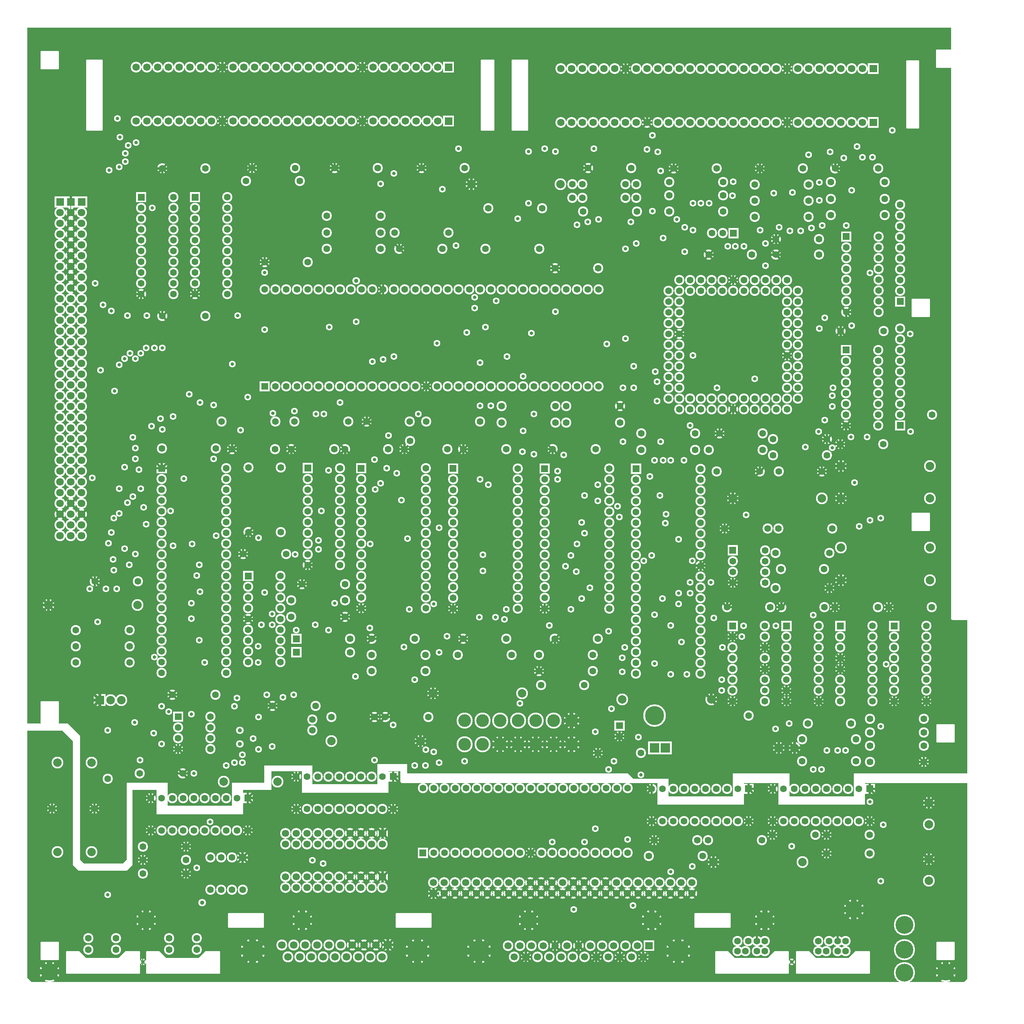
<source format=gbr>
%FSLAX34Y34*%
%MOMM*%
%LNCOPPER_INNER1*%
G71*
G01*
%ADD10C,2.400*%
%ADD11C,2.500*%
%ADD12C,2.200*%
%ADD13C,2.600*%
%ADD14C,2.400*%
%ADD15C,2.550*%
%ADD16C,3.800*%
%ADD17C,2.800*%
%ADD18C,1.600*%
%ADD19C,1.800*%
%ADD20C,2.800*%
%ADD21C,5.800*%
%ADD22C,5.300*%
%ADD23C,5.000*%
%ADD24C,4.800*%
%ADD25C,0.050*%
%ADD26C,0.250*%
%ADD27C,0.150*%
%ADD28C,1.000*%
%ADD29C,2.400*%
%ADD30C,0.300*%
%ADD31C,0.533*%
%ADD32C,0.567*%
%ADD33C,0.528*%
%ADD34C,0.600*%
%ADD35C,0.583*%
%ADD36C,0.667*%
%ADD37C,1.667*%
%ADD38C,1.333*%
%ADD39C,0.267*%
%ADD40C,1.600*%
%ADD41C,1.700*%
%ADD42C,1.400*%
%ADD43C,1.800*%
%ADD44C,1.600*%
%ADD45C,1.750*%
%ADD46C,3.000*%
%ADD47C,2.000*%
%ADD48C,0.800*%
%ADD49C,1.000*%
%ADD50C,2.000*%
%ADD51C,5.000*%
%ADD52C,4.500*%
%ADD53C,4.200*%
%ADD54C,4.000*%
%ADD55C,0.200*%
%ADD56C,1.600*%
%LPD*%
G36*
X0Y2300000D02*
X2300000Y2300000D01*
X2300000Y0D01*
X0Y0D01*
X0Y2300000D01*
G37*
%LPC*%
G36*
X374576Y679275D02*
X374576Y655275D01*
X350576Y655275D01*
X350576Y679275D01*
X374576Y679275D01*
G37*
X362576Y641875D02*
G54D10*
D03*
X362576Y616475D02*
G54D10*
D03*
X362575Y591075D02*
G54D10*
D03*
X438776Y591075D02*
G54D10*
D03*
X438776Y616475D02*
G54D10*
D03*
X438776Y641875D02*
G54D10*
D03*
X438775Y667275D02*
G54D10*
D03*
G36*
X538653Y463456D02*
X514653Y463456D01*
X514653Y487456D01*
X538653Y487456D01*
X538653Y463456D01*
G37*
X501253Y475456D02*
G54D10*
D03*
X475853Y475456D02*
G54D10*
D03*
X450453Y475456D02*
G54D10*
D03*
X425053Y475456D02*
G54D10*
D03*
X399653Y475456D02*
G54D10*
D03*
X374253Y475456D02*
G54D10*
D03*
X348853Y475456D02*
G54D10*
D03*
X323453Y475456D02*
G54D10*
D03*
X298053Y475456D02*
G54D10*
D03*
X298053Y399256D02*
G54D10*
D03*
X323453Y399256D02*
G54D10*
D03*
X348853Y399256D02*
G54D10*
D03*
X374253Y399256D02*
G54D10*
D03*
X399653Y399256D02*
G54D10*
D03*
X425053Y399256D02*
G54D10*
D03*
X450453Y399256D02*
G54D10*
D03*
X475853Y399256D02*
G54D10*
D03*
X501253Y399256D02*
G54D10*
D03*
X526653Y399256D02*
G54D10*
D03*
G36*
X526450Y323000D02*
X502450Y323000D01*
X502450Y347000D01*
X526450Y347000D01*
X526450Y323000D01*
G37*
X489050Y335000D02*
G54D10*
D03*
X463650Y335000D02*
G54D10*
D03*
X438250Y335000D02*
G54D10*
D03*
X438250Y258800D02*
G54D10*
D03*
X463650Y258800D02*
G54D10*
D03*
X489050Y258800D02*
G54D10*
D03*
X514450Y258800D02*
G54D10*
D03*
G36*
X881703Y514000D02*
X857703Y514000D01*
X857703Y538000D01*
X881703Y538000D01*
X881703Y514000D01*
G37*
X844303Y526000D02*
G54D10*
D03*
X818903Y526000D02*
G54D10*
D03*
X793503Y526000D02*
G54D10*
D03*
X768103Y526000D02*
G54D10*
D03*
X742703Y526000D02*
G54D10*
D03*
X717303Y526000D02*
G54D10*
D03*
X691903Y526000D02*
G54D10*
D03*
X666503Y526000D02*
G54D10*
D03*
X641103Y526000D02*
G54D10*
D03*
X641103Y449800D02*
G54D10*
D03*
X666503Y449800D02*
G54D10*
D03*
X691903Y449800D02*
G54D10*
D03*
X717303Y449800D02*
G54D10*
D03*
X742703Y449800D02*
G54D10*
D03*
X768103Y449800D02*
G54D10*
D03*
X793503Y449800D02*
G54D10*
D03*
X818903Y449800D02*
G54D10*
D03*
X844303Y449800D02*
G54D10*
D03*
X869703Y449800D02*
G54D10*
D03*
G36*
X857100Y379500D02*
X832100Y379500D01*
X832100Y404500D01*
X857100Y404500D01*
X857100Y379500D01*
G37*
X844600Y366600D02*
G54D11*
D03*
X819200Y392000D02*
G54D11*
D03*
X819200Y366600D02*
G54D11*
D03*
X793800Y392000D02*
G54D11*
D03*
X793800Y366600D02*
G54D11*
D03*
X768400Y392000D02*
G54D11*
D03*
X768400Y366600D02*
G54D11*
D03*
X743000Y392000D02*
G54D11*
D03*
X743000Y366600D02*
G54D11*
D03*
X717600Y392000D02*
G54D11*
D03*
X717600Y366600D02*
G54D11*
D03*
X692200Y392000D02*
G54D11*
D03*
X692200Y366600D02*
G54D11*
D03*
X666800Y392000D02*
G54D11*
D03*
X666800Y366600D02*
G54D11*
D03*
X641400Y392000D02*
G54D11*
D03*
X641400Y366600D02*
G54D11*
D03*
X616000Y392000D02*
G54D11*
D03*
X616000Y366600D02*
G54D11*
D03*
G36*
X856850Y277000D02*
X831850Y277000D01*
X831850Y302000D01*
X856850Y302000D01*
X856850Y277000D01*
G37*
X844350Y264100D02*
G54D11*
D03*
X818950Y289500D02*
G54D11*
D03*
X818950Y264100D02*
G54D11*
D03*
X793550Y289500D02*
G54D11*
D03*
X793550Y264100D02*
G54D11*
D03*
X768150Y289500D02*
G54D11*
D03*
X768150Y264100D02*
G54D11*
D03*
X742750Y289500D02*
G54D11*
D03*
X742750Y264100D02*
G54D11*
D03*
X717350Y289500D02*
G54D11*
D03*
X717350Y264100D02*
G54D11*
D03*
X691950Y289500D02*
G54D11*
D03*
X691950Y264100D02*
G54D11*
D03*
X666550Y289500D02*
G54D11*
D03*
X666550Y264100D02*
G54D11*
D03*
X641150Y289500D02*
G54D11*
D03*
X641150Y264100D02*
G54D11*
D03*
X615750Y289500D02*
G54D11*
D03*
X615750Y264100D02*
G54D11*
D03*
G36*
X680250Y1265500D02*
X680250Y1241500D01*
X656250Y1241500D01*
X656250Y1265500D01*
X680250Y1265500D01*
G37*
X668250Y1228100D02*
G54D10*
D03*
X668250Y1202700D02*
G54D10*
D03*
X668250Y1177300D02*
G54D10*
D03*
X668250Y1151900D02*
G54D10*
D03*
X668250Y1126500D02*
G54D10*
D03*
X668250Y1101100D02*
G54D10*
D03*
X668250Y1075700D02*
G54D10*
D03*
X668250Y1050300D02*
G54D10*
D03*
X668250Y1024900D02*
G54D10*
D03*
X744450Y1024900D02*
G54D10*
D03*
X744450Y1050300D02*
G54D10*
D03*
X744450Y1075700D02*
G54D10*
D03*
X744450Y1101100D02*
G54D10*
D03*
X744450Y1126500D02*
G54D10*
D03*
X744450Y1151900D02*
G54D10*
D03*
X744450Y1177300D02*
G54D10*
D03*
X744450Y1202700D02*
G54D10*
D03*
X744450Y1228100D02*
G54D10*
D03*
X744450Y1253500D02*
G54D10*
D03*
X604200Y1254750D02*
G54D10*
D03*
X604200Y1102350D02*
G54D10*
D03*
X528000Y1102350D02*
G54D10*
D03*
X528000Y1254750D02*
G54D10*
D03*
G36*
X335850Y1264934D02*
X335850Y1240934D01*
X311850Y1240934D01*
X311850Y1264934D01*
X335850Y1264934D01*
G37*
X323850Y1227534D02*
G54D10*
D03*
X323850Y1202134D02*
G54D10*
D03*
X323850Y1176734D02*
G54D10*
D03*
X323850Y1151334D02*
G54D10*
D03*
X323850Y1125934D02*
G54D10*
D03*
X323850Y1100534D02*
G54D10*
D03*
X323850Y1075134D02*
G54D10*
D03*
X323850Y1049734D02*
G54D10*
D03*
X323850Y1024334D02*
G54D10*
D03*
X323850Y998934D02*
G54D10*
D03*
X323850Y973534D02*
G54D10*
D03*
X323850Y948134D02*
G54D10*
D03*
X323850Y922734D02*
G54D10*
D03*
X323850Y897334D02*
G54D10*
D03*
X323850Y871934D02*
G54D10*
D03*
X323850Y846534D02*
G54D10*
D03*
X323850Y821134D02*
G54D10*
D03*
X323850Y795734D02*
G54D10*
D03*
X323850Y770334D02*
G54D10*
D03*
X476250Y770334D02*
G54D10*
D03*
X476250Y795734D02*
G54D10*
D03*
X476250Y821134D02*
G54D10*
D03*
X476250Y846534D02*
G54D10*
D03*
X476250Y871934D02*
G54D10*
D03*
X476250Y897334D02*
G54D10*
D03*
X476250Y922734D02*
G54D10*
D03*
X476250Y948134D02*
G54D10*
D03*
X476250Y973534D02*
G54D10*
D03*
X476250Y998934D02*
G54D10*
D03*
X476250Y1024334D02*
G54D10*
D03*
X476250Y1049734D02*
G54D10*
D03*
X476250Y1075134D02*
G54D10*
D03*
X476250Y1100534D02*
G54D10*
D03*
X476250Y1125934D02*
G54D10*
D03*
X476250Y1151334D02*
G54D10*
D03*
X476250Y1176734D02*
G54D10*
D03*
X476250Y1202134D02*
G54D10*
D03*
X476250Y1227534D02*
G54D10*
D03*
X476250Y1252934D02*
G54D10*
D03*
G36*
X952250Y262850D02*
X977250Y262850D01*
X977250Y237850D01*
X952250Y237850D01*
X952250Y262850D01*
G37*
X964750Y275750D02*
G54D11*
D03*
X990150Y250350D02*
G54D11*
D03*
X990150Y275750D02*
G54D11*
D03*
X1015550Y250350D02*
G54D11*
D03*
X1015550Y275750D02*
G54D11*
D03*
X1040950Y250350D02*
G54D11*
D03*
X1040950Y275750D02*
G54D11*
D03*
X1066350Y250350D02*
G54D11*
D03*
X1066350Y275750D02*
G54D11*
D03*
X1091750Y250350D02*
G54D11*
D03*
X1091750Y275750D02*
G54D11*
D03*
X1117150Y250350D02*
G54D11*
D03*
X1117150Y275750D02*
G54D11*
D03*
X1142550Y250350D02*
G54D11*
D03*
X1142550Y275750D02*
G54D11*
D03*
X1167950Y250350D02*
G54D11*
D03*
X1167950Y275750D02*
G54D11*
D03*
X1193350Y250350D02*
G54D11*
D03*
X1193350Y275750D02*
G54D11*
D03*
X1218750Y250350D02*
G54D11*
D03*
X1218750Y275750D02*
G54D11*
D03*
X1244150Y250350D02*
G54D11*
D03*
X1244150Y275750D02*
G54D11*
D03*
X1269550Y250350D02*
G54D11*
D03*
X1269550Y275750D02*
G54D11*
D03*
X1294950Y250350D02*
G54D11*
D03*
X1294950Y275750D02*
G54D11*
D03*
X1320350Y250350D02*
G54D11*
D03*
X1320350Y275750D02*
G54D11*
D03*
X1345750Y250350D02*
G54D11*
D03*
X1345750Y275750D02*
G54D11*
D03*
X1371150Y250350D02*
G54D11*
D03*
X1371150Y275750D02*
G54D11*
D03*
X1396550Y250350D02*
G54D11*
D03*
X1396550Y275750D02*
G54D11*
D03*
X1421950Y250350D02*
G54D11*
D03*
X1421950Y275750D02*
G54D11*
D03*
X1447350Y250350D02*
G54D11*
D03*
X1447350Y275750D02*
G54D11*
D03*
X1472750Y250350D02*
G54D11*
D03*
X1472750Y275750D02*
G54D11*
D03*
X1498150Y250350D02*
G54D11*
D03*
X1498150Y275750D02*
G54D11*
D03*
X1523550Y250350D02*
G54D11*
D03*
X1523550Y275750D02*
G54D11*
D03*
X1548950Y250350D02*
G54D11*
D03*
X1548950Y275750D02*
G54D11*
D03*
X1574350Y250350D02*
G54D11*
D03*
X1574350Y275750D02*
G54D11*
D03*
G36*
X927603Y358012D02*
X951603Y358012D01*
X951603Y334012D01*
X927603Y334012D01*
X927603Y358012D01*
G37*
X965003Y346012D02*
G54D10*
D03*
X990403Y346012D02*
G54D10*
D03*
X1015803Y346012D02*
G54D10*
D03*
X1041203Y346012D02*
G54D10*
D03*
X1066603Y346012D02*
G54D10*
D03*
X1092003Y346012D02*
G54D10*
D03*
X1117403Y346012D02*
G54D10*
D03*
X1142803Y346012D02*
G54D10*
D03*
X1168203Y346012D02*
G54D10*
D03*
X1193603Y346012D02*
G54D10*
D03*
X1219003Y346012D02*
G54D10*
D03*
X1244403Y346012D02*
G54D10*
D03*
X1269803Y346012D02*
G54D10*
D03*
X1295203Y346012D02*
G54D10*
D03*
X1320603Y346012D02*
G54D10*
D03*
X1346003Y346012D02*
G54D10*
D03*
X1371403Y346012D02*
G54D10*
D03*
X1396803Y346012D02*
G54D10*
D03*
X1422203Y346012D02*
G54D10*
D03*
X1422203Y498412D02*
G54D10*
D03*
X1396803Y498412D02*
G54D10*
D03*
X1371403Y498412D02*
G54D10*
D03*
X1346003Y498412D02*
G54D10*
D03*
X1320603Y498412D02*
G54D10*
D03*
X1295203Y498412D02*
G54D10*
D03*
X1269803Y498412D02*
G54D10*
D03*
X1244403Y498412D02*
G54D10*
D03*
X1219003Y498412D02*
G54D10*
D03*
X1193603Y498412D02*
G54D10*
D03*
X1168203Y498413D02*
G54D10*
D03*
X1142803Y498412D02*
G54D10*
D03*
X1117403Y498412D02*
G54D10*
D03*
X1092003Y498412D02*
G54D10*
D03*
X1066603Y498412D02*
G54D10*
D03*
X1041203Y498412D02*
G54D10*
D03*
X1015803Y498412D02*
G54D10*
D03*
X990403Y498412D02*
G54D10*
D03*
X965003Y498412D02*
G54D10*
D03*
X939603Y498412D02*
G54D10*
D03*
G36*
X1719703Y485206D02*
X1695703Y485206D01*
X1695703Y509206D01*
X1719703Y509206D01*
X1719703Y485206D01*
G37*
X1682303Y497206D02*
G54D10*
D03*
X1656903Y497206D02*
G54D10*
D03*
X1631503Y497206D02*
G54D10*
D03*
X1606103Y497206D02*
G54D10*
D03*
X1580703Y497206D02*
G54D10*
D03*
X1555303Y497206D02*
G54D10*
D03*
X1529903Y497206D02*
G54D10*
D03*
X1504503Y497206D02*
G54D10*
D03*
X1479103Y497206D02*
G54D10*
D03*
X1479103Y421006D02*
G54D10*
D03*
X1504503Y421006D02*
G54D10*
D03*
X1529903Y421006D02*
G54D10*
D03*
X1555303Y421006D02*
G54D10*
D03*
X1580703Y421006D02*
G54D10*
D03*
X1606103Y421006D02*
G54D10*
D03*
X1631503Y421006D02*
G54D10*
D03*
X1656903Y421006D02*
G54D10*
D03*
X1682303Y421006D02*
G54D10*
D03*
X1707703Y421006D02*
G54D10*
D03*
G36*
X2005453Y485206D02*
X1981453Y485206D01*
X1981453Y509206D01*
X2005453Y509206D01*
X2005453Y485206D01*
G37*
X1968053Y497206D02*
G54D10*
D03*
X1942653Y497206D02*
G54D10*
D03*
X1917253Y497206D02*
G54D10*
D03*
X1891853Y497206D02*
G54D10*
D03*
X1866453Y497206D02*
G54D10*
D03*
X1841053Y497206D02*
G54D10*
D03*
X1815653Y497206D02*
G54D10*
D03*
X1790253Y497206D02*
G54D10*
D03*
X1764853Y497206D02*
G54D10*
D03*
X1764853Y421006D02*
G54D10*
D03*
X1790253Y421006D02*
G54D10*
D03*
X1815653Y421006D02*
G54D10*
D03*
X1841053Y421006D02*
G54D10*
D03*
X1866453Y421006D02*
G54D10*
D03*
X1891853Y421006D02*
G54D10*
D03*
X1917253Y421006D02*
G54D10*
D03*
X1942653Y421006D02*
G54D10*
D03*
X1968053Y421006D02*
G54D10*
D03*
X1993453Y421006D02*
G54D10*
D03*
G36*
X2063050Y893062D02*
X2063050Y869062D01*
X2039050Y869062D01*
X2039050Y893062D01*
X2063050Y893062D01*
G37*
X2051050Y855662D02*
G54D10*
D03*
X2051050Y830262D02*
G54D10*
D03*
X2051050Y804862D02*
G54D10*
D03*
X2051050Y779462D02*
G54D10*
D03*
X2051050Y754062D02*
G54D10*
D03*
X2051050Y728662D02*
G54D10*
D03*
X2051050Y703262D02*
G54D10*
D03*
X2127251Y703262D02*
G54D10*
D03*
X2127251Y728662D02*
G54D10*
D03*
X2127251Y754062D02*
G54D10*
D03*
X2127251Y779462D02*
G54D10*
D03*
X2127251Y804862D02*
G54D10*
D03*
X2127251Y830262D02*
G54D10*
D03*
X2127251Y855662D02*
G54D10*
D03*
X2127251Y881062D02*
G54D10*
D03*
G36*
X1936050Y893062D02*
X1936050Y869062D01*
X1912050Y869062D01*
X1912050Y893062D01*
X1936050Y893062D01*
G37*
X1924050Y855662D02*
G54D10*
D03*
X1924050Y830262D02*
G54D10*
D03*
X1924050Y804863D02*
G54D10*
D03*
X1924050Y779463D02*
G54D10*
D03*
X1924050Y754062D02*
G54D10*
D03*
X1924050Y728662D02*
G54D10*
D03*
X1924050Y703262D02*
G54D10*
D03*
X2000250Y703262D02*
G54D10*
D03*
X2000250Y728662D02*
G54D10*
D03*
X2000250Y754062D02*
G54D10*
D03*
X2000250Y779462D02*
G54D10*
D03*
X2000250Y804862D02*
G54D10*
D03*
X2000250Y830262D02*
G54D10*
D03*
X2000250Y855662D02*
G54D10*
D03*
X2000250Y881062D02*
G54D10*
D03*
G36*
X1809050Y893062D02*
X1809050Y869062D01*
X1785050Y869062D01*
X1785050Y893062D01*
X1809050Y893062D01*
G37*
X1797050Y855662D02*
G54D10*
D03*
X1797050Y830262D02*
G54D10*
D03*
X1797050Y804862D02*
G54D10*
D03*
X1797050Y779462D02*
G54D10*
D03*
X1797050Y754062D02*
G54D10*
D03*
X1797050Y728662D02*
G54D10*
D03*
X1797050Y703262D02*
G54D10*
D03*
X1873250Y703262D02*
G54D10*
D03*
X1873250Y728662D02*
G54D10*
D03*
X1873250Y754062D02*
G54D10*
D03*
X1873250Y779462D02*
G54D10*
D03*
X1873250Y804862D02*
G54D10*
D03*
X1873250Y830262D02*
G54D10*
D03*
X1873250Y855662D02*
G54D10*
D03*
X1873250Y881062D02*
G54D10*
D03*
G36*
X1682050Y893062D02*
X1682050Y869062D01*
X1658050Y869062D01*
X1658050Y893062D01*
X1682050Y893062D01*
G37*
X1670050Y855663D02*
G54D10*
D03*
X1670050Y830262D02*
G54D10*
D03*
X1670050Y804862D02*
G54D10*
D03*
X1670050Y779462D02*
G54D10*
D03*
X1670050Y754062D02*
G54D10*
D03*
X1670050Y728662D02*
G54D10*
D03*
X1670050Y703262D02*
G54D10*
D03*
X1746250Y703262D02*
G54D10*
D03*
X1746250Y728662D02*
G54D12*
D03*
X1746250Y754062D02*
G54D10*
D03*
X1746250Y779463D02*
G54D10*
D03*
X1746250Y804862D02*
G54D10*
D03*
X1746250Y830263D02*
G54D10*
D03*
X1746250Y855662D02*
G54D10*
D03*
X1746250Y881062D02*
G54D10*
D03*
G36*
X1682447Y1071656D02*
X1682447Y1047656D01*
X1658447Y1047656D01*
X1658447Y1071656D01*
X1682447Y1071656D01*
G37*
X1670447Y1034256D02*
G54D10*
D03*
X1670447Y1008856D02*
G54D10*
D03*
X1670447Y983456D02*
G54D10*
D03*
X1746647Y983456D02*
G54D10*
D03*
X1746647Y1008856D02*
G54D10*
D03*
X1746647Y1034256D02*
G54D10*
D03*
X1746647Y1059656D02*
G54D10*
D03*
G36*
X1454244Y1263744D02*
X1454244Y1239744D01*
X1430244Y1239744D01*
X1430244Y1263744D01*
X1454244Y1263744D01*
G37*
X1442244Y1226344D02*
G54D10*
D03*
X1442244Y1200944D02*
G54D10*
D03*
X1442244Y1175544D02*
G54D10*
D03*
X1442244Y1150144D02*
G54D10*
D03*
X1442244Y1124744D02*
G54D10*
D03*
X1442244Y1099344D02*
G54D10*
D03*
X1442244Y1073944D02*
G54D10*
D03*
X1442244Y1048544D02*
G54D10*
D03*
X1442244Y1023144D02*
G54D10*
D03*
X1442244Y997744D02*
G54D10*
D03*
X1442244Y972344D02*
G54D10*
D03*
X1442244Y946944D02*
G54D10*
D03*
X1442244Y921544D02*
G54D10*
D03*
X1442244Y896144D02*
G54D10*
D03*
X1442244Y870744D02*
G54D10*
D03*
X1442244Y845344D02*
G54D10*
D03*
X1442244Y819944D02*
G54D10*
D03*
X1442244Y794544D02*
G54D10*
D03*
X1442244Y769144D02*
G54D10*
D03*
X1594644Y769144D02*
G54D10*
D03*
X1594644Y794544D02*
G54D10*
D03*
X1594644Y819944D02*
G54D10*
D03*
X1594644Y845344D02*
G54D10*
D03*
X1594644Y870744D02*
G54D10*
D03*
X1594644Y896144D02*
G54D10*
D03*
X1594644Y921544D02*
G54D10*
D03*
X1594644Y946944D02*
G54D10*
D03*
X1594644Y972344D02*
G54D10*
D03*
X1594644Y997744D02*
G54D10*
D03*
X1594644Y1023144D02*
G54D10*
D03*
X1594644Y1048544D02*
G54D10*
D03*
X1594644Y1073944D02*
G54D10*
D03*
X1594644Y1099344D02*
G54D10*
D03*
X1594644Y1124744D02*
G54D10*
D03*
X1594644Y1150144D02*
G54D10*
D03*
X1594644Y1175544D02*
G54D10*
D03*
X1594644Y1200944D02*
G54D10*
D03*
X1594644Y1226344D02*
G54D10*
D03*
X1594644Y1251744D02*
G54D10*
D03*
G36*
X1238741Y1264141D02*
X1238741Y1240141D01*
X1214741Y1240141D01*
X1214741Y1264141D01*
X1238741Y1264141D01*
G37*
X1226741Y1226741D02*
G54D10*
D03*
X1226741Y1201341D02*
G54D10*
D03*
X1226741Y1175941D02*
G54D10*
D03*
X1226741Y1150541D02*
G54D10*
D03*
X1226741Y1125141D02*
G54D10*
D03*
X1226741Y1099741D02*
G54D10*
D03*
X1226741Y1074341D02*
G54D10*
D03*
X1226741Y1048941D02*
G54D10*
D03*
X1226741Y1023541D02*
G54D10*
D03*
X1226741Y998141D02*
G54D10*
D03*
X1226741Y972741D02*
G54D10*
D03*
X1226741Y947341D02*
G54D10*
D03*
X1226741Y921941D02*
G54D10*
D03*
X1379141Y921941D02*
G54D10*
D03*
X1379141Y947341D02*
G54D10*
D03*
X1379141Y972741D02*
G54D10*
D03*
X1379141Y998141D02*
G54D10*
D03*
X1379141Y1023541D02*
G54D10*
D03*
X1379141Y1048941D02*
G54D10*
D03*
X1379141Y1074341D02*
G54D10*
D03*
X1379141Y1099741D02*
G54D10*
D03*
X1379141Y1125141D02*
G54D10*
D03*
X1379141Y1150541D02*
G54D10*
D03*
X1379141Y1175941D02*
G54D10*
D03*
X1379141Y1201341D02*
G54D10*
D03*
X1379141Y1226741D02*
G54D10*
D03*
X1379141Y1252141D02*
G54D10*
D03*
G36*
X1022841Y1264538D02*
X1022841Y1240538D01*
X998841Y1240538D01*
X998841Y1264538D01*
X1022841Y1264538D01*
G37*
X1010841Y1227138D02*
G54D10*
D03*
X1010841Y1201738D02*
G54D10*
D03*
X1010841Y1176338D02*
G54D10*
D03*
X1010841Y1150938D02*
G54D10*
D03*
X1010841Y1125538D02*
G54D10*
D03*
X1010841Y1100138D02*
G54D10*
D03*
X1010841Y1074738D02*
G54D10*
D03*
X1010841Y1049338D02*
G54D10*
D03*
X1010841Y1023938D02*
G54D10*
D03*
X1010841Y998538D02*
G54D10*
D03*
X1010841Y973138D02*
G54D10*
D03*
X1010841Y947738D02*
G54D10*
D03*
X1010841Y922337D02*
G54D10*
D03*
X1163241Y922338D02*
G54D10*
D03*
X1163241Y947738D02*
G54D10*
D03*
X1163241Y973138D02*
G54D10*
D03*
X1163241Y998538D02*
G54D10*
D03*
X1163241Y1023938D02*
G54D10*
D03*
X1163241Y1049338D02*
G54D10*
D03*
X1163241Y1074738D02*
G54D10*
D03*
X1163241Y1100138D02*
G54D10*
D03*
X1163241Y1125538D02*
G54D10*
D03*
X1163241Y1150938D02*
G54D10*
D03*
X1163241Y1176338D02*
G54D10*
D03*
X1163241Y1201738D02*
G54D10*
D03*
X1163241Y1227138D02*
G54D10*
D03*
X1163241Y1252538D02*
G54D10*
D03*
G36*
X806147Y1264934D02*
X806147Y1240934D01*
X782147Y1240934D01*
X782147Y1264934D01*
X806147Y1264934D01*
G37*
X794147Y1227534D02*
G54D10*
D03*
X794147Y1202134D02*
G54D10*
D03*
X794147Y1176734D02*
G54D10*
D03*
X794147Y1151334D02*
G54D10*
D03*
X794147Y1125934D02*
G54D10*
D03*
X794147Y1100534D02*
G54D10*
D03*
X794147Y1075134D02*
G54D10*
D03*
X794147Y1049734D02*
G54D10*
D03*
X794147Y1024334D02*
G54D10*
D03*
X794147Y998934D02*
G54D10*
D03*
X794147Y973534D02*
G54D10*
D03*
X794147Y948134D02*
G54D10*
D03*
X794147Y922734D02*
G54D10*
D03*
X946547Y922734D02*
G54D10*
D03*
X946547Y948134D02*
G54D10*
D03*
X946547Y973534D02*
G54D10*
D03*
X946547Y998934D02*
G54D10*
D03*
X946547Y1024334D02*
G54D10*
D03*
X946547Y1049734D02*
G54D10*
D03*
X946547Y1075134D02*
G54D10*
D03*
X946547Y1100534D02*
G54D10*
D03*
X946547Y1125934D02*
G54D10*
D03*
X946547Y1151334D02*
G54D10*
D03*
X946547Y1176734D02*
G54D10*
D03*
X946547Y1202134D02*
G54D10*
D03*
X946547Y1227534D02*
G54D10*
D03*
X946547Y1252934D02*
G54D10*
D03*
G36*
X539844Y1010934D02*
X539844Y986934D01*
X515844Y986934D01*
X515844Y1010934D01*
X539844Y1010934D01*
G37*
X527844Y973534D02*
G54D10*
D03*
X527844Y948134D02*
G54D10*
D03*
X527844Y922734D02*
G54D10*
D03*
X527844Y897334D02*
G54D10*
D03*
X527844Y871934D02*
G54D10*
D03*
X527844Y846534D02*
G54D10*
D03*
X527844Y821134D02*
G54D10*
D03*
X527844Y795734D02*
G54D10*
D03*
X604044Y795734D02*
G54D10*
D03*
X604044Y821134D02*
G54D10*
D03*
X604044Y846534D02*
G54D10*
D03*
X604044Y871934D02*
G54D10*
D03*
X604044Y897334D02*
G54D10*
D03*
X604044Y922734D02*
G54D10*
D03*
X604044Y948134D02*
G54D10*
D03*
X604044Y973534D02*
G54D10*
D03*
X604044Y998934D02*
G54D10*
D03*
G36*
X1949544Y1543938D02*
X1949544Y1519938D01*
X1925544Y1519938D01*
X1925544Y1543938D01*
X1949544Y1543938D01*
G37*
X1937544Y1506538D02*
G54D10*
D03*
X1937544Y1481138D02*
G54D10*
D03*
X1937544Y1455738D02*
G54D10*
D03*
X1937544Y1430338D02*
G54D10*
D03*
X1937544Y1404938D02*
G54D10*
D03*
X1937544Y1379538D02*
G54D10*
D03*
X1937544Y1354138D02*
G54D10*
D03*
X2013743Y1354138D02*
G54D10*
D03*
X2013743Y1379538D02*
G54D10*
D03*
X2013743Y1404938D02*
G54D10*
D03*
X2013743Y1430338D02*
G54D10*
D03*
X2013743Y1455738D02*
G54D10*
D03*
X2013743Y1481138D02*
G54D10*
D03*
X2013743Y1506538D02*
G54D10*
D03*
X2013743Y1531938D02*
G54D10*
D03*
G36*
X1949941Y1811431D02*
X1949941Y1787431D01*
X1925941Y1787431D01*
X1925941Y1811431D01*
X1949941Y1811431D01*
G37*
X1937941Y1774031D02*
G54D10*
D03*
X1937941Y1748631D02*
G54D10*
D03*
X1937941Y1723231D02*
G54D10*
D03*
X1937941Y1697831D02*
G54D10*
D03*
X1937941Y1672431D02*
G54D10*
D03*
X1937941Y1647031D02*
G54D10*
D03*
X1937941Y1621631D02*
G54D10*
D03*
X2014140Y1621631D02*
G54D10*
D03*
X2014140Y1647031D02*
G54D10*
D03*
X2014140Y1672431D02*
G54D10*
D03*
X2014140Y1697831D02*
G54D10*
D03*
X2014140Y1723231D02*
G54D10*
D03*
X2014140Y1748631D02*
G54D10*
D03*
X2014140Y1774031D02*
G54D10*
D03*
X2014140Y1799431D02*
G54D10*
D03*
G36*
X1684034Y1795369D02*
X1660034Y1795369D01*
X1660034Y1819369D01*
X1684034Y1819369D01*
X1684034Y1795369D01*
G37*
X1646634Y1807369D02*
G54D10*
D03*
X1621234Y1807369D02*
G54D10*
D03*
G36*
X414431Y1904300D02*
X414431Y1880300D01*
X390431Y1880300D01*
X390431Y1904300D01*
X414431Y1904300D01*
G37*
X402431Y1866900D02*
G54D10*
D03*
X402431Y1841500D02*
G54D10*
D03*
X402431Y1816100D02*
G54D10*
D03*
X402431Y1790700D02*
G54D10*
D03*
X402431Y1765300D02*
G54D10*
D03*
X402431Y1739900D02*
G54D10*
D03*
X402431Y1714500D02*
G54D10*
D03*
X402431Y1689100D02*
G54D10*
D03*
X402431Y1663700D02*
G54D10*
D03*
X478631Y1663700D02*
G54D10*
D03*
X478631Y1689100D02*
G54D10*
D03*
X478631Y1714500D02*
G54D10*
D03*
X478631Y1739900D02*
G54D10*
D03*
X478631Y1765300D02*
G54D10*
D03*
X478631Y1790700D02*
G54D10*
D03*
X478631Y1816100D02*
G54D10*
D03*
X478631Y1841500D02*
G54D10*
D03*
X478631Y1866900D02*
G54D10*
D03*
X478631Y1892300D02*
G54D10*
D03*
G36*
X287431Y1904300D02*
X287431Y1880300D01*
X263431Y1880300D01*
X263431Y1904300D01*
X287431Y1904300D01*
G37*
X275431Y1866900D02*
G54D10*
D03*
X275431Y1841500D02*
G54D10*
D03*
X275431Y1816100D02*
G54D10*
D03*
X275431Y1790700D02*
G54D10*
D03*
X275431Y1765300D02*
G54D10*
D03*
X275431Y1739900D02*
G54D10*
D03*
X275431Y1714500D02*
G54D10*
D03*
X275431Y1689100D02*
G54D10*
D03*
X275431Y1663700D02*
G54D10*
D03*
X351631Y1663700D02*
G54D10*
D03*
X351631Y1689100D02*
G54D10*
D03*
X351631Y1714500D02*
G54D10*
D03*
X351631Y1739900D02*
G54D10*
D03*
X351631Y1765300D02*
G54D10*
D03*
X351631Y1790700D02*
G54D10*
D03*
X351631Y1816100D02*
G54D10*
D03*
X351631Y1841500D02*
G54D10*
D03*
X351631Y1866900D02*
G54D10*
D03*
X351631Y1892300D02*
G54D10*
D03*
G36*
X578738Y1434212D02*
X554738Y1434212D01*
X554738Y1458212D01*
X578738Y1458212D01*
X578738Y1434212D01*
G37*
X592138Y1446212D02*
G54D10*
D03*
X617538Y1446212D02*
G54D10*
D03*
X642938Y1446212D02*
G54D10*
D03*
X668338Y1446212D02*
G54D10*
D03*
X693738Y1446212D02*
G54D10*
D03*
X719138Y1446212D02*
G54D10*
D03*
X744538Y1446212D02*
G54D10*
D03*
X769938Y1446212D02*
G54D10*
D03*
X795338Y1446212D02*
G54D10*
D03*
X820738Y1446212D02*
G54D10*
D03*
X846138Y1446212D02*
G54D10*
D03*
X871538Y1446212D02*
G54D10*
D03*
X896937Y1446212D02*
G54D10*
D03*
X922338Y1446212D02*
G54D10*
D03*
X947738Y1446212D02*
G54D10*
D03*
X973138Y1446212D02*
G54D10*
D03*
X998538Y1446212D02*
G54D10*
D03*
X1023938Y1446212D02*
G54D10*
D03*
X1049338Y1446212D02*
G54D10*
D03*
X1074738Y1446212D02*
G54D10*
D03*
X1100138Y1446212D02*
G54D10*
D03*
X1125538Y1446212D02*
G54D10*
D03*
X1150938Y1446212D02*
G54D10*
D03*
X1176338Y1446212D02*
G54D10*
D03*
X1201738Y1446212D02*
G54D10*
D03*
X1227138Y1446212D02*
G54D10*
D03*
X1252538Y1446212D02*
G54D10*
D03*
X1277938Y1446212D02*
G54D10*
D03*
X1303338Y1446212D02*
G54D10*
D03*
X1328738Y1446212D02*
G54D10*
D03*
X566738Y1674812D02*
G54D10*
D03*
X592138Y1674812D02*
G54D10*
D03*
X617538Y1674812D02*
G54D10*
D03*
X642938Y1674812D02*
G54D10*
D03*
X668338Y1674812D02*
G54D10*
D03*
X693738Y1674812D02*
G54D10*
D03*
X744538Y1674812D02*
G54D10*
D03*
X719138Y1674812D02*
G54D10*
D03*
X769938Y1674812D02*
G54D10*
D03*
X795338Y1674812D02*
G54D10*
D03*
X820738Y1674812D02*
G54D10*
D03*
X846137Y1674812D02*
G54D10*
D03*
X871538Y1674812D02*
G54D10*
D03*
X896938Y1674812D02*
G54D10*
D03*
X922338Y1674812D02*
G54D10*
D03*
X947738Y1674812D02*
G54D10*
D03*
X973138Y1674812D02*
G54D10*
D03*
X998538Y1674812D02*
G54D10*
D03*
X1023938Y1674812D02*
G54D10*
D03*
X1049338Y1674812D02*
G54D10*
D03*
X1074738Y1674812D02*
G54D10*
D03*
X1100138Y1674812D02*
G54D10*
D03*
X1125538Y1674812D02*
G54D10*
D03*
X1150938Y1674812D02*
G54D10*
D03*
X1176338Y1674812D02*
G54D10*
D03*
X1201738Y1674812D02*
G54D10*
D03*
X1227138Y1674812D02*
G54D10*
D03*
X1252538Y1674812D02*
G54D10*
D03*
X1277938Y1674812D02*
G54D10*
D03*
X1303338Y1674812D02*
G54D10*
D03*
X1328738Y1674812D02*
G54D10*
D03*
X1354138Y1674812D02*
G54D10*
D03*
X1354138Y1446212D02*
G54D10*
D03*
G36*
X71138Y1894188D02*
X97138Y1894188D01*
X97138Y1868188D01*
X71138Y1868188D01*
X71138Y1894188D01*
G37*
G36*
X96537Y1894187D02*
X122537Y1894187D01*
X122537Y1868187D01*
X96537Y1868187D01*
X96537Y1894187D01*
G37*
G36*
X121938Y1894188D02*
X147938Y1894188D01*
X147938Y1868188D01*
X121938Y1868188D01*
X121938Y1894188D01*
G37*
X84138Y1855788D02*
G54D13*
D03*
X84138Y1830388D02*
G54D13*
D03*
X84138Y1804988D02*
G54D13*
D03*
X84138Y1779588D02*
G54D13*
D03*
X84138Y1754188D02*
G54D13*
D03*
X84138Y1728788D02*
G54D13*
D03*
X84138Y1703388D02*
G54D13*
D03*
X84138Y1652588D02*
G54D13*
D03*
X84138Y1677988D02*
G54D13*
D03*
X84138Y1627188D02*
G54D13*
D03*
X84138Y1601788D02*
G54D13*
D03*
X84138Y1576388D02*
G54D13*
D03*
X84138Y1550988D02*
G54D13*
D03*
X84138Y1525588D02*
G54D13*
D03*
X84138Y1500188D02*
G54D13*
D03*
X84138Y1474788D02*
G54D13*
D03*
X84138Y1449388D02*
G54D13*
D03*
X84138Y1423988D02*
G54D13*
D03*
X84138Y1398588D02*
G54D13*
D03*
X84138Y1373188D02*
G54D13*
D03*
X84138Y1347788D02*
G54D13*
D03*
X84138Y1322388D02*
G54D13*
D03*
X84138Y1296988D02*
G54D13*
D03*
X84138Y1271588D02*
G54D13*
D03*
X84138Y1246188D02*
G54D13*
D03*
X84138Y1220788D02*
G54D13*
D03*
X84138Y1195388D02*
G54D13*
D03*
X84138Y1169988D02*
G54D13*
D03*
X84137Y1144587D02*
G54D13*
D03*
X84138Y1119188D02*
G54D13*
D03*
X84138Y1093788D02*
G54D13*
D03*
X109537Y1855788D02*
G54D13*
D03*
X109537Y1830388D02*
G54D13*
D03*
X109537Y1804987D02*
G54D13*
D03*
X109537Y1779588D02*
G54D13*
D03*
X109537Y1754187D02*
G54D13*
D03*
X109537Y1728788D02*
G54D13*
D03*
X109537Y1703387D02*
G54D13*
D03*
X109537Y1677988D02*
G54D13*
D03*
X109538Y1652588D02*
G54D13*
D03*
X109538Y1627188D02*
G54D13*
D03*
X109538Y1601788D02*
G54D13*
D03*
X109537Y1576387D02*
G54D13*
D03*
X109537Y1550988D02*
G54D13*
D03*
X109537Y1525587D02*
G54D13*
D03*
X109537Y1500188D02*
G54D13*
D03*
X109537Y1474787D02*
G54D13*
D03*
X109538Y1449388D02*
G54D13*
D03*
X109538Y1423988D02*
G54D13*
D03*
X109538Y1398588D02*
G54D13*
D03*
X109538Y1373188D02*
G54D13*
D03*
X109538Y1347788D02*
G54D13*
D03*
X109538Y1322388D02*
G54D13*
D03*
X109538Y1296988D02*
G54D13*
D03*
X109538Y1271588D02*
G54D13*
D03*
X109538Y1246188D02*
G54D13*
D03*
X109538Y1220788D02*
G54D13*
D03*
X109538Y1195388D02*
G54D13*
D03*
X109537Y1169987D02*
G54D13*
D03*
X109538Y1144588D02*
G54D13*
D03*
X109538Y1119188D02*
G54D13*
D03*
X109538Y1093788D02*
G54D13*
D03*
X134938Y1855788D02*
G54D13*
D03*
X134938Y1830388D02*
G54D13*
D03*
X134938Y1804988D02*
G54D13*
D03*
X134938Y1779588D02*
G54D13*
D03*
X134938Y1754188D02*
G54D13*
D03*
X134938Y1728788D02*
G54D13*
D03*
X134938Y1703388D02*
G54D13*
D03*
X134938Y1677988D02*
G54D13*
D03*
X134938Y1652588D02*
G54D13*
D03*
X134938Y1627188D02*
G54D13*
D03*
X134938Y1601788D02*
G54D13*
D03*
X134937Y1576387D02*
G54D13*
D03*
X134938Y1550988D02*
G54D13*
D03*
X134938Y1525588D02*
G54D13*
D03*
X134938Y1500188D02*
G54D13*
D03*
X134938Y1474788D02*
G54D13*
D03*
X134938Y1449388D02*
G54D13*
D03*
X134938Y1423988D02*
G54D13*
D03*
X134938Y1398588D02*
G54D13*
D03*
X134938Y1373188D02*
G54D13*
D03*
X134938Y1347788D02*
G54D13*
D03*
X134938Y1322388D02*
G54D13*
D03*
X134938Y1296988D02*
G54D13*
D03*
X134938Y1271588D02*
G54D13*
D03*
X134938Y1246188D02*
G54D13*
D03*
X134938Y1220788D02*
G54D13*
D03*
X134938Y1195388D02*
G54D13*
D03*
X134938Y1169988D02*
G54D13*
D03*
X134937Y1144587D02*
G54D13*
D03*
X134938Y1119188D02*
G54D13*
D03*
X134938Y1093788D02*
G54D13*
D03*
X1544638Y1519238D02*
G54D10*
D03*
X1544638Y1544638D02*
G54D10*
D03*
X1544637Y1570038D02*
G54D10*
D03*
X1544638Y1595438D02*
G54D10*
D03*
X1722437Y1671638D02*
G54D10*
D03*
X1747837Y1671638D02*
G54D10*
D03*
X1570038Y1697038D02*
G54D10*
D03*
X1544638Y1671638D02*
G54D10*
D03*
X1595438Y1671638D02*
G54D10*
D03*
X1519238Y1671638D02*
G54D10*
D03*
X1519238Y1595438D02*
G54D10*
D03*
X1544638Y1697038D02*
G54D10*
D03*
X1519238Y1570038D02*
G54D10*
D03*
X1595438Y1697038D02*
G54D10*
D03*
X1519238Y1544637D02*
G54D10*
D03*
X1519238Y1519238D02*
G54D10*
D03*
X1544638Y1417638D02*
G54D10*
D03*
X1544638Y1443038D02*
G54D10*
D03*
X1544638Y1468438D02*
G54D10*
D03*
X1544638Y1493838D02*
G54D10*
D03*
X1798637Y1493838D02*
G54D10*
D03*
X1798637Y1519238D02*
G54D10*
D03*
X1519238Y1493838D02*
G54D10*
D03*
X1519238Y1468438D02*
G54D10*
D03*
X1519238Y1443038D02*
G54D10*
D03*
X1519238Y1417638D02*
G54D10*
D03*
X1570038Y1671638D02*
G54D10*
D03*
X1620838Y1671638D02*
G54D10*
D03*
X1646237Y1671638D02*
G54D10*
D03*
X1620838Y1697038D02*
G54D10*
D03*
X1671637Y1671638D02*
G54D10*
D03*
X1697037Y1671638D02*
G54D10*
D03*
X1722437Y1697038D02*
G54D10*
D03*
X1747837Y1697038D02*
G54D10*
D03*
X1646237Y1697038D02*
G54D10*
D03*
X1671637Y1697038D02*
G54D10*
D03*
X1697037Y1697038D02*
G54D10*
D03*
X1570038Y1392238D02*
G54D10*
D03*
X1544638Y1392238D02*
G54D10*
D03*
X1595438Y1392238D02*
G54D10*
D03*
X1620838Y1392238D02*
G54D10*
D03*
X1722437Y1392238D02*
G54D10*
D03*
X1747837Y1392238D02*
G54D10*
D03*
X1646237Y1392238D02*
G54D10*
D03*
X1671637Y1392238D02*
G54D10*
D03*
X1697037Y1392238D02*
G54D10*
D03*
X1722437Y1417638D02*
G54D10*
D03*
X1747837Y1417638D02*
G54D10*
D03*
X1595438Y1417638D02*
G54D10*
D03*
X1570038Y1417638D02*
G54D10*
D03*
X1620838Y1417638D02*
G54D10*
D03*
X1646237Y1417637D02*
G54D10*
D03*
X1671637Y1417638D02*
G54D10*
D03*
X1697037Y1417638D02*
G54D10*
D03*
X1798637Y1468438D02*
G54D10*
D03*
X1798637Y1570038D02*
G54D10*
D03*
X1798637Y1595438D02*
G54D10*
D03*
X1798637Y1620838D02*
G54D10*
D03*
X1798637Y1646238D02*
G54D10*
D03*
X1798637Y1544638D02*
G54D10*
D03*
X1773237Y1671638D02*
G54D10*
D03*
X1798637Y1671638D02*
G54D10*
D03*
X1773237Y1697038D02*
G54D10*
D03*
X1798637Y1697038D02*
G54D10*
D03*
X1773237Y1392238D02*
G54D10*
D03*
X1798637Y1392238D02*
G54D10*
D03*
X1798637Y1443038D02*
G54D10*
D03*
X1773237Y1417638D02*
G54D10*
D03*
X1798637Y1417638D02*
G54D10*
D03*
X1824037Y1646238D02*
G54D10*
D03*
X1824037Y1671638D02*
G54D10*
D03*
X1824037Y1620838D02*
G54D10*
D03*
X1824037Y1595438D02*
G54D10*
D03*
X1824037Y1493838D02*
G54D10*
D03*
X1824037Y1468438D02*
G54D10*
D03*
X1824037Y1570038D02*
G54D10*
D03*
X1824037Y1544637D02*
G54D10*
D03*
X1824037Y1519238D02*
G54D10*
D03*
X1824037Y1443038D02*
G54D10*
D03*
X1824037Y1417638D02*
G54D10*
D03*
X1544638Y1620838D02*
G54D10*
D03*
X1544638Y1646238D02*
G54D10*
D03*
X1519238Y1646238D02*
G54D10*
D03*
X1519238Y1620838D02*
G54D10*
D03*
G36*
X2053338Y1634238D02*
X2053338Y1658238D01*
X2077338Y1658238D01*
X2077338Y1634238D01*
X2053338Y1634238D01*
G37*
X2065338Y1671638D02*
G54D10*
D03*
X2065338Y1697038D02*
G54D10*
D03*
X2065338Y1722438D02*
G54D10*
D03*
X2065338Y1747838D02*
G54D10*
D03*
X2065338Y1773238D02*
G54D10*
D03*
X2065338Y1798638D02*
G54D10*
D03*
X2065338Y1824038D02*
G54D10*
D03*
X2065338Y1849438D02*
G54D10*
D03*
X2065338Y1874838D02*
G54D10*
D03*
G36*
X2053338Y1342138D02*
X2053338Y1366138D01*
X2077338Y1366138D01*
X2077338Y1342138D01*
X2053338Y1342138D01*
G37*
X2065338Y1379538D02*
G54D10*
D03*
X2065338Y1404938D02*
G54D10*
D03*
X2065338Y1430338D02*
G54D10*
D03*
X2065338Y1455738D02*
G54D10*
D03*
X2065338Y1481138D02*
G54D10*
D03*
X2065338Y1506538D02*
G54D10*
D03*
X2065338Y1531938D02*
G54D10*
D03*
X2065338Y1557338D02*
G54D10*
D03*
X2065338Y1582738D02*
G54D10*
D03*
G36*
X1415350Y634112D02*
X1391350Y634112D01*
X1391350Y658112D01*
X1415350Y658112D01*
X1415350Y634112D01*
G37*
X1403350Y620713D02*
G54D14*
D03*
G36*
X1012875Y2185937D02*
X987375Y2185937D01*
X987375Y2211437D01*
X1012875Y2211437D01*
X1012875Y2185937D01*
G37*
X974725Y2198688D02*
G54D15*
D03*
X949325Y2198688D02*
G54D15*
D03*
X923925Y2198688D02*
G54D15*
D03*
X898525Y2198688D02*
G54D15*
D03*
X873125Y2198688D02*
G54D15*
D03*
X847725Y2198688D02*
G54D15*
D03*
X822325Y2198688D02*
G54D15*
D03*
X796925Y2198687D02*
G54D15*
D03*
X771525Y2198688D02*
G54D15*
D03*
X746125Y2198688D02*
G54D15*
D03*
X720725Y2198688D02*
G54D15*
D03*
X695325Y2198688D02*
G54D15*
D03*
X669925Y2198688D02*
G54D15*
D03*
X644525Y2198688D02*
G54D15*
D03*
X619125Y2198688D02*
G54D15*
D03*
X593725Y2198688D02*
G54D15*
D03*
X568325Y2198688D02*
G54D15*
D03*
X542925Y2198688D02*
G54D15*
D03*
X517525Y2198688D02*
G54D15*
D03*
X492125Y2198688D02*
G54D15*
D03*
X466725Y2198687D02*
G54D15*
D03*
X441325Y2198688D02*
G54D15*
D03*
X415925Y2198688D02*
G54D15*
D03*
X390525Y2198688D02*
G54D15*
D03*
X365125Y2198688D02*
G54D15*
D03*
X339725Y2198688D02*
G54D15*
D03*
X314325Y2198688D02*
G54D15*
D03*
X288925Y2198688D02*
G54D15*
D03*
X263525Y2198687D02*
G54D15*
D03*
G36*
X1012875Y2058937D02*
X987375Y2058937D01*
X987375Y2084437D01*
X1012875Y2084437D01*
X1012875Y2058937D01*
G37*
X974725Y2071688D02*
G54D15*
D03*
X949325Y2071688D02*
G54D15*
D03*
X923925Y2071688D02*
G54D15*
D03*
X898525Y2071688D02*
G54D15*
D03*
X873125Y2071688D02*
G54D15*
D03*
X847725Y2071688D02*
G54D15*
D03*
X822325Y2071688D02*
G54D15*
D03*
X796925Y2071687D02*
G54D15*
D03*
X771525Y2071688D02*
G54D15*
D03*
X746125Y2071688D02*
G54D15*
D03*
X720725Y2071688D02*
G54D15*
D03*
X695325Y2071688D02*
G54D15*
D03*
X669925Y2071688D02*
G54D15*
D03*
X644525Y2071688D02*
G54D15*
D03*
X619125Y2071688D02*
G54D15*
D03*
X593725Y2071688D02*
G54D15*
D03*
X568325Y2071688D02*
G54D15*
D03*
X542925Y2071688D02*
G54D15*
D03*
X517525Y2071688D02*
G54D15*
D03*
X492125Y2071688D02*
G54D15*
D03*
X466725Y2071687D02*
G54D15*
D03*
X441325Y2071688D02*
G54D15*
D03*
X415925Y2071688D02*
G54D15*
D03*
X390525Y2071688D02*
G54D15*
D03*
X365125Y2071688D02*
G54D15*
D03*
X339725Y2071688D02*
G54D15*
D03*
X314325Y2071688D02*
G54D15*
D03*
X288925Y2071688D02*
G54D15*
D03*
X263525Y2071687D02*
G54D15*
D03*
G36*
X2014587Y2182763D02*
X1989087Y2182763D01*
X1989087Y2208263D01*
X2014587Y2208263D01*
X2014587Y2182763D01*
G37*
X1976437Y2195512D02*
G54D15*
D03*
X1951037Y2195512D02*
G54D15*
D03*
X1925637Y2195512D02*
G54D15*
D03*
X1900237Y2195512D02*
G54D15*
D03*
X1874837Y2195512D02*
G54D15*
D03*
X1849437Y2195512D02*
G54D15*
D03*
X1824037Y2195512D02*
G54D15*
D03*
X1798637Y2195513D02*
G54D15*
D03*
X1773237Y2195512D02*
G54D15*
D03*
X1747837Y2195512D02*
G54D15*
D03*
X1722437Y2195512D02*
G54D15*
D03*
X1697037Y2195512D02*
G54D15*
D03*
X1671637Y2195512D02*
G54D15*
D03*
X1646237Y2195512D02*
G54D15*
D03*
X1620837Y2195512D02*
G54D15*
D03*
X1595437Y2195512D02*
G54D15*
D03*
X1570037Y2195512D02*
G54D15*
D03*
X1544637Y2195512D02*
G54D15*
D03*
X1519237Y2195512D02*
G54D15*
D03*
X1493837Y2195512D02*
G54D15*
D03*
X1468438Y2195512D02*
G54D15*
D03*
X1443038Y2195512D02*
G54D15*
D03*
X1417637Y2195513D02*
G54D15*
D03*
X1392238Y2195512D02*
G54D15*
D03*
X1366838Y2195512D02*
G54D15*
D03*
X1341438Y2195512D02*
G54D15*
D03*
X1316038Y2195512D02*
G54D15*
D03*
X1290638Y2195512D02*
G54D15*
D03*
X1265238Y2195513D02*
G54D15*
D03*
G36*
X2014587Y2055763D02*
X1989087Y2055763D01*
X1989087Y2081263D01*
X2014587Y2081263D01*
X2014587Y2055763D01*
G37*
X1976437Y2068512D02*
G54D15*
D03*
X1951037Y2068512D02*
G54D15*
D03*
X1925637Y2068512D02*
G54D15*
D03*
X1900237Y2068512D02*
G54D15*
D03*
X1874837Y2068512D02*
G54D15*
D03*
X1849437Y2068512D02*
G54D15*
D03*
X1824037Y2068512D02*
G54D15*
D03*
X1798637Y2068513D02*
G54D15*
D03*
X1773237Y2068512D02*
G54D15*
D03*
X1747837Y2068512D02*
G54D15*
D03*
X1722437Y2068512D02*
G54D15*
D03*
X1697037Y2068512D02*
G54D15*
D03*
X1671637Y2068512D02*
G54D15*
D03*
X1646237Y2068512D02*
G54D15*
D03*
X1620837Y2068512D02*
G54D15*
D03*
X1595437Y2068512D02*
G54D15*
D03*
X1570037Y2068512D02*
G54D15*
D03*
X1544637Y2068512D02*
G54D15*
D03*
X1519237Y2068512D02*
G54D15*
D03*
X1493837Y2068512D02*
G54D15*
D03*
X1468438Y2068513D02*
G54D15*
D03*
X1443038Y2068512D02*
G54D15*
D03*
X1417638Y2068512D02*
G54D15*
D03*
X1392238Y2068512D02*
G54D15*
D03*
X1366838Y2068512D02*
G54D15*
D03*
X1341438Y2068512D02*
G54D15*
D03*
X1316038Y2068512D02*
G54D15*
D03*
X1290638Y2068512D02*
G54D15*
D03*
X1265238Y2068513D02*
G54D15*
D03*
X1847850Y650875D02*
G54D10*
D03*
X1949450Y650875D02*
G54D10*
D03*
X1993900Y560388D02*
G54D10*
D03*
X2120900Y560387D02*
G54D10*
D03*
X1993900Y598488D02*
G54D10*
D03*
X2120900Y598488D02*
G54D10*
D03*
X1993900Y630238D02*
G54D10*
D03*
X2120900Y630238D02*
G54D10*
D03*
X1993900Y661988D02*
G54D10*
D03*
X2120900Y661988D02*
G54D10*
D03*
X1834356Y613569D02*
G54D10*
D03*
X1961356Y613569D02*
G54D10*
D03*
X1834356Y561975D02*
G54D10*
D03*
X1961356Y561975D02*
G54D10*
D03*
X1891506Y388937D02*
G54D10*
D03*
X1993106Y388938D02*
G54D10*
D03*
X1891506Y344487D02*
G54D10*
D03*
X1993106Y344488D02*
G54D10*
D03*
X1763712Y388937D02*
G54D10*
D03*
X1865312Y388937D02*
G54D10*
D03*
X1612106Y376238D02*
G54D10*
D03*
X1739106Y376237D02*
G54D10*
D03*
X1213644Y774700D02*
G54D10*
D03*
X1340644Y774700D02*
G54D10*
D03*
X1213644Y812800D02*
G54D10*
D03*
X1340644Y812800D02*
G54D10*
D03*
X1218406Y742156D02*
G54D10*
D03*
X1320006Y742156D02*
G54D10*
D03*
X1250950Y850900D02*
G54D10*
D03*
X1352550Y850900D02*
G54D10*
D03*
X1035050Y850900D02*
G54D10*
D03*
X1136650Y850900D02*
G54D10*
D03*
X819150Y850900D02*
G54D10*
D03*
X920750Y850900D02*
G54D10*
D03*
X850900Y666750D02*
G54D10*
D03*
X952500Y666750D02*
G54D10*
D03*
X723900Y666750D02*
G54D10*
D03*
X825500Y666750D02*
G54D10*
D03*
X1022350Y812800D02*
G54D10*
D03*
X1149350Y812800D02*
G54D10*
D03*
X819150Y812800D02*
G54D10*
D03*
X946150Y812800D02*
G54D10*
D03*
X819150Y774700D02*
G54D10*
D03*
X946150Y774700D02*
G54D10*
D03*
X584994Y692944D02*
G54D10*
D03*
X686594Y692944D02*
G54D10*
D03*
X349250Y719137D02*
G54D10*
D03*
X450850Y719138D02*
G54D10*
D03*
X272256Y533400D02*
G54D10*
D03*
X373856Y533400D02*
G54D10*
D03*
X629444Y941388D02*
G54D10*
D03*
X756444Y941387D02*
G54D10*
D03*
X629444Y902494D02*
G54D10*
D03*
X756444Y902494D02*
G54D10*
D03*
X654844Y979488D02*
G54D10*
D03*
X756444Y979488D02*
G54D10*
D03*
X165894Y986631D02*
G54D10*
D03*
X267494Y986631D02*
G54D10*
D03*
X121444Y871537D02*
G54D10*
D03*
X248444Y871538D02*
G54D10*
D03*
X121444Y833438D02*
G54D10*
D03*
X248444Y833438D02*
G54D10*
D03*
X121444Y795338D02*
G54D10*
D03*
X248444Y795338D02*
G54D10*
D03*
X1771650Y970756D02*
G54D10*
D03*
X1898650Y970756D02*
G54D10*
D03*
X1771650Y1053306D02*
G54D10*
D03*
X1898650Y1053306D02*
G54D10*
D03*
X1778000Y1111250D02*
G54D10*
D03*
X1905000Y1111250D02*
G54D10*
D03*
X1778794Y1245394D02*
G54D10*
D03*
X1880394Y1245394D02*
G54D10*
D03*
X1632744Y1245394D02*
G54D10*
D03*
X1734344Y1245394D02*
G54D10*
D03*
X1651000Y1111250D02*
G54D10*
D03*
X1752600Y1111250D02*
G54D10*
D03*
X1765300Y1283494D02*
G54D10*
D03*
X1892300Y1283494D02*
G54D10*
D03*
X1765300Y1321594D02*
G54D10*
D03*
X1892300Y1321594D02*
G54D10*
D03*
X1924050Y1309688D02*
G54D10*
D03*
X2025650Y1309688D02*
G54D10*
D03*
X1639094Y1335087D02*
G54D10*
D03*
X1740694Y1335087D02*
G54D10*
D03*
X1613694Y1296194D02*
G54D10*
D03*
X1740694Y1296194D02*
G54D10*
D03*
X1454944Y1296194D02*
G54D10*
D03*
X1581944Y1296194D02*
G54D10*
D03*
X1454944Y1335088D02*
G54D10*
D03*
X1581944Y1335088D02*
G54D10*
D03*
X1924844Y1576387D02*
G54D10*
D03*
X2026443Y1576387D02*
G54D10*
D03*
X1245394Y1297781D02*
G54D10*
D03*
X1346994Y1297781D02*
G54D10*
D03*
X1035050Y1297781D02*
G54D10*
D03*
X1136650Y1297781D02*
G54D10*
D03*
X896144Y1297781D02*
G54D10*
D03*
X997744Y1297781D02*
G54D10*
D03*
X756444Y1297781D02*
G54D10*
D03*
X858044Y1297781D02*
G54D10*
D03*
X629444Y1297781D02*
G54D10*
D03*
X731044Y1297781D02*
G54D10*
D03*
X489744Y1297781D02*
G54D10*
D03*
X591344Y1297781D02*
G54D10*
D03*
X324644Y1299369D02*
G54D10*
D03*
X451644Y1299369D02*
G54D10*
D03*
X465138Y1362869D02*
G54D10*
D03*
X592138Y1362869D02*
G54D10*
D03*
X636588Y1362869D02*
G54D10*
D03*
X763588Y1362869D02*
G54D10*
D03*
X807244Y1362869D02*
G54D10*
D03*
X908844Y1362869D02*
G54D10*
D03*
X947738Y1362869D02*
G54D10*
D03*
X1074737Y1362869D02*
G54D10*
D03*
X1125538Y1360488D02*
G54D10*
D03*
X1252538Y1360488D02*
G54D10*
D03*
X1125538Y1399381D02*
G54D10*
D03*
X1252538Y1399381D02*
G54D10*
D03*
X1277938Y1399381D02*
G54D10*
D03*
X1404937Y1399381D02*
G54D10*
D03*
X1277938Y1360488D02*
G54D10*
D03*
X1404938Y1360488D02*
G54D10*
D03*
X1038025Y657712D02*
G54D16*
D03*
X1080025Y657712D02*
G54D16*
D03*
X1122025Y657712D02*
G54D16*
D03*
X1164025Y657712D02*
G54D16*
D03*
X1206025Y657712D02*
G54D16*
D03*
X1248025Y657712D02*
G54D16*
D03*
X1290025Y657712D02*
G54D16*
D03*
X1038025Y602150D02*
G54D16*
D03*
X1080025Y602150D02*
G54D16*
D03*
X1122025Y602150D02*
G54D16*
D03*
X1164025Y602150D02*
G54D16*
D03*
X1206025Y602150D02*
G54D16*
D03*
X1248025Y602150D02*
G54D16*
D03*
X1290025Y602150D02*
G54D16*
D03*
X1409700Y708025D02*
G54D17*
D03*
X1619700Y708025D02*
G54D17*
D03*
X963613Y722312D02*
G54D17*
D03*
X1173612Y722312D02*
G54D17*
D03*
X57150Y930275D02*
G54D17*
D03*
X267150Y930275D02*
G54D17*
D03*
X203200Y706438D02*
G54D17*
D03*
X228600Y706438D02*
G54D17*
D03*
G36*
X163800Y720438D02*
X191800Y720438D01*
X191800Y692438D01*
X163800Y692438D01*
X163800Y720438D01*
G37*
X679450Y635000D02*
G54D10*
D03*
X679450Y660400D02*
G54D10*
D03*
X723900Y609600D02*
G54D17*
D03*
X933900Y609600D02*
G54D17*
D03*
X1352550Y581819D02*
G54D10*
D03*
X1454150Y581819D02*
G54D10*
D03*
X279400Y361156D02*
G54D10*
D03*
X381000Y361156D02*
G54D10*
D03*
X279400Y329406D02*
G54D10*
D03*
X381000Y329406D02*
G54D10*
D03*
X279400Y296862D02*
G54D10*
D03*
X381000Y296863D02*
G54D10*
D03*
X1624806Y324644D02*
G54D17*
D03*
X1834806Y324644D02*
G54D17*
D03*
X325438Y1612106D02*
G54D10*
D03*
X427038Y1612106D02*
G54D10*
D03*
X566738Y1739106D02*
G54D10*
D03*
X668337Y1739106D02*
G54D10*
D03*
X1485106Y376237D02*
G54D10*
D03*
X1586706Y376237D02*
G54D10*
D03*
X1472406Y338931D02*
G54D10*
D03*
X1599406Y338931D02*
G54D10*
D03*
X1925638Y989013D02*
G54D17*
D03*
X2135638Y989012D02*
G54D17*
D03*
X1925638Y1066006D02*
G54D17*
D03*
X2135638Y1066006D02*
G54D17*
D03*
X1925638Y1181894D02*
G54D17*
D03*
X2135638Y1181894D02*
G54D17*
D03*
X1925637Y1258094D02*
G54D17*
D03*
X2135637Y1258094D02*
G54D17*
D03*
X1670394Y1181894D02*
G54D17*
D03*
X1880394Y1181894D02*
G54D17*
D03*
X1784350Y1015206D02*
G54D10*
D03*
X1885950Y1015206D02*
G54D10*
D03*
X2038350Y925512D02*
G54D10*
D03*
X2139950Y925512D02*
G54D10*
D03*
X1911350Y925512D02*
G54D10*
D03*
X2012950Y925512D02*
G54D10*
D03*
X1785144Y925512D02*
G54D10*
D03*
X1886744Y925512D02*
G54D10*
D03*
X1657350Y925512D02*
G54D10*
D03*
X1758950Y925512D02*
G54D10*
D03*
X2132806Y464344D02*
G54D17*
D03*
X2132806Y413501D02*
G54D17*
D03*
X2132806Y330994D02*
G54D17*
D03*
X2132806Y280151D02*
G54D17*
D03*
X304800Y628650D02*
G54D18*
D03*
X340519Y679450D02*
G54D18*
D03*
X323850Y692150D02*
G54D18*
D03*
X260350Y654050D02*
G54D18*
D03*
X323850Y603250D02*
G54D18*
D03*
X508000Y635000D02*
G54D19*
D03*
X495300Y692150D02*
G54D18*
D03*
X552450Y666750D02*
G54D18*
D03*
X539750Y615950D02*
G54D18*
D03*
X501650Y711200D02*
G54D18*
D03*
X438150Y419100D02*
G54D18*
D03*
X406400Y311150D02*
G54D18*
D03*
X825500Y565150D02*
G54D18*
D03*
X869950Y647700D02*
G54D18*
D03*
X584200Y596900D02*
G54D18*
D03*
X552450Y590550D02*
G54D18*
D03*
X508000Y603250D02*
G54D19*
D03*
X514350Y577850D02*
G54D18*
D03*
X514350Y558800D02*
G54D18*
D03*
X495300Y558800D02*
G54D18*
D03*
X476250Y552450D02*
G54D18*
D03*
X400050Y533400D02*
G54D18*
D03*
X273050Y565150D02*
G54D18*
D03*
X196850Y520700D02*
G54D10*
D03*
X196850Y635000D02*
G54D18*
D03*
X419100Y228600D02*
G54D19*
D03*
X196850Y247650D02*
G54D18*
D03*
X946547Y588962D02*
G54D18*
D03*
X965200Y584200D02*
G54D18*
D03*
X946150Y552450D02*
G54D18*
D03*
X920750Y552450D02*
G54D18*
D03*
X977900Y558800D02*
G54D18*
D03*
X1038225Y561975D02*
G54D18*
D03*
X1346200Y403225D02*
G54D18*
D03*
X1320800Y371475D02*
G54D18*
D03*
X1244600Y371475D02*
G54D18*
D03*
X1422400Y377825D02*
G54D18*
D03*
X1524000Y301625D02*
G54D18*
D03*
X1574800Y314325D02*
G54D18*
D03*
X1809750Y361950D02*
G54D18*
D03*
X2025650Y412750D02*
G54D18*
D03*
X1936750Y587375D02*
G54D18*
D03*
X1917700Y587375D02*
G54D18*
D03*
X1892300Y587375D02*
G54D18*
D03*
X1879600Y542925D02*
G54D18*
D03*
X1860550Y542925D02*
G54D18*
D03*
X1803400Y650875D02*
G54D18*
D03*
X1816100Y593725D02*
G54D20*
D03*
X1993900Y466725D02*
G54D18*
D03*
X2019300Y644525D02*
G54D18*
D03*
X1377950Y542925D02*
G54D18*
D03*
X1454150Y530225D02*
G54D18*
D03*
X1390650Y561975D02*
G54D18*
D03*
X1445162Y127388D02*
G54D11*
D03*
X1417462Y127388D02*
G54D11*
D03*
X1389762Y127388D02*
G54D11*
D03*
X1362062Y127388D02*
G54D11*
D03*
X1334362Y127388D02*
G54D11*
D03*
X1306662Y127388D02*
G54D11*
D03*
X1278962Y127388D02*
G54D11*
D03*
X1251263Y127388D02*
G54D11*
D03*
X1223562Y127388D02*
G54D11*
D03*
X1195862Y127388D02*
G54D11*
D03*
X1168162Y127388D02*
G54D11*
D03*
X1140462Y127388D02*
G54D11*
D03*
G36*
X1460362Y139888D02*
X1485362Y139888D01*
X1485362Y114888D01*
X1460362Y114888D01*
X1460362Y139888D01*
G37*
X1459450Y100562D02*
G54D11*
D03*
X1431750Y100562D02*
G54D11*
D03*
X1404050Y100562D02*
G54D11*
D03*
X1376350Y100562D02*
G54D11*
D03*
X1348650Y100562D02*
G54D11*
D03*
X1320950Y100562D02*
G54D11*
D03*
X1293250Y100562D02*
G54D11*
D03*
X1265550Y100562D02*
G54D11*
D03*
X1237850Y100562D02*
G54D11*
D03*
X1210150Y100562D02*
G54D11*
D03*
X1182450Y100562D02*
G54D11*
D03*
X1154750Y100562D02*
G54D11*
D03*
X1071562Y114300D02*
G54D21*
D03*
X1541463Y114300D02*
G54D21*
D03*
X1295400Y212725D02*
G54D18*
D03*
X1435100Y222250D02*
G54D18*
D03*
X2019300Y279400D02*
G54D18*
D03*
X393700Y673100D02*
G54D18*
D03*
X1708150Y669925D02*
G54D10*
D03*
X1771650Y638175D02*
G54D18*
D03*
X1384300Y685800D02*
G54D18*
D03*
X1447800Y619125D02*
G54D18*
D03*
X1168400Y698500D02*
G54D18*
D03*
X1346200Y631825D02*
G54D18*
D03*
X1485900Y669925D02*
G54D22*
D03*
X1778794Y593725D02*
G54D20*
D03*
G36*
X1496300Y608725D02*
X1526300Y608725D01*
X1526300Y578725D01*
X1496300Y578725D01*
X1496300Y608725D01*
G37*
G36*
X1470900Y608725D02*
X1500900Y608725D01*
X1500900Y578725D01*
X1470900Y578725D01*
X1470900Y608725D01*
G37*
X1377950Y868362D02*
G54D18*
D03*
X1416050Y830262D02*
G54D18*
D03*
X1409700Y806450D02*
G54D18*
D03*
X1409700Y773112D02*
G54D18*
D03*
X1485900Y792162D02*
G54D18*
D03*
X1524000Y766762D02*
G54D18*
D03*
X1562100Y766762D02*
G54D18*
D03*
X1549400Y842962D02*
G54D18*
D03*
X1646238Y830262D02*
G54D18*
D03*
X1644650Y754062D02*
G54D18*
D03*
X1644650Y728662D02*
G54D18*
D03*
X1691878Y855662D02*
G54D18*
D03*
X1695848Y881856D02*
G54D18*
D03*
X1772444Y881062D02*
G54D18*
D03*
X1860550Y906462D02*
G54D18*
D03*
X1625600Y900112D02*
G54D18*
D03*
X2032000Y790575D02*
G54D18*
D03*
X1524000Y882650D02*
G54D18*
D03*
X1485900Y908050D02*
G54D18*
D03*
X1543050Y933450D02*
G54D18*
D03*
X1504950Y946150D02*
G54D18*
D03*
X1543050Y958850D02*
G54D18*
D03*
X1570038Y958850D02*
G54D18*
D03*
X1570038Y984250D02*
G54D18*
D03*
X1619250Y984250D02*
G54D18*
D03*
X1574800Y1035050D02*
G54D18*
D03*
X1479550Y1047750D02*
G54D18*
D03*
X1460500Y1035050D02*
G54D18*
D03*
X1543050Y1085850D02*
G54D18*
D03*
X1333500Y971550D02*
G54D18*
D03*
X1314450Y946150D02*
G54D18*
D03*
X1289050Y920750D02*
G54D18*
D03*
X1301750Y1009650D02*
G54D18*
D03*
X1276350Y1022350D02*
G54D18*
D03*
X1289050Y1047750D02*
G54D18*
D03*
X1303338Y1074738D02*
G54D18*
D03*
X1238250Y882650D02*
G54D18*
D03*
X996950Y857250D02*
G54D18*
D03*
X977900Y819150D02*
G54D18*
D03*
X920750Y754062D02*
G54D18*
D03*
X895350Y831850D02*
G54D18*
D03*
X1131888Y896938D02*
G54D18*
D03*
X1111250Y901700D02*
G54D18*
D03*
X1073150Y901700D02*
G54D18*
D03*
X1136650Y920750D02*
G54D18*
D03*
X1081088Y1011238D02*
G54D18*
D03*
X1081088Y1049338D02*
G54D18*
D03*
X965200Y933450D02*
G54D18*
D03*
X908050Y920750D02*
G54D18*
D03*
X814388Y876300D02*
G54D18*
D03*
X717550Y871538D02*
G54D18*
D03*
X685800Y884238D02*
G54D18*
D03*
X731838Y935038D02*
G54D18*
D03*
X584200Y909638D02*
G54D18*
D03*
X584200Y884238D02*
G54D18*
D03*
X558800Y884238D02*
G54D18*
D03*
X551259Y833438D02*
G54D18*
D03*
X551259Y795338D02*
G54D18*
D03*
X566738Y960438D02*
G54D18*
D03*
X641350Y871538D02*
G54D18*
D03*
X425450Y795338D02*
G54D18*
D03*
X412750Y847725D02*
G54D18*
D03*
X393700Y898525D02*
G54D18*
D03*
X393700Y935038D02*
G54D18*
D03*
X414338Y962025D02*
G54D18*
D03*
X406400Y1000125D02*
G54D18*
D03*
X412750Y1025525D02*
G54D18*
D03*
X638175Y1050131D02*
G54D18*
D03*
X693738Y1062038D02*
G54D18*
D03*
X452438Y1093788D02*
G54D18*
D03*
X395288Y1074738D02*
G54D18*
D03*
X350838Y1069975D02*
G54D18*
D03*
X344488Y1152525D02*
G54D18*
D03*
X376238Y1228725D02*
G54D18*
D03*
X446088Y1274762D02*
G54D18*
D03*
X552450Y1089025D02*
G54D18*
D03*
X693738Y1082675D02*
G54D18*
D03*
X700088Y1152525D02*
G54D18*
D03*
X815181Y1074738D02*
G54D18*
D03*
X903288Y1087438D02*
G54D18*
D03*
X889000Y1177925D02*
G54D18*
D03*
X827087Y1203325D02*
G54D18*
D03*
X839788Y1217612D02*
G54D18*
D03*
X877888Y1241425D02*
G54D18*
D03*
X854075Y1252934D02*
G54D18*
D03*
X515938Y1050925D02*
G54D10*
D03*
X617537Y1050925D02*
G54D10*
D03*
X192088Y968375D02*
G54D18*
D03*
X217488Y968375D02*
G54D18*
D03*
X153988Y968375D02*
G54D18*
D03*
X173038Y890588D02*
G54D18*
D03*
X306388Y808038D02*
G54D18*
D03*
X247650Y1025525D02*
G54D18*
D03*
X261938Y1050925D02*
G54D18*
D03*
X236538Y1063625D02*
G54D18*
D03*
X198438Y1076325D02*
G54D18*
D03*
X209550Y1038225D02*
G54D18*
D03*
X211138Y1012825D02*
G54D18*
D03*
X287338Y1120775D02*
G54D18*
D03*
X211138Y1135062D02*
G54D18*
D03*
X204788Y1101725D02*
G54D18*
D03*
X223838Y1146175D02*
G54D18*
D03*
X280988Y1160462D02*
G54D18*
D03*
X242888Y1171575D02*
G54D18*
D03*
X255588Y1185862D02*
G54D18*
D03*
X274638Y1204912D02*
G54D18*
D03*
X223838Y1204912D02*
G54D18*
D03*
X236538Y1255712D02*
G54D18*
D03*
X269875Y1249362D02*
G54D18*
D03*
X261938Y1274762D02*
G54D18*
D03*
X261938Y1300162D02*
G54D18*
D03*
X160338Y1230312D02*
G54D18*
D03*
X255588Y1325562D02*
G54D18*
D03*
X828662Y128975D02*
G54D13*
D03*
X800963Y128975D02*
G54D13*
D03*
X773262Y128975D02*
G54D13*
D03*
X745562Y128975D02*
G54D13*
D03*
X717862Y128975D02*
G54D13*
D03*
X690162Y128975D02*
G54D13*
D03*
X662462Y128975D02*
G54D13*
D03*
X634762Y128975D02*
G54D13*
D03*
X607062Y128975D02*
G54D13*
D03*
G36*
X843913Y141975D02*
X869913Y141975D01*
X869913Y115975D01*
X843913Y115975D01*
X843913Y141975D01*
G37*
X842950Y100562D02*
G54D13*
D03*
X815250Y100562D02*
G54D13*
D03*
X787550Y100562D02*
G54D13*
D03*
X759850Y100562D02*
G54D13*
D03*
X732150Y100562D02*
G54D13*
D03*
X704450Y100562D02*
G54D13*
D03*
X676750Y100562D02*
G54D13*
D03*
X649050Y100562D02*
G54D13*
D03*
X621350Y100562D02*
G54D13*
D03*
X538162Y114300D02*
G54D21*
D03*
X927100Y114300D02*
G54D21*
D03*
X704850Y320675D02*
G54D18*
D03*
X679450Y328612D02*
G54D18*
D03*
X150812Y144462D02*
G54D10*
D03*
X150812Y117475D02*
G54D10*
D03*
X215900Y144462D02*
G54D10*
D03*
X215900Y117475D02*
G54D10*
D03*
X2075656Y176212D02*
G54D23*
D03*
X2075656Y117475D02*
G54D23*
D03*
X2075656Y63500D02*
G54D23*
D03*
X609600Y712788D02*
G54D18*
D03*
X635000Y719138D02*
G54D18*
D03*
X571500Y719138D02*
G54D18*
D03*
X781050Y762000D02*
G54D18*
D03*
X165100Y450850D02*
G54D10*
D03*
X65087Y450850D02*
G54D10*
D03*
X2019300Y1135062D02*
G54D18*
D03*
X1993900Y1130300D02*
G54D18*
D03*
X1968500Y1116012D02*
G54D18*
D03*
X1511300Y1123950D02*
G54D18*
D03*
X1512888Y1144588D02*
G54D18*
D03*
X1498600Y1189038D02*
G54D18*
D03*
X1403350Y1138238D02*
G54D18*
D03*
X1398588Y1163638D02*
G54D18*
D03*
X1320800Y1100138D02*
G54D18*
D03*
X1314450Y1125538D02*
G54D18*
D03*
X1352550Y1176338D02*
G54D18*
D03*
X1320800Y1189038D02*
G54D18*
D03*
X1352550Y1214438D02*
G54D18*
D03*
X1257300Y1227138D02*
G54D18*
D03*
X1701800Y1143000D02*
G54D18*
D03*
X1474788Y1233488D02*
G54D18*
D03*
X1257300Y1246188D02*
G54D18*
D03*
X1957388Y1219200D02*
G54D18*
D03*
X1949450Y1327150D02*
G54D18*
D03*
X1905000Y1301750D02*
G54D18*
D03*
X1841500Y1303338D02*
G54D18*
D03*
X1873250Y1339850D02*
G54D18*
D03*
X2089944Y1339850D02*
G54D18*
D03*
X1887538Y1366838D02*
G54D18*
D03*
X1905000Y1398588D02*
G54D18*
D03*
X1905000Y1423988D02*
G54D18*
D03*
X1906588Y1443038D02*
G54D18*
D03*
X1951038Y1589088D02*
G54D18*
D03*
X2089150Y1570038D02*
G54D18*
D03*
X1874838Y1582738D02*
G54D18*
D03*
X1722438Y1463675D02*
G54D18*
D03*
X1633141Y1443038D02*
G54D18*
D03*
X1570038Y1354138D02*
G54D18*
D03*
X1500188Y1316038D02*
G54D18*
D03*
X1555750Y1271588D02*
G54D18*
D03*
X1524000Y1271588D02*
G54D18*
D03*
X1506538Y1271588D02*
G54D18*
D03*
X1485900Y1271588D02*
G54D18*
D03*
X1411288Y1316038D02*
G54D18*
D03*
X1492250Y1411288D02*
G54D18*
D03*
X1271588Y1284288D02*
G54D18*
D03*
X1093788Y1214438D02*
G54D18*
D03*
X1074738Y1227138D02*
G54D18*
D03*
X1174750Y1292225D02*
G54D18*
D03*
X1201738Y1285875D02*
G54D18*
D03*
X1201738Y1381125D02*
G54D18*
D03*
X1176338Y1341438D02*
G54D18*
D03*
X977900Y1112838D02*
G54D18*
D03*
X825500Y1273175D02*
G54D18*
D03*
X717550Y1247775D02*
G54D18*
D03*
X858838Y1330325D02*
G54D18*
D03*
X909638Y1317625D02*
G54D10*
D03*
X928688Y1381125D02*
G54D18*
D03*
X706438Y1381125D02*
G54D18*
D03*
X687388Y1381125D02*
G54D18*
D03*
X744538Y1408112D02*
G54D18*
D03*
X636588Y1387475D02*
G54D18*
D03*
X585788Y1382712D02*
G54D18*
D03*
X509588Y1343025D02*
G54D18*
D03*
X325438Y1344612D02*
G54D18*
D03*
X300038Y1352550D02*
G54D18*
D03*
X320675Y1370012D02*
G54D18*
D03*
X350838Y1374775D02*
G54D18*
D03*
X446088Y1401762D02*
G54D18*
D03*
X414338Y1408112D02*
G54D18*
D03*
X388938Y1427162D02*
G54D18*
D03*
X527050Y1420812D02*
G54D18*
D03*
X1887538Y1608138D02*
G54D18*
D03*
X1993900Y1713706D02*
G54D18*
D03*
X1747838Y1730375D02*
G54D18*
D03*
X1772444Y1756569D02*
G54D10*
D03*
X1874044Y1756569D02*
G54D10*
D03*
X1772444Y1793081D02*
G54D10*
D03*
X1874044Y1793081D02*
G54D10*
D03*
X1613694Y1756569D02*
G54D10*
D03*
X1715294Y1756569D02*
G54D10*
D03*
X1251744Y1724819D02*
G54D10*
D03*
X1353344Y1724819D02*
G54D10*
D03*
X1912144Y1959769D02*
G54D10*
D03*
X2013744Y1959769D02*
G54D10*
D03*
X1734344Y1959769D02*
G54D10*
D03*
X1835944Y1959769D02*
G54D10*
D03*
X1531144Y1959769D02*
G54D10*
D03*
X1632744Y1959769D02*
G54D10*
D03*
X1329531Y1961356D02*
G54D10*
D03*
X1431131Y1961356D02*
G54D10*
D03*
X1492250Y1457325D02*
G54D18*
D03*
X1487488Y1481138D02*
G54D18*
D03*
X1436688Y1443038D02*
G54D18*
D03*
X1411288Y1443038D02*
G54D18*
D03*
X1436688Y1493838D02*
G54D18*
D03*
X1417638Y1558925D02*
G54D18*
D03*
X1373188Y1546225D02*
G54D18*
D03*
X1195388Y1571625D02*
G54D18*
D03*
X1176338Y1470025D02*
G54D18*
D03*
X1074738Y1400175D02*
G54D18*
D03*
X1100138Y1400175D02*
G54D18*
D03*
X566738Y1579562D02*
G54D18*
D03*
X490538Y1498600D02*
G54D18*
D03*
X820738Y1504950D02*
G54D18*
D03*
X846138Y1509712D02*
G54D18*
D03*
X871538Y1516062D02*
G54D18*
D03*
X973138Y1547812D02*
G54D18*
D03*
X1074738Y1501775D02*
G54D18*
D03*
X719138Y1585912D02*
G54D18*
D03*
X782638Y1598612D02*
G54D18*
D03*
X1138238Y1516062D02*
G54D18*
D03*
X1087438Y1585912D02*
G54D18*
D03*
X1042988Y1573212D02*
G54D18*
D03*
X1062038Y1630362D02*
G54D18*
D03*
X1112838Y1647825D02*
G54D18*
D03*
X1252538Y1622425D02*
G54D18*
D03*
X1062038Y1655762D02*
G54D18*
D03*
X782638Y1695450D02*
G54D19*
D03*
X503238Y1612900D02*
G54D18*
D03*
X566738Y1714500D02*
G54D18*
D03*
X288925Y1612900D02*
G54D18*
D03*
X166688Y1689100D02*
G54D18*
D03*
X236538Y1511300D02*
G54D18*
D03*
X223838Y1497012D02*
G54D18*
D03*
X179388Y1484312D02*
G54D18*
D03*
X249238Y1524000D02*
G54D18*
D03*
X261938Y1511300D02*
G54D18*
D03*
X274638Y1524000D02*
G54D18*
D03*
X287338Y1536700D02*
G54D18*
D03*
X306388Y1536700D02*
G54D18*
D03*
X325438Y1536700D02*
G54D18*
D03*
X242888Y1612900D02*
G54D18*
D03*
X204788Y1624012D02*
G54D18*
D03*
X185738Y1638300D02*
G54D18*
D03*
X1576388Y1519238D02*
G54D18*
D03*
X1901825Y1850231D02*
G54D10*
D03*
X2028825Y1850231D02*
G54D10*
D03*
X1901825Y1888331D02*
G54D10*
D03*
X2028825Y1888331D02*
G54D10*
D03*
X1901825Y1928019D02*
G54D10*
D03*
X2028825Y1928019D02*
G54D10*
D03*
X1722438Y1845469D02*
G54D10*
D03*
X1849438Y1845469D02*
G54D10*
D03*
X1722438Y1883569D02*
G54D10*
D03*
X1849438Y1883569D02*
G54D10*
D03*
X1722437Y1921669D02*
G54D10*
D03*
X1849438Y1921669D02*
G54D10*
D03*
X1520825Y1858169D02*
G54D10*
D03*
X1647825Y1858169D02*
G54D10*
D03*
X1520825Y1896269D02*
G54D10*
D03*
X1647825Y1896269D02*
G54D10*
D03*
X1520825Y1928019D02*
G54D10*
D03*
X1647825Y1928019D02*
G54D10*
D03*
X1317625Y1858169D02*
G54D10*
D03*
X1444625Y1858169D02*
G54D10*
D03*
X1087438Y1770856D02*
G54D10*
D03*
X1214437Y1770856D02*
G54D10*
D03*
X873125Y1808956D02*
G54D10*
D03*
X1000125Y1808956D02*
G54D10*
D03*
X1093788Y1866106D02*
G54D10*
D03*
X1220788Y1866106D02*
G54D10*
D03*
X1938338Y1825625D02*
G54D18*
D03*
X1881188Y1825625D02*
G54D18*
D03*
X1855788Y1819275D02*
G54D18*
D03*
X1830388Y1812925D02*
G54D18*
D03*
X1804988Y1812925D02*
G54D18*
D03*
X1779588Y1820862D02*
G54D18*
D03*
X1747838Y1782762D02*
G54D18*
D03*
X1697038Y1776412D02*
G54D18*
D03*
X1676400Y1776412D02*
G54D18*
D03*
X1658938Y1776412D02*
G54D18*
D03*
X1735138Y1814512D02*
G54D18*
D03*
X1874838Y1884362D02*
G54D18*
D03*
X1874838Y1927225D02*
G54D18*
D03*
X1951038Y1908175D02*
G54D18*
D03*
X1811338Y1903412D02*
G54D18*
D03*
X1766888Y1901825D02*
G54D18*
D03*
X1670050Y1895475D02*
G54D18*
D03*
X1671638Y1928812D02*
G54D18*
D03*
X1576388Y1814512D02*
G54D18*
D03*
X1557338Y1820862D02*
G54D18*
D03*
X1538288Y1839912D02*
G54D18*
D03*
X1614488Y1878012D02*
G54D18*
D03*
X1595438Y1878012D02*
G54D18*
D03*
X1576388Y1878012D02*
G54D18*
D03*
X1481138Y1858962D02*
G54D18*
D03*
X1506538Y1795462D02*
G54D18*
D03*
X1557338Y1763712D02*
G54D18*
D03*
X1443038Y1782762D02*
G54D18*
D03*
X1417638Y1770062D02*
G54D18*
D03*
X1430338Y1833562D02*
G54D18*
D03*
X1443038Y1890712D02*
G54D10*
D03*
X1443038Y1922462D02*
G54D10*
D03*
X1500188Y1954212D02*
G54D18*
D03*
X2000250Y1985962D02*
G54D18*
D03*
X1976438Y1985962D02*
G54D18*
D03*
X1931988Y1984375D02*
G54D18*
D03*
X1900238Y1998662D02*
G54D18*
D03*
X1849438Y1992312D02*
G54D18*
D03*
X1963738Y2011362D02*
G54D18*
D03*
X2046288Y2049462D02*
G54D18*
D03*
X1292225Y1922462D02*
G54D10*
D03*
X1292225Y1890712D02*
G54D10*
D03*
X1354138Y1839912D02*
G54D18*
D03*
X1328738Y1833562D02*
G54D18*
D03*
X1303338Y1827212D02*
G54D18*
D03*
X1163638Y1841500D02*
G54D18*
D03*
X1189038Y1878012D02*
G54D18*
D03*
X1252538Y2000250D02*
G54D18*
D03*
X1493838Y1998662D02*
G54D18*
D03*
X1468438Y2005012D02*
G54D18*
D03*
X1343025Y2006600D02*
G54D18*
D03*
X1227138Y2006600D02*
G54D18*
D03*
X1189038Y2000250D02*
G54D18*
D03*
X1481138Y2038350D02*
G54D18*
D03*
X712787Y1848644D02*
G54D10*
D03*
X839788Y1848644D02*
G54D10*
D03*
X712787Y1808956D02*
G54D10*
D03*
X839788Y1808956D02*
G54D10*
D03*
X712787Y1770856D02*
G54D10*
D03*
X839788Y1770856D02*
G54D10*
D03*
X1017588Y1778000D02*
G54D18*
D03*
X985838Y1911350D02*
G54D18*
D03*
X301625Y1866900D02*
G54D18*
D03*
X200025Y1955800D02*
G54D18*
D03*
X223838Y1963738D02*
G54D18*
D03*
X238125Y1976438D02*
G54D18*
D03*
X238125Y1995488D02*
G54D18*
D03*
X244475Y2014538D02*
G54D18*
D03*
X263525Y2020888D02*
G54D18*
D03*
X225425Y2033588D02*
G54D18*
D03*
X219075Y2078038D02*
G54D18*
D03*
X839788Y1924050D02*
G54D18*
D03*
X871538Y1947862D02*
G54D18*
D03*
X1023938Y2006600D02*
G54D18*
D03*
X936625Y1961356D02*
G54D10*
D03*
X1038225Y1961356D02*
G54D10*
D03*
X731837Y1961356D02*
G54D10*
D03*
X833438Y1961356D02*
G54D10*
D03*
X536575Y1961356D02*
G54D10*
D03*
X638175Y1961356D02*
G54D10*
D03*
X522288Y1930400D02*
G54D10*
D03*
X649287Y1930400D02*
G54D10*
D03*
X325438Y1959768D02*
G54D10*
D03*
X427038Y1959768D02*
G54D10*
D03*
X884238Y1770856D02*
G54D10*
D03*
X985837Y1770856D02*
G54D10*
D03*
X158750Y558800D02*
G54D17*
D03*
X77787Y558800D02*
G54D17*
D03*
X158750Y347662D02*
G54D17*
D03*
X77788Y347662D02*
G54D17*
D03*
X596900Y514350D02*
G54D17*
D03*
X469900Y514350D02*
G54D17*
D03*
X1054100Y1923256D02*
G54D17*
D03*
X1264100Y1923256D02*
G54D17*
D03*
X1316038Y1890712D02*
G54D10*
D03*
X1417638Y1890712D02*
G54D10*
D03*
X1316038Y1922462D02*
G54D10*
D03*
X1417638Y1922462D02*
G54D10*
D03*
X1955800Y212725D02*
G54D24*
D03*
X1746250Y187325D02*
G54D24*
D03*
X1479550Y187325D02*
G54D24*
D03*
X1189037Y187325D02*
G54D24*
D03*
X655638Y187325D02*
G54D24*
D03*
X287337Y187325D02*
G54D24*
D03*
X59608Y65677D02*
G54D24*
D03*
X2172572Y65677D02*
G54D24*
D03*
G36*
X629350Y862900D02*
X653350Y862900D01*
X653350Y838900D01*
X629350Y838900D01*
X629350Y862900D01*
G37*
G36*
X629350Y831150D02*
X653350Y831150D01*
X653350Y807150D01*
X629350Y807150D01*
X629350Y831150D01*
G37*
X768350Y850900D02*
G54D10*
D03*
X768350Y819150D02*
G54D10*
D03*
G36*
X397Y650875D02*
X101997Y650875D01*
X130572Y622300D01*
X130572Y330200D01*
X140097Y320675D01*
X232172Y320675D01*
X241697Y330200D01*
X241697Y511175D01*
X336947Y511175D01*
X336947Y457200D01*
X489347Y457200D01*
X489347Y511175D01*
X565547Y511175D01*
X565547Y552450D01*
X678259Y552450D01*
X678259Y508000D01*
X832247Y508000D01*
X832247Y555625D01*
X902097Y555625D01*
X902097Y533400D01*
X1422797Y533400D01*
X1435497Y520700D01*
X1518047Y520700D01*
X1518047Y479425D01*
X1670447Y479425D01*
X1670447Y533400D01*
X1803797Y533400D01*
X1803797Y479425D01*
X1956197Y479425D01*
X1956197Y533400D01*
X2227660Y533400D01*
X2227660Y511175D01*
X1981597Y511175D01*
X1981597Y460375D01*
X1778397Y460375D01*
X1778397Y511175D01*
X1695847Y511175D01*
X1695847Y460375D01*
X1492647Y460375D01*
X1492647Y511175D01*
X889397Y511175D01*
X886222Y514350D01*
X886222Y539750D01*
X857647Y539750D01*
X857647Y488950D01*
X654447Y488950D01*
X654447Y539750D01*
X581422Y539750D01*
X581422Y495300D01*
X514747Y495300D01*
X514747Y438150D01*
X311547Y438150D01*
X311547Y495300D01*
X254397Y495300D01*
X254397Y317500D01*
X241697Y304800D01*
X127397Y304800D01*
X114697Y317500D01*
X114697Y609600D01*
X89297Y635000D01*
X397Y635000D01*
X397Y650875D01*
G37*
G54D25*
X397Y650875D02*
X101997Y650875D01*
X130572Y622300D01*
X130572Y330200D01*
X140097Y320675D01*
X232172Y320675D01*
X241697Y330200D01*
X241697Y511175D01*
X336947Y511175D01*
X336947Y457200D01*
X489347Y457200D01*
X489347Y511175D01*
X565547Y511175D01*
X565547Y552450D01*
X678259Y552450D01*
X678259Y508000D01*
X832247Y508000D01*
X832247Y555625D01*
X902097Y555625D01*
X902097Y533400D01*
X1422797Y533400D01*
X1435497Y520700D01*
X1518047Y520700D01*
X1518047Y479425D01*
X1670447Y479425D01*
X1670447Y533400D01*
X1803797Y533400D01*
X1803797Y479425D01*
X1956197Y479425D01*
X1956197Y533400D01*
X2227660Y533400D01*
X2227660Y511175D01*
X1981597Y511175D01*
X1981597Y460375D01*
X1778397Y460375D01*
X1778397Y511175D01*
X1695847Y511175D01*
X1695847Y460375D01*
X1492647Y460375D01*
X1492647Y511175D01*
X889397Y511175D01*
X886222Y514350D01*
X886222Y539750D01*
X857647Y539750D01*
X857647Y488950D01*
X654447Y488950D01*
X654447Y539750D01*
X581422Y539750D01*
X581422Y495300D01*
X514747Y495300D01*
X514747Y438150D01*
X311547Y438150D01*
X311547Y495300D01*
X254397Y495300D01*
X254397Y317500D01*
X241697Y304800D01*
X127397Y304800D01*
X114697Y317500D01*
X114697Y609600D01*
X89297Y635000D01*
X397Y635000D01*
X397Y650875D01*
G36*
X15875Y39688D02*
X2217738Y39688D01*
X2225675Y47625D01*
X2225675Y896938D01*
X2187575Y896938D01*
X2187575Y2293938D01*
X1588Y2293938D01*
X1588Y2298700D01*
X2236788Y2298700D01*
X2236788Y30162D01*
X1588Y30162D01*
X1588Y2292350D01*
X4762Y2292350D01*
X4762Y50800D01*
X15875Y39688D01*
G37*
G54D26*
X15875Y39688D02*
X2217738Y39688D01*
X2225675Y47625D01*
X2225675Y896938D01*
X2187575Y896938D01*
X2187575Y2293938D01*
X1588Y2293938D01*
X1588Y2298700D01*
X2236788Y2298700D01*
X2236788Y30162D01*
X1588Y30162D01*
X1588Y2292350D01*
X4762Y2292350D01*
X4762Y50800D01*
X15875Y39688D01*
G36*
X15875Y39688D02*
X2217738Y39688D01*
X2225675Y47625D01*
X2225675Y896938D01*
X2187575Y896938D01*
X2187575Y2293938D01*
X1588Y2293938D01*
X1588Y2298700D01*
X2236788Y2298700D01*
X2236788Y30162D01*
X1588Y30162D01*
X1588Y2292350D01*
X4762Y2292350D01*
X4762Y50800D01*
X15875Y39688D01*
G37*
G54D26*
X15875Y39688D02*
X2217738Y39688D01*
X2225675Y47625D01*
X2225675Y896938D01*
X2187575Y896938D01*
X2187575Y2293938D01*
X1588Y2293938D01*
X1588Y2298700D01*
X2236788Y2298700D01*
X2236788Y30162D01*
X1588Y30162D01*
X1588Y2292350D01*
X4762Y2292350D01*
X4762Y50800D01*
X15875Y39688D01*
G36*
X15875Y39688D02*
X2217738Y39688D01*
X2225675Y47625D01*
X2225675Y896938D01*
X2187575Y896938D01*
X2187575Y2293938D01*
X1588Y2293938D01*
X1588Y2298700D01*
X2236788Y2298700D01*
X2236788Y30162D01*
X1588Y30162D01*
X1588Y2292350D01*
X4762Y2292350D01*
X4762Y50800D01*
X15875Y39688D01*
G37*
G54D26*
X15875Y39688D02*
X2217738Y39688D01*
X2225675Y47625D01*
X2225675Y896938D01*
X2187575Y896938D01*
X2187575Y2293938D01*
X1588Y2293938D01*
X1588Y2298700D01*
X2236788Y2298700D01*
X2236788Y30162D01*
X1588Y30162D01*
X1588Y2292350D01*
X4762Y2292350D01*
X4762Y50800D01*
X15875Y39688D01*
G36*
X15875Y39688D02*
X2217738Y39688D01*
X2225675Y47625D01*
X2225675Y896938D01*
X2187575Y896938D01*
X2187575Y2293938D01*
X1588Y2293938D01*
X1588Y2298700D01*
X2236788Y2298700D01*
X2236788Y30162D01*
X1588Y30162D01*
X1588Y2292350D01*
X4762Y2292350D01*
X4762Y50800D01*
X15875Y39688D01*
G37*
G54D26*
X15875Y39688D02*
X2217738Y39688D01*
X2225675Y47625D01*
X2225675Y896938D01*
X2187575Y896938D01*
X2187575Y2293938D01*
X1588Y2293938D01*
X1588Y2298700D01*
X2236788Y2298700D01*
X2236788Y30162D01*
X1588Y30162D01*
X1588Y2292350D01*
X4762Y2292350D01*
X4762Y50800D01*
X15875Y39688D01*
G36*
X19050Y35719D02*
X-1588Y35719D01*
X-1588Y794D01*
X2298700Y794D01*
X2298700Y2301081D01*
X-1588Y2301081D01*
X-1588Y2294731D01*
X2185988Y2294731D01*
X2185988Y897731D01*
X2224088Y897731D01*
X2224088Y48419D01*
X2216150Y40481D01*
X-1588Y40481D01*
X-1588Y35719D01*
X19050Y35719D01*
G37*
G54D26*
X19050Y35719D02*
X-1588Y35719D01*
X-1588Y794D01*
X2298700Y794D01*
X2298700Y2301081D01*
X-1588Y2301081D01*
X-1588Y2294731D01*
X2185988Y2294731D01*
X2185988Y897731D01*
X2224088Y897731D01*
X2224088Y48419D01*
X2216150Y40481D01*
X-1588Y40481D01*
X-1588Y35719D01*
X19050Y35719D01*
G36*
X794Y39688D02*
X3175Y39688D01*
X3175Y2298700D01*
X794Y2298700D01*
X794Y39688D01*
G37*
G54D27*
X794Y39688D02*
X3175Y39688D01*
X3175Y2298700D01*
X794Y2298700D01*
X794Y39688D01*
G54D28*
X109537Y1881187D02*
X109537Y1855788D01*
X341312Y144462D02*
G54D10*
D03*
X341312Y117475D02*
G54D10*
D03*
X406400Y144462D02*
G54D10*
D03*
X406400Y117475D02*
G54D10*
D03*
X1681162Y138112D02*
G54D29*
D03*
X1706562Y138112D02*
G54D29*
D03*
X1727200Y138112D02*
G54D29*
D03*
X1746250Y138112D02*
G54D29*
D03*
X1727200Y114300D02*
G54D29*
D03*
X1746250Y114300D02*
G54D29*
D03*
X1681162Y114300D02*
G54D29*
D03*
X1700212Y114300D02*
G54D29*
D03*
X1871662Y138112D02*
G54D29*
D03*
X1897062Y138112D02*
G54D29*
D03*
X1917700Y138112D02*
G54D29*
D03*
X1936750Y138112D02*
G54D29*
D03*
X1917700Y114300D02*
G54D29*
D03*
X1936750Y114300D02*
G54D29*
D03*
X1871662Y114300D02*
G54D29*
D03*
X1890712Y114300D02*
G54D29*
D03*
G36*
X39688Y701675D02*
X79375Y701675D01*
X79375Y652462D01*
X39688Y652462D01*
X39688Y701675D01*
G37*
G54D30*
X39688Y701675D02*
X79375Y701675D01*
X79375Y652462D01*
X39688Y652462D01*
X39688Y701675D01*
G36*
X39688Y134938D02*
X79375Y134938D01*
X79375Y95250D01*
X39688Y95250D01*
X39688Y134938D01*
G37*
G54D30*
X39688Y134938D02*
X79375Y134938D01*
X79375Y95250D01*
X39688Y95250D01*
X39688Y134938D01*
G36*
X2152650Y134938D02*
X2192338Y134938D01*
X2192338Y95250D01*
X2152650Y95250D01*
X2152650Y134938D01*
G37*
G54D30*
X2152650Y134938D02*
X2192338Y134938D01*
X2192338Y95250D01*
X2152650Y95250D01*
X2152650Y134938D01*
G36*
X2152650Y647700D02*
X2192338Y647700D01*
X2192338Y608012D01*
X2152650Y608012D01*
X2152650Y647700D01*
G37*
G54D30*
X2152650Y647700D02*
X2192338Y647700D01*
X2192338Y608012D01*
X2152650Y608012D01*
X2152650Y647700D01*
G36*
X2093912Y1146175D02*
X2133600Y1146175D01*
X2133600Y1106488D01*
X2093912Y1106488D01*
X2093912Y1146175D01*
G37*
G54D30*
X2093912Y1146175D02*
X2133600Y1146175D01*
X2133600Y1106488D01*
X2093912Y1106488D01*
X2093912Y1146175D01*
G36*
X2093912Y1651000D02*
X2133600Y1651000D01*
X2133600Y1611312D01*
X2093912Y1611312D01*
X2093912Y1651000D01*
G37*
G54D30*
X2093912Y1651000D02*
X2133600Y1651000D01*
X2133600Y1611312D01*
X2093912Y1611312D01*
X2093912Y1651000D01*
G36*
X2151062Y2238375D02*
X2190750Y2238375D01*
X2190750Y2198688D01*
X2151062Y2198688D01*
X2151062Y2238375D01*
G37*
G54D30*
X2151062Y2238375D02*
X2190750Y2238375D01*
X2190750Y2198688D01*
X2151062Y2198688D01*
X2151062Y2238375D01*
G36*
X39688Y2235200D02*
X79375Y2235200D01*
X79375Y2195512D01*
X39688Y2195512D01*
X39688Y2235200D01*
G37*
G54D30*
X39688Y2235200D02*
X79375Y2235200D01*
X79375Y2195512D01*
X39688Y2195512D01*
X39688Y2235200D01*
G36*
X2081212Y2212975D02*
X2108200Y2212975D01*
X2108200Y2055812D01*
X2081212Y2055812D01*
X2081212Y2212975D01*
G37*
G54D30*
X2081212Y2212975D02*
X2108200Y2212975D01*
X2108200Y2055812D01*
X2081212Y2055812D01*
X2081212Y2212975D01*
G36*
X1150938Y2051050D02*
X1185862Y2051050D01*
X1185862Y2214562D01*
X1150938Y2214562D01*
X1150938Y2051050D01*
G37*
G54D30*
X1150938Y2051050D02*
X1185862Y2051050D01*
X1185862Y2214562D01*
X1150938Y2214562D01*
X1150938Y2051050D01*
G36*
X1106488Y2214562D02*
X1077912Y2214562D01*
X1077912Y2051050D01*
X1106488Y2051050D01*
X1106488Y2214562D01*
G37*
G54D30*
X1106488Y2214562D02*
X1077912Y2214562D01*
X1077912Y2051050D01*
X1106488Y2051050D01*
X1106488Y2214562D01*
G36*
X147638Y2051050D02*
X182562Y2051050D01*
X182562Y2214562D01*
X147638Y2214562D01*
X147638Y2051050D01*
G37*
G54D30*
X147638Y2051050D02*
X182562Y2051050D01*
X182562Y2214562D01*
X147638Y2214562D01*
X147638Y2051050D01*
X212725Y1435100D02*
G54D18*
D03*
G36*
X397Y650875D02*
X101997Y650875D01*
X130572Y622300D01*
X130572Y330200D01*
X140097Y320675D01*
X232172Y320675D01*
X241697Y330200D01*
X241697Y511175D01*
X336947Y511175D01*
X336947Y457200D01*
X489347Y457200D01*
X489347Y511175D01*
X565547Y511175D01*
X565547Y552450D01*
X678259Y552450D01*
X678259Y508000D01*
X832247Y508000D01*
X832247Y555625D01*
X902097Y555625D01*
X902097Y533400D01*
X1422797Y533400D01*
X1435497Y520700D01*
X1518047Y520700D01*
X1518047Y479425D01*
X1670447Y479425D01*
X1670447Y533400D01*
X1803797Y533400D01*
X1803797Y479425D01*
X1956197Y479425D01*
X1956197Y533400D01*
X2227660Y533400D01*
X2227660Y511175D01*
X1981597Y511175D01*
X1981597Y460375D01*
X1778397Y460375D01*
X1778397Y511175D01*
X1695847Y511175D01*
X1695847Y460375D01*
X1492647Y460375D01*
X1492647Y511175D01*
X889397Y511175D01*
X886222Y514350D01*
X886222Y539750D01*
X857647Y539750D01*
X857647Y488950D01*
X654447Y488950D01*
X654447Y539750D01*
X581422Y539750D01*
X581422Y495300D01*
X514747Y495300D01*
X514747Y438150D01*
X311547Y438150D01*
X311547Y495300D01*
X254397Y495300D01*
X254397Y317500D01*
X241697Y304800D01*
X127397Y304800D01*
X114697Y317500D01*
X114697Y609600D01*
X89297Y635000D01*
X397Y635000D01*
X397Y650875D01*
G37*
G54D25*
X397Y650875D02*
X101997Y650875D01*
X130572Y622300D01*
X130572Y330200D01*
X140097Y320675D01*
X232172Y320675D01*
X241697Y330200D01*
X241697Y511175D01*
X336947Y511175D01*
X336947Y457200D01*
X489347Y457200D01*
X489347Y511175D01*
X565547Y511175D01*
X565547Y552450D01*
X678259Y552450D01*
X678259Y508000D01*
X832247Y508000D01*
X832247Y555625D01*
X902097Y555625D01*
X902097Y533400D01*
X1422797Y533400D01*
X1435497Y520700D01*
X1518047Y520700D01*
X1518047Y479425D01*
X1670447Y479425D01*
X1670447Y533400D01*
X1803797Y533400D01*
X1803797Y479425D01*
X1956197Y479425D01*
X1956197Y533400D01*
X2227660Y533400D01*
X2227660Y511175D01*
X1981597Y511175D01*
X1981597Y460375D01*
X1778397Y460375D01*
X1778397Y511175D01*
X1695847Y511175D01*
X1695847Y460375D01*
X1492647Y460375D01*
X1492647Y511175D01*
X889397Y511175D01*
X886222Y514350D01*
X886222Y539750D01*
X857647Y539750D01*
X857647Y488950D01*
X654447Y488950D01*
X654447Y539750D01*
X581422Y539750D01*
X581422Y495300D01*
X514747Y495300D01*
X514747Y438150D01*
X311547Y438150D01*
X311547Y495300D01*
X254397Y495300D01*
X254397Y317500D01*
X241697Y304800D01*
X127397Y304800D01*
X114697Y317500D01*
X114697Y609600D01*
X89297Y635000D01*
X397Y635000D01*
X397Y650875D01*
G36*
X876300Y203200D02*
X958850Y203200D01*
X958850Y171450D01*
X876300Y171450D01*
X876300Y203200D01*
G37*
G54D26*
X876300Y203200D02*
X958850Y203200D01*
X958850Y171450D01*
X876300Y171450D01*
X876300Y203200D01*
G36*
X1581150Y203200D02*
X1663700Y203200D01*
X1663700Y171450D01*
X1581150Y171450D01*
X1581150Y203200D01*
G37*
G54D26*
X1581150Y203200D02*
X1663700Y203200D01*
X1663700Y171450D01*
X1581150Y171450D01*
X1581150Y203200D01*
G36*
X480616Y203200D02*
X563166Y203200D01*
X563166Y171450D01*
X480616Y171450D01*
X480616Y203200D01*
G37*
G54D26*
X480616Y203200D02*
X563166Y203200D01*
X563166Y171450D01*
X480616Y171450D01*
X480616Y203200D01*
G36*
X99219Y113506D02*
X127794Y113506D01*
X143669Y97631D01*
X223044Y97631D01*
X238919Y113506D01*
X270669Y113506D01*
X270669Y62706D01*
X99219Y62706D01*
X99219Y113506D01*
G37*
G54D26*
X99219Y113506D02*
X127794Y113506D01*
X143669Y97631D01*
X223044Y97631D01*
X238919Y113506D01*
X270669Y113506D01*
X270669Y62706D01*
X99219Y62706D01*
X99219Y113506D01*
G36*
X288131Y113506D02*
X316706Y113506D01*
X332581Y97631D01*
X411956Y97631D01*
X427831Y113506D01*
X459581Y113506D01*
X459581Y62706D01*
X288131Y62706D01*
X288131Y113506D01*
G37*
G54D26*
X288131Y113506D02*
X316706Y113506D01*
X332581Y97631D01*
X411956Y97631D01*
X427831Y113506D01*
X459581Y113506D01*
X459581Y62706D01*
X288131Y62706D01*
X288131Y113506D01*
G36*
X1629569Y113109D02*
X1658144Y113109D01*
X1674019Y97234D01*
X1753394Y97234D01*
X1769269Y113109D01*
X1801019Y113109D01*
X1801019Y62309D01*
X1629569Y62309D01*
X1629569Y113109D01*
G37*
G54D26*
X1629569Y113109D02*
X1658144Y113109D01*
X1674019Y97234D01*
X1753394Y97234D01*
X1769269Y113109D01*
X1801019Y113109D01*
X1801019Y62309D01*
X1629569Y62309D01*
X1629569Y113109D01*
G36*
X1820466Y113109D02*
X1849041Y113109D01*
X1864916Y97234D01*
X1944291Y97234D01*
X1960166Y113109D01*
X1991916Y113109D01*
X1991916Y62309D01*
X1820466Y62309D01*
X1820466Y113109D01*
G37*
G54D26*
X1820466Y113109D02*
X1849041Y113109D01*
X1864916Y97234D01*
X1944291Y97234D01*
X1960166Y113109D01*
X1991916Y113109D01*
X1991916Y62309D01*
X1820466Y62309D01*
X1820466Y113109D01*
X279400Y88900D02*
G54D18*
D03*
X1809750Y88900D02*
G54D18*
D03*
X2140743Y1379538D02*
G54D10*
D03*
X1987550Y1327150D02*
G54D18*
D03*
%LPD*%
G54D31*
G36*
X362575Y593742D02*
X375075Y593742D01*
X375075Y588408D01*
X362575Y588408D01*
X362575Y593742D01*
G37*
G36*
X364461Y592961D02*
X373299Y584122D01*
X369528Y580350D01*
X360689Y589189D01*
X364461Y592961D01*
G37*
G36*
X365242Y591075D02*
X365242Y578575D01*
X359908Y578575D01*
X359908Y591075D01*
X365242Y591075D01*
G37*
G36*
X364461Y589189D02*
X355622Y580350D01*
X351851Y584122D01*
X360689Y592961D01*
X364461Y589189D01*
G37*
G36*
X362575Y588408D02*
X350075Y588408D01*
X350075Y593742D01*
X362575Y593742D01*
X362575Y588408D01*
G37*
G36*
X360689Y589189D02*
X351851Y598028D01*
X355622Y601800D01*
X364461Y592961D01*
X360689Y589189D01*
G37*
G36*
X359908Y591075D02*
X359908Y603575D01*
X365242Y603575D01*
X365242Y591075D01*
X359908Y591075D01*
G37*
G36*
X360689Y592961D02*
X369528Y601800D01*
X373299Y598028D01*
X364461Y589189D01*
X360689Y592961D01*
G37*
G54D31*
G36*
X529320Y475456D02*
X529320Y462956D01*
X523986Y462956D01*
X523986Y475456D01*
X529320Y475456D01*
G37*
G36*
X523986Y475456D02*
X523986Y487956D01*
X529320Y487956D01*
X529320Y475456D01*
X523986Y475456D01*
G37*
G36*
X524768Y477342D02*
X537121Y489695D01*
X540892Y485924D01*
X528539Y473570D01*
X524768Y477342D01*
G37*
G36*
X526653Y478123D02*
X539153Y478123D01*
X539153Y472789D01*
X526653Y472789D01*
X526653Y478123D01*
G37*
G36*
X528539Y477342D02*
X540892Y464988D01*
X537121Y461217D01*
X524768Y473570D01*
X528539Y477342D01*
G37*
G54D31*
G36*
X300720Y475456D02*
X300720Y462956D01*
X295386Y462956D01*
X295386Y475456D01*
X300720Y475456D01*
G37*
G36*
X299939Y473570D02*
X291100Y464732D01*
X287329Y468503D01*
X296168Y477342D01*
X299939Y473570D01*
G37*
G36*
X298053Y472789D02*
X285553Y472789D01*
X285553Y478123D01*
X298053Y478123D01*
X298053Y472789D01*
G37*
G36*
X296168Y473570D02*
X287329Y482409D01*
X291100Y486180D01*
X299939Y477342D01*
X296168Y473570D01*
G37*
G36*
X295386Y475456D02*
X295386Y487956D01*
X300720Y487956D01*
X300720Y475456D01*
X295386Y475456D01*
G37*
G36*
X296168Y477342D02*
X305006Y486180D01*
X308778Y482409D01*
X299939Y473570D01*
X296168Y477342D01*
G37*
G36*
X299939Y477342D02*
X308778Y468503D01*
X305006Y464732D01*
X296168Y473570D01*
X299939Y477342D01*
G37*
G54D31*
G36*
X300720Y399256D02*
X300720Y386756D01*
X295386Y386756D01*
X295386Y399256D01*
X300720Y399256D01*
G37*
G36*
X299939Y397370D02*
X291100Y388532D01*
X287329Y392303D01*
X296168Y401142D01*
X299939Y397370D01*
G37*
G36*
X298053Y396589D02*
X285553Y396589D01*
X285553Y401923D01*
X298053Y401923D01*
X298053Y396589D01*
G37*
G36*
X296168Y397370D02*
X287329Y406209D01*
X291100Y409980D01*
X299939Y401142D01*
X296168Y397370D01*
G37*
G36*
X295386Y399256D02*
X295386Y411756D01*
X300720Y411756D01*
X300720Y399256D01*
X295386Y399256D01*
G37*
G36*
X296168Y401142D02*
X305006Y409980D01*
X308778Y406209D01*
X299939Y397370D01*
X296168Y401142D01*
G37*
G36*
X298053Y401923D02*
X310553Y401923D01*
X310553Y396589D01*
X298053Y396589D01*
X298053Y401923D01*
G37*
G36*
X299939Y401142D02*
X308778Y392303D01*
X305006Y388532D01*
X296168Y397370D01*
X299939Y401142D01*
G37*
G54D31*
G36*
X529320Y399256D02*
X529320Y386756D01*
X523986Y386756D01*
X523986Y399256D01*
X529320Y399256D01*
G37*
G36*
X528539Y397370D02*
X519700Y388532D01*
X515929Y392303D01*
X524768Y401142D01*
X528539Y397370D01*
G37*
G36*
X526653Y396589D02*
X514153Y396589D01*
X514153Y401923D01*
X526653Y401923D01*
X526653Y396589D01*
G37*
G36*
X524768Y397370D02*
X515929Y406209D01*
X519700Y409980D01*
X528539Y401142D01*
X524768Y397370D01*
G37*
G36*
X523986Y399256D02*
X523986Y411756D01*
X529320Y411756D01*
X529320Y399256D01*
X523986Y399256D01*
G37*
G36*
X524768Y401142D02*
X533606Y409980D01*
X537378Y406209D01*
X528539Y397370D01*
X524768Y401142D01*
G37*
G36*
X526653Y401923D02*
X539153Y401923D01*
X539153Y396589D01*
X526653Y396589D01*
X526653Y401923D01*
G37*
G36*
X528539Y401142D02*
X537378Y392303D01*
X533606Y388532D01*
X524768Y397370D01*
X528539Y401142D01*
G37*
G54D31*
G36*
X517117Y335000D02*
X517117Y322500D01*
X511783Y322500D01*
X511783Y335000D01*
X517117Y335000D01*
G37*
G36*
X516336Y333114D02*
X503982Y320761D01*
X500211Y324532D01*
X512564Y336886D01*
X516336Y333114D01*
G37*
G36*
X514450Y332333D02*
X501950Y332333D01*
X501950Y337667D01*
X514450Y337667D01*
X514450Y332333D01*
G37*
G36*
X512564Y333114D02*
X500211Y345468D01*
X503982Y349239D01*
X516336Y336886D01*
X512564Y333114D01*
G37*
G36*
X511783Y335000D02*
X511783Y347500D01*
X517117Y347500D01*
X517117Y335000D01*
X511783Y335000D01*
G37*
G36*
X512564Y336886D02*
X524918Y349239D01*
X528689Y345468D01*
X516336Y333114D01*
X512564Y336886D01*
G37*
G36*
X514450Y337667D02*
X526950Y337667D01*
X526950Y332333D01*
X514450Y332333D01*
X514450Y337667D01*
G37*
G36*
X516336Y336886D02*
X528689Y324532D01*
X524918Y320761D01*
X512564Y333114D01*
X516336Y336886D01*
G37*
G54D31*
G54D31*
G36*
X872370Y526000D02*
X872370Y513500D01*
X867036Y513500D01*
X867036Y526000D01*
X872370Y526000D01*
G37*
G36*
X867036Y526000D02*
X867036Y538500D01*
X872370Y538500D01*
X872370Y526000D01*
X867036Y526000D01*
G37*
G36*
X869703Y528667D02*
X882203Y528667D01*
X882203Y523333D01*
X869703Y523333D01*
X869703Y528667D01*
G37*
G36*
X871589Y527886D02*
X883942Y515532D01*
X880171Y511761D01*
X867818Y524114D01*
X871589Y527886D01*
G37*
G54D31*
G36*
X643770Y526000D02*
X643770Y513500D01*
X638436Y513500D01*
X638436Y526000D01*
X643770Y526000D01*
G37*
G36*
X642989Y524114D02*
X634150Y515276D01*
X630379Y519047D01*
X639218Y527886D01*
X642989Y524114D01*
G37*
G36*
X641103Y523333D02*
X628603Y523333D01*
X628603Y528667D01*
X641103Y528667D01*
X641103Y523333D01*
G37*
G36*
X639218Y524114D02*
X630379Y532953D01*
X634150Y536724D01*
X642989Y527886D01*
X639218Y524114D01*
G37*
G36*
X638436Y526000D02*
X638436Y538500D01*
X643770Y538500D01*
X643770Y526000D01*
X638436Y526000D01*
G37*
G36*
X639218Y527886D02*
X648056Y536724D01*
X651828Y532953D01*
X642989Y524114D01*
X639218Y527886D01*
G37*
G36*
X642989Y527886D02*
X651828Y519047D01*
X648056Y515276D01*
X639218Y524114D01*
X642989Y527886D01*
G37*
G54D31*
G36*
X643770Y449800D02*
X643770Y437300D01*
X638436Y437300D01*
X638436Y449800D01*
X643770Y449800D01*
G37*
G36*
X642989Y447914D02*
X634150Y439076D01*
X630379Y442847D01*
X639218Y451686D01*
X642989Y447914D01*
G37*
G36*
X641103Y447133D02*
X628603Y447133D01*
X628603Y452467D01*
X641103Y452467D01*
X641103Y447133D01*
G37*
G36*
X639218Y447914D02*
X630379Y456753D01*
X634150Y460524D01*
X642989Y451686D01*
X639218Y447914D01*
G37*
G36*
X638436Y449800D02*
X638436Y462300D01*
X643770Y462300D01*
X643770Y449800D01*
X638436Y449800D01*
G37*
G36*
X639218Y451686D02*
X648056Y460524D01*
X651828Y456753D01*
X642989Y447914D01*
X639218Y451686D01*
G37*
G36*
X641103Y452467D02*
X653603Y452467D01*
X653603Y447133D01*
X641103Y447133D01*
X641103Y452467D01*
G37*
G36*
X642989Y451686D02*
X651828Y442847D01*
X648056Y439076D01*
X639218Y447914D01*
X642989Y451686D01*
G37*
G54D31*
G36*
X872370Y449800D02*
X872370Y437300D01*
X867036Y437300D01*
X867036Y449800D01*
X872370Y449800D01*
G37*
G36*
X871589Y447914D02*
X862750Y439076D01*
X858979Y442847D01*
X867818Y451686D01*
X871589Y447914D01*
G37*
G36*
X869703Y447133D02*
X857203Y447133D01*
X857203Y452467D01*
X869703Y452467D01*
X869703Y447133D01*
G37*
G36*
X867818Y447914D02*
X858979Y456753D01*
X862750Y460524D01*
X871589Y451686D01*
X867818Y447914D01*
G37*
G36*
X867036Y449800D02*
X867036Y462300D01*
X872370Y462300D01*
X872370Y449800D01*
X867036Y449800D01*
G37*
G36*
X867818Y451686D02*
X876656Y460524D01*
X880428Y456753D01*
X871589Y447914D01*
X867818Y451686D01*
G37*
G36*
X869703Y452467D02*
X882203Y452467D01*
X882203Y447133D01*
X869703Y447133D01*
X869703Y452467D01*
G37*
G36*
X871589Y451686D02*
X880428Y442847D01*
X876656Y439076D01*
X867818Y447914D01*
X871589Y451686D01*
G37*
G54D32*
G36*
X847433Y392000D02*
X847433Y379000D01*
X841767Y379000D01*
X841767Y392000D01*
X847433Y392000D01*
G37*
G36*
X846603Y389996D02*
X833750Y377143D01*
X829743Y381150D01*
X842597Y394004D01*
X846603Y389996D01*
G37*
G36*
X842597Y389996D02*
X829743Y402850D01*
X833750Y406857D01*
X846603Y394004D01*
X842597Y389996D01*
G37*
G36*
X841767Y392000D02*
X841767Y405000D01*
X847433Y405000D01*
X847433Y392000D01*
X841767Y392000D01*
G37*
G36*
X842597Y394004D02*
X855450Y406857D01*
X859457Y402850D01*
X846603Y389996D01*
X842597Y394004D01*
G37*
G36*
X846603Y394004D02*
X859457Y381150D01*
X855450Y377143D01*
X842597Y389996D01*
X846603Y394004D01*
G37*
G54D32*
G36*
X821203Y389996D02*
X812011Y380804D01*
X808004Y384811D01*
X817197Y394004D01*
X821203Y389996D01*
G37*
G36*
X817197Y389996D02*
X808004Y399189D01*
X812011Y403196D01*
X821203Y394004D01*
X817197Y389996D01*
G37*
G36*
X817197Y394004D02*
X826389Y403196D01*
X830396Y399189D01*
X821203Y389996D01*
X817197Y394004D01*
G37*
G36*
X821203Y394004D02*
X830396Y384811D01*
X826389Y380804D01*
X817197Y389996D01*
X821203Y394004D01*
G37*
G54D32*
G36*
X795803Y389996D02*
X786611Y380804D01*
X782604Y384811D01*
X791797Y394004D01*
X795803Y389996D01*
G37*
G36*
X791797Y389996D02*
X782604Y399189D01*
X786611Y403196D01*
X795803Y394004D01*
X791797Y389996D01*
G37*
G36*
X791797Y394004D02*
X800989Y403196D01*
X804996Y399189D01*
X795803Y389996D01*
X791797Y394004D01*
G37*
G36*
X795803Y394004D02*
X804996Y384811D01*
X800989Y380804D01*
X791797Y389996D01*
X795803Y394004D01*
G37*
G54D32*
G36*
X770403Y389996D02*
X761211Y380804D01*
X757204Y384811D01*
X766397Y394004D01*
X770403Y389996D01*
G37*
G36*
X766397Y389996D02*
X757204Y399189D01*
X761211Y403196D01*
X770403Y394004D01*
X766397Y389996D01*
G37*
G36*
X766397Y394004D02*
X775589Y403196D01*
X779596Y399189D01*
X770403Y389996D01*
X766397Y394004D01*
G37*
G36*
X770403Y394004D02*
X779596Y384811D01*
X775589Y380804D01*
X766397Y389996D01*
X770403Y394004D01*
G37*
G54D32*
G54D32*
G36*
X847183Y289500D02*
X847183Y276500D01*
X841517Y276500D01*
X841517Y289500D01*
X847183Y289500D01*
G37*
G36*
X846353Y287496D02*
X833500Y274643D01*
X829493Y278650D01*
X842347Y291504D01*
X846353Y287496D01*
G37*
G36*
X842347Y287496D02*
X829493Y300350D01*
X833500Y304357D01*
X846353Y291504D01*
X842347Y287496D01*
G37*
G36*
X841517Y289500D02*
X841517Y302500D01*
X847183Y302500D01*
X847183Y289500D01*
X841517Y289500D01*
G37*
G36*
X842347Y291504D02*
X855200Y304357D01*
X859207Y300350D01*
X846353Y287496D01*
X842347Y291504D01*
G37*
G36*
X846353Y291504D02*
X859207Y278650D01*
X855200Y274643D01*
X842347Y287496D01*
X846353Y291504D01*
G37*
G54D32*
G36*
X820953Y287496D02*
X811761Y278304D01*
X807754Y282311D01*
X816947Y291504D01*
X820953Y287496D01*
G37*
G36*
X816947Y287496D02*
X807754Y296689D01*
X811761Y300696D01*
X820953Y291504D01*
X816947Y287496D01*
G37*
G36*
X816947Y291504D02*
X826139Y300696D01*
X830146Y296689D01*
X820953Y287496D01*
X816947Y291504D01*
G37*
G36*
X820953Y291504D02*
X830146Y282311D01*
X826139Y278304D01*
X816947Y287496D01*
X820953Y291504D01*
G37*
G54D32*
G36*
X795553Y287496D02*
X786361Y278304D01*
X782354Y282311D01*
X791547Y291504D01*
X795553Y287496D01*
G37*
G36*
X791547Y287496D02*
X782354Y296689D01*
X786361Y300696D01*
X795553Y291504D01*
X791547Y287496D01*
G37*
G36*
X791547Y291504D02*
X800739Y300696D01*
X804746Y296689D01*
X795553Y287496D01*
X791547Y291504D01*
G37*
G36*
X795553Y291504D02*
X804746Y282311D01*
X800739Y278304D01*
X791547Y287496D01*
X795553Y291504D01*
G37*
G54D32*
G36*
X770153Y287496D02*
X760961Y278304D01*
X756954Y282311D01*
X766147Y291504D01*
X770153Y287496D01*
G37*
G36*
X766147Y287496D02*
X756954Y296689D01*
X760961Y300696D01*
X770153Y291504D01*
X766147Y287496D01*
G37*
G36*
X766147Y291504D02*
X775339Y300696D01*
X779346Y296689D01*
X770153Y287496D01*
X766147Y291504D01*
G37*
G36*
X770153Y291504D02*
X779346Y282311D01*
X775339Y278304D01*
X766147Y287496D01*
X770153Y291504D01*
G37*
G54D32*
G54D31*
G36*
X668250Y1027567D02*
X680750Y1027567D01*
X680750Y1022233D01*
X668250Y1022233D01*
X668250Y1027567D01*
G37*
G36*
X670136Y1026786D02*
X678974Y1017947D01*
X675203Y1014176D01*
X666364Y1023014D01*
X670136Y1026786D01*
G37*
G36*
X670917Y1024900D02*
X670917Y1012400D01*
X665583Y1012400D01*
X665583Y1024900D01*
X670917Y1024900D01*
G37*
G36*
X670136Y1023014D02*
X661297Y1014176D01*
X657526Y1017947D01*
X666364Y1026786D01*
X670136Y1023014D01*
G37*
G36*
X666364Y1023014D02*
X657526Y1031853D01*
X661297Y1035624D01*
X670136Y1026786D01*
X666364Y1023014D01*
G37*
G36*
X666364Y1026786D02*
X675203Y1035624D01*
X678974Y1031853D01*
X670136Y1023014D01*
X666364Y1026786D01*
G37*
G54D31*
G54D31*
G54D31*
G36*
X528000Y1105017D02*
X540500Y1105017D01*
X540500Y1099683D01*
X528000Y1099683D01*
X528000Y1105017D01*
G37*
G36*
X529886Y1104236D02*
X538724Y1095397D01*
X534953Y1091626D01*
X526114Y1100464D01*
X529886Y1104236D01*
G37*
G36*
X530667Y1102350D02*
X530667Y1089850D01*
X525333Y1089850D01*
X525333Y1102350D01*
X530667Y1102350D01*
G37*
G36*
X529886Y1100464D02*
X521047Y1091626D01*
X517276Y1095397D01*
X526114Y1104236D01*
X529886Y1100464D01*
G37*
G36*
X526114Y1104236D02*
X534953Y1113074D01*
X538724Y1109303D01*
X529886Y1100464D01*
X526114Y1104236D01*
G37*
G54D31*
G36*
X323850Y1255601D02*
X336350Y1255601D01*
X336350Y1250267D01*
X323850Y1250267D01*
X323850Y1255601D01*
G37*
G36*
X323850Y1250267D02*
X311350Y1250267D01*
X311350Y1255601D01*
X323850Y1255601D01*
X323850Y1250267D01*
G37*
G36*
X321964Y1251048D02*
X309611Y1263402D01*
X313382Y1267173D01*
X325736Y1254820D01*
X321964Y1251048D01*
G37*
G36*
X321183Y1252934D02*
X321183Y1265434D01*
X326517Y1265434D01*
X326517Y1252934D01*
X321183Y1252934D01*
G37*
G36*
X321964Y1254820D02*
X334318Y1267173D01*
X338089Y1263402D01*
X325736Y1251048D01*
X321964Y1254820D01*
G37*
G54D31*
G54D32*
G36*
X961917Y250350D02*
X961917Y263350D01*
X967583Y263350D01*
X967583Y250350D01*
X961917Y250350D01*
G37*
G36*
X962747Y252354D02*
X975600Y265207D01*
X979607Y261200D01*
X966753Y248346D01*
X962747Y252354D01*
G37*
G36*
X964750Y253183D02*
X977750Y253183D01*
X977750Y247517D01*
X964750Y247517D01*
X964750Y253183D01*
G37*
G36*
X966753Y252354D02*
X979607Y239500D01*
X975600Y235493D01*
X962747Y248346D01*
X966753Y252354D01*
G37*
G36*
X967583Y250350D02*
X967583Y237350D01*
X961917Y237350D01*
X961917Y250350D01*
X967583Y250350D01*
G37*
G36*
X966753Y248346D02*
X953900Y235493D01*
X949893Y239500D01*
X962747Y252354D01*
X966753Y248346D01*
G37*
G36*
X964750Y247517D02*
X951750Y247517D01*
X951750Y253183D01*
X964750Y253183D01*
X964750Y247517D01*
G37*
G36*
X962747Y248346D02*
X949893Y261200D01*
X953900Y265207D01*
X966753Y252354D01*
X962747Y248346D01*
G37*
G54D32*
G36*
X988147Y252354D02*
X997339Y261546D01*
X1001346Y257539D01*
X992153Y248346D01*
X988147Y252354D01*
G37*
G36*
X992153Y252354D02*
X1001346Y243161D01*
X997339Y239154D01*
X988147Y248346D01*
X992153Y252354D01*
G37*
G36*
X992153Y248346D02*
X982961Y239154D01*
X978954Y243161D01*
X988147Y252354D01*
X992153Y248346D01*
G37*
G36*
X988147Y248346D02*
X978954Y257539D01*
X982961Y261546D01*
X992153Y252354D01*
X988147Y248346D01*
G37*
G54D32*
G36*
X1013547Y252354D02*
X1022739Y261546D01*
X1026746Y257539D01*
X1017553Y248346D01*
X1013547Y252354D01*
G37*
G36*
X1017553Y252354D02*
X1026746Y243161D01*
X1022739Y239154D01*
X1013547Y248346D01*
X1017553Y252354D01*
G37*
G36*
X1017553Y248346D02*
X1008361Y239154D01*
X1004354Y243161D01*
X1013547Y252354D01*
X1017553Y248346D01*
G37*
G36*
X1013547Y248346D02*
X1004354Y257539D01*
X1008361Y261546D01*
X1017553Y252354D01*
X1013547Y248346D01*
G37*
G54D32*
G36*
X1038947Y252354D02*
X1048139Y261546D01*
X1052146Y257539D01*
X1042953Y248346D01*
X1038947Y252354D01*
G37*
G36*
X1042953Y252354D02*
X1052146Y243161D01*
X1048139Y239154D01*
X1038947Y248346D01*
X1042953Y252354D01*
G37*
G36*
X1042953Y248346D02*
X1033761Y239154D01*
X1029754Y243161D01*
X1038947Y252354D01*
X1042953Y248346D01*
G37*
G36*
X1038947Y248346D02*
X1029754Y257539D01*
X1033761Y261546D01*
X1042953Y252354D01*
X1038947Y248346D01*
G37*
G54D32*
G36*
X1064346Y252354D02*
X1073539Y261546D01*
X1077546Y257539D01*
X1068354Y248346D01*
X1064346Y252354D01*
G37*
G36*
X1068354Y252354D02*
X1077546Y243161D01*
X1073539Y239154D01*
X1064346Y248346D01*
X1068354Y252354D01*
G37*
G36*
X1068354Y248346D02*
X1059161Y239154D01*
X1055154Y243161D01*
X1064346Y252354D01*
X1068354Y248346D01*
G37*
G36*
X1064346Y248346D02*
X1055154Y257539D01*
X1059161Y261546D01*
X1068354Y252354D01*
X1064346Y248346D01*
G37*
G54D32*
G36*
X1089746Y252354D02*
X1098939Y261546D01*
X1102946Y257539D01*
X1093754Y248346D01*
X1089746Y252354D01*
G37*
G36*
X1093754Y252354D02*
X1102946Y243161D01*
X1098939Y239154D01*
X1089746Y248346D01*
X1093754Y252354D01*
G37*
G36*
X1093754Y248346D02*
X1084561Y239154D01*
X1080554Y243161D01*
X1089746Y252354D01*
X1093754Y248346D01*
G37*
G36*
X1089746Y248346D02*
X1080554Y257539D01*
X1084561Y261546D01*
X1093754Y252354D01*
X1089746Y248346D01*
G37*
G54D32*
G36*
X1115146Y252354D02*
X1124339Y261546D01*
X1128346Y257539D01*
X1119154Y248346D01*
X1115146Y252354D01*
G37*
G36*
X1119154Y252354D02*
X1128346Y243161D01*
X1124339Y239154D01*
X1115146Y248346D01*
X1119154Y252354D01*
G37*
G36*
X1119154Y248346D02*
X1109961Y239154D01*
X1105954Y243161D01*
X1115146Y252354D01*
X1119154Y248346D01*
G37*
G36*
X1115146Y248346D02*
X1105954Y257539D01*
X1109961Y261546D01*
X1119154Y252354D01*
X1115146Y248346D01*
G37*
G54D32*
G36*
X1140546Y252354D02*
X1149739Y261546D01*
X1153746Y257539D01*
X1144554Y248346D01*
X1140546Y252354D01*
G37*
G36*
X1144554Y252354D02*
X1153746Y243161D01*
X1149739Y239154D01*
X1140546Y248346D01*
X1144554Y252354D01*
G37*
G36*
X1144554Y248346D02*
X1135361Y239154D01*
X1131354Y243161D01*
X1140546Y252354D01*
X1144554Y248346D01*
G37*
G36*
X1140546Y248346D02*
X1131354Y257539D01*
X1135361Y261546D01*
X1144554Y252354D01*
X1140546Y248346D01*
G37*
G54D32*
G36*
X1165946Y252354D02*
X1175139Y261546D01*
X1179146Y257539D01*
X1169954Y248346D01*
X1165946Y252354D01*
G37*
G36*
X1169954Y252354D02*
X1179146Y243161D01*
X1175139Y239154D01*
X1165946Y248346D01*
X1169954Y252354D01*
G37*
G36*
X1169954Y248346D02*
X1160761Y239154D01*
X1156754Y243161D01*
X1165946Y252354D01*
X1169954Y248346D01*
G37*
G36*
X1165946Y248346D02*
X1156754Y257539D01*
X1160761Y261546D01*
X1169954Y252354D01*
X1165946Y248346D01*
G37*
G54D32*
G36*
X1191346Y252354D02*
X1200539Y261546D01*
X1204546Y257539D01*
X1195354Y248346D01*
X1191346Y252354D01*
G37*
G36*
X1195354Y252354D02*
X1204546Y243161D01*
X1200539Y239154D01*
X1191346Y248346D01*
X1195354Y252354D01*
G37*
G36*
X1195354Y248346D02*
X1186161Y239154D01*
X1182154Y243161D01*
X1191346Y252354D01*
X1195354Y248346D01*
G37*
G36*
X1191346Y248346D02*
X1182154Y257539D01*
X1186161Y261546D01*
X1195354Y252354D01*
X1191346Y248346D01*
G37*
G54D32*
G36*
X1191346Y277754D02*
X1200539Y286946D01*
X1204546Y282939D01*
X1195354Y273746D01*
X1191346Y277754D01*
G37*
G36*
X1195354Y277754D02*
X1204546Y268561D01*
X1200539Y264554D01*
X1191346Y273746D01*
X1195354Y277754D01*
G37*
G36*
X1195354Y273746D02*
X1186161Y264554D01*
X1182154Y268561D01*
X1191346Y277754D01*
X1195354Y273746D01*
G37*
G36*
X1191346Y273746D02*
X1182154Y282939D01*
X1186161Y286946D01*
X1195354Y277754D01*
X1191346Y273746D01*
G37*
G54D32*
G36*
X1216746Y252354D02*
X1225939Y261546D01*
X1229946Y257539D01*
X1220754Y248346D01*
X1216746Y252354D01*
G37*
G36*
X1220754Y252354D02*
X1229946Y243161D01*
X1225939Y239154D01*
X1216746Y248346D01*
X1220754Y252354D01*
G37*
G36*
X1220754Y248346D02*
X1211561Y239154D01*
X1207554Y243161D01*
X1216746Y252354D01*
X1220754Y248346D01*
G37*
G36*
X1216746Y248346D02*
X1207554Y257539D01*
X1211561Y261546D01*
X1220754Y252354D01*
X1216746Y248346D01*
G37*
G54D32*
G36*
X1216746Y277754D02*
X1225939Y286946D01*
X1229946Y282939D01*
X1220754Y273746D01*
X1216746Y277754D01*
G37*
G36*
X1220754Y277754D02*
X1229946Y268561D01*
X1225939Y264554D01*
X1216746Y273746D01*
X1220754Y277754D01*
G37*
G36*
X1220754Y273746D02*
X1211561Y264554D01*
X1207554Y268561D01*
X1216746Y277754D01*
X1220754Y273746D01*
G37*
G36*
X1216746Y273746D02*
X1207554Y282939D01*
X1211561Y286946D01*
X1220754Y277754D01*
X1216746Y273746D01*
G37*
G54D32*
G36*
X1242146Y252354D02*
X1251339Y261546D01*
X1255346Y257539D01*
X1246154Y248346D01*
X1242146Y252354D01*
G37*
G36*
X1246154Y252354D02*
X1255346Y243161D01*
X1251339Y239154D01*
X1242146Y248346D01*
X1246154Y252354D01*
G37*
G36*
X1246154Y248346D02*
X1236961Y239154D01*
X1232954Y243161D01*
X1242146Y252354D01*
X1246154Y248346D01*
G37*
G36*
X1242146Y248346D02*
X1232954Y257539D01*
X1236961Y261546D01*
X1246154Y252354D01*
X1242146Y248346D01*
G37*
G54D32*
G36*
X1242146Y277754D02*
X1251339Y286946D01*
X1255346Y282939D01*
X1246154Y273746D01*
X1242146Y277754D01*
G37*
G36*
X1246154Y277754D02*
X1255346Y268561D01*
X1251339Y264554D01*
X1242146Y273746D01*
X1246154Y277754D01*
G37*
G36*
X1246154Y273746D02*
X1236961Y264554D01*
X1232954Y268561D01*
X1242146Y277754D01*
X1246154Y273746D01*
G37*
G36*
X1242146Y273746D02*
X1232954Y282939D01*
X1236961Y286946D01*
X1246154Y277754D01*
X1242146Y273746D01*
G37*
G54D32*
G36*
X1267546Y252354D02*
X1276739Y261546D01*
X1280746Y257539D01*
X1271554Y248346D01*
X1267546Y252354D01*
G37*
G36*
X1271554Y252354D02*
X1280746Y243161D01*
X1276739Y239154D01*
X1267546Y248346D01*
X1271554Y252354D01*
G37*
G36*
X1271554Y248346D02*
X1262361Y239154D01*
X1258354Y243161D01*
X1267546Y252354D01*
X1271554Y248346D01*
G37*
G36*
X1267546Y248346D02*
X1258354Y257539D01*
X1262361Y261546D01*
X1271554Y252354D01*
X1267546Y248346D01*
G37*
G54D32*
G36*
X1292946Y252354D02*
X1302139Y261546D01*
X1306146Y257539D01*
X1296954Y248346D01*
X1292946Y252354D01*
G37*
G36*
X1296954Y252354D02*
X1306146Y243161D01*
X1302139Y239154D01*
X1292946Y248346D01*
X1296954Y252354D01*
G37*
G36*
X1296954Y248346D02*
X1287761Y239154D01*
X1283754Y243161D01*
X1292946Y252354D01*
X1296954Y248346D01*
G37*
G36*
X1292946Y248346D02*
X1283754Y257539D01*
X1287761Y261546D01*
X1296954Y252354D01*
X1292946Y248346D01*
G37*
G54D32*
G36*
X1292946Y277754D02*
X1302139Y286946D01*
X1306146Y282939D01*
X1296954Y273746D01*
X1292946Y277754D01*
G37*
G36*
X1296954Y277754D02*
X1306146Y268561D01*
X1302139Y264554D01*
X1292946Y273746D01*
X1296954Y277754D01*
G37*
G36*
X1296954Y273746D02*
X1287761Y264554D01*
X1283754Y268561D01*
X1292946Y277754D01*
X1296954Y273746D01*
G37*
G36*
X1292946Y273746D02*
X1283754Y282939D01*
X1287761Y286946D01*
X1296954Y277754D01*
X1292946Y273746D01*
G37*
G54D32*
G36*
X1318346Y252354D02*
X1327539Y261546D01*
X1331546Y257539D01*
X1322354Y248346D01*
X1318346Y252354D01*
G37*
G36*
X1322354Y252354D02*
X1331546Y243161D01*
X1327539Y239154D01*
X1318346Y248346D01*
X1322354Y252354D01*
G37*
G36*
X1322354Y248346D02*
X1313161Y239154D01*
X1309154Y243161D01*
X1318346Y252354D01*
X1322354Y248346D01*
G37*
G36*
X1318346Y248346D02*
X1309154Y257539D01*
X1313161Y261546D01*
X1322354Y252354D01*
X1318346Y248346D01*
G37*
G54D32*
G36*
X1318346Y277754D02*
X1327539Y286946D01*
X1331546Y282939D01*
X1322354Y273746D01*
X1318346Y277754D01*
G37*
G36*
X1322354Y277754D02*
X1331546Y268561D01*
X1327539Y264554D01*
X1318346Y273746D01*
X1322354Y277754D01*
G37*
G36*
X1322354Y273746D02*
X1313161Y264554D01*
X1309154Y268561D01*
X1318346Y277754D01*
X1322354Y273746D01*
G37*
G36*
X1318346Y273746D02*
X1309154Y282939D01*
X1313161Y286946D01*
X1322354Y277754D01*
X1318346Y273746D01*
G37*
G54D32*
G36*
X1343746Y252354D02*
X1352939Y261546D01*
X1356946Y257539D01*
X1347754Y248346D01*
X1343746Y252354D01*
G37*
G36*
X1347754Y252354D02*
X1356946Y243161D01*
X1352939Y239154D01*
X1343746Y248346D01*
X1347754Y252354D01*
G37*
G36*
X1347754Y248346D02*
X1338561Y239154D01*
X1334554Y243161D01*
X1343746Y252354D01*
X1347754Y248346D01*
G37*
G36*
X1343746Y248346D02*
X1334554Y257539D01*
X1338561Y261546D01*
X1347754Y252354D01*
X1343746Y248346D01*
G37*
G54D32*
G36*
X1369146Y252354D02*
X1378339Y261546D01*
X1382346Y257539D01*
X1373154Y248346D01*
X1369146Y252354D01*
G37*
G36*
X1373154Y252354D02*
X1382346Y243161D01*
X1378339Y239154D01*
X1369146Y248346D01*
X1373154Y252354D01*
G37*
G36*
X1373154Y248346D02*
X1363961Y239154D01*
X1359954Y243161D01*
X1369146Y252354D01*
X1373154Y248346D01*
G37*
G36*
X1369146Y248346D02*
X1359954Y257539D01*
X1363961Y261546D01*
X1373154Y252354D01*
X1369146Y248346D01*
G37*
G54D32*
G36*
X1369146Y277754D02*
X1378339Y286946D01*
X1382346Y282939D01*
X1373154Y273746D01*
X1369146Y277754D01*
G37*
G36*
X1373154Y277754D02*
X1382346Y268561D01*
X1378339Y264554D01*
X1369146Y273746D01*
X1373154Y277754D01*
G37*
G36*
X1373154Y273746D02*
X1363961Y264554D01*
X1359954Y268561D01*
X1369146Y277754D01*
X1373154Y273746D01*
G37*
G36*
X1369146Y273746D02*
X1359954Y282939D01*
X1363961Y286946D01*
X1373154Y277754D01*
X1369146Y273746D01*
G37*
G54D32*
G36*
X1394546Y252354D02*
X1403739Y261546D01*
X1407746Y257539D01*
X1398554Y248346D01*
X1394546Y252354D01*
G37*
G36*
X1398554Y252354D02*
X1407746Y243161D01*
X1403739Y239154D01*
X1394546Y248346D01*
X1398554Y252354D01*
G37*
G36*
X1398554Y248346D02*
X1389361Y239154D01*
X1385354Y243161D01*
X1394546Y252354D01*
X1398554Y248346D01*
G37*
G36*
X1394546Y248346D02*
X1385354Y257539D01*
X1389361Y261546D01*
X1398554Y252354D01*
X1394546Y248346D01*
G37*
G54D32*
G36*
X1419946Y252354D02*
X1429139Y261546D01*
X1433146Y257539D01*
X1423954Y248346D01*
X1419946Y252354D01*
G37*
G36*
X1423954Y252354D02*
X1433146Y243161D01*
X1429139Y239154D01*
X1419946Y248346D01*
X1423954Y252354D01*
G37*
G36*
X1423954Y248346D02*
X1414761Y239154D01*
X1410754Y243161D01*
X1419946Y252354D01*
X1423954Y248346D01*
G37*
G36*
X1419946Y248346D02*
X1410754Y257539D01*
X1414761Y261546D01*
X1423954Y252354D01*
X1419946Y248346D01*
G37*
G54D32*
G36*
X1445346Y252354D02*
X1454539Y261546D01*
X1458546Y257539D01*
X1449354Y248346D01*
X1445346Y252354D01*
G37*
G36*
X1449354Y252354D02*
X1458546Y243161D01*
X1454539Y239154D01*
X1445346Y248346D01*
X1449354Y252354D01*
G37*
G36*
X1449354Y248346D02*
X1440161Y239154D01*
X1436154Y243161D01*
X1445346Y252354D01*
X1449354Y248346D01*
G37*
G36*
X1445346Y248346D02*
X1436154Y257539D01*
X1440161Y261546D01*
X1449354Y252354D01*
X1445346Y248346D01*
G37*
G54D32*
G36*
X1470746Y252354D02*
X1479939Y261546D01*
X1483946Y257539D01*
X1474754Y248346D01*
X1470746Y252354D01*
G37*
G36*
X1474754Y252354D02*
X1483946Y243161D01*
X1479939Y239154D01*
X1470746Y248346D01*
X1474754Y252354D01*
G37*
G36*
X1474754Y248346D02*
X1465561Y239154D01*
X1461554Y243161D01*
X1470746Y252354D01*
X1474754Y248346D01*
G37*
G36*
X1470746Y248346D02*
X1461554Y257539D01*
X1465561Y261546D01*
X1474754Y252354D01*
X1470746Y248346D01*
G37*
G54D32*
G36*
X1496146Y252354D02*
X1505339Y261546D01*
X1509346Y257539D01*
X1500154Y248346D01*
X1496146Y252354D01*
G37*
G36*
X1500154Y252354D02*
X1509346Y243161D01*
X1505339Y239154D01*
X1496146Y248346D01*
X1500154Y252354D01*
G37*
G36*
X1500154Y248346D02*
X1490961Y239154D01*
X1486954Y243161D01*
X1496146Y252354D01*
X1500154Y248346D01*
G37*
G36*
X1496146Y248346D02*
X1486954Y257539D01*
X1490961Y261546D01*
X1500154Y252354D01*
X1496146Y248346D01*
G37*
G54D32*
G36*
X1521546Y252354D02*
X1530739Y261546D01*
X1534746Y257539D01*
X1525554Y248346D01*
X1521546Y252354D01*
G37*
G36*
X1525554Y252354D02*
X1534746Y243161D01*
X1530739Y239154D01*
X1521546Y248346D01*
X1525554Y252354D01*
G37*
G36*
X1525554Y248346D02*
X1516361Y239154D01*
X1512354Y243161D01*
X1521546Y252354D01*
X1525554Y248346D01*
G37*
G36*
X1521546Y248346D02*
X1512354Y257539D01*
X1516361Y261546D01*
X1525554Y252354D01*
X1521546Y248346D01*
G37*
G54D32*
G36*
X1546946Y252354D02*
X1556139Y261546D01*
X1560146Y257539D01*
X1550954Y248346D01*
X1546946Y252354D01*
G37*
G36*
X1550954Y252354D02*
X1560146Y243161D01*
X1556139Y239154D01*
X1546946Y248346D01*
X1550954Y252354D01*
G37*
G36*
X1550954Y248346D02*
X1541761Y239154D01*
X1537754Y243161D01*
X1546946Y252354D01*
X1550954Y248346D01*
G37*
G36*
X1546946Y248346D02*
X1537754Y257539D01*
X1541761Y261546D01*
X1550954Y252354D01*
X1546946Y248346D01*
G37*
G54D32*
G36*
X1572346Y252354D02*
X1581539Y261546D01*
X1585546Y257539D01*
X1576354Y248346D01*
X1572346Y252354D01*
G37*
G36*
X1576354Y252354D02*
X1585546Y243161D01*
X1581539Y239154D01*
X1572346Y248346D01*
X1576354Y252354D01*
G37*
G36*
X1576354Y248346D02*
X1567161Y239154D01*
X1563154Y243161D01*
X1572346Y252354D01*
X1576354Y248346D01*
G37*
G36*
X1572346Y248346D02*
X1563154Y257539D01*
X1567161Y261546D01*
X1576354Y252354D01*
X1572346Y248346D01*
G37*
G54D33*
G36*
X1190963Y346012D02*
X1190963Y358512D01*
X1196243Y358512D01*
X1196243Y346012D01*
X1190963Y346012D01*
G37*
G36*
X1191736Y347879D02*
X1200575Y356718D01*
X1204309Y352984D01*
X1195470Y344145D01*
X1191736Y347879D01*
G37*
G36*
X1193603Y348652D02*
X1206103Y348652D01*
X1206103Y343372D01*
X1193603Y343372D01*
X1193603Y348652D01*
G37*
G36*
X1195470Y347879D02*
X1204309Y339040D01*
X1200575Y335306D01*
X1191736Y344145D01*
X1195470Y347879D01*
G37*
G36*
X1196243Y346012D02*
X1196243Y333512D01*
X1190963Y333512D01*
X1190963Y346012D01*
X1196243Y346012D01*
G37*
G36*
X1195470Y344145D02*
X1186631Y335306D01*
X1182897Y339040D01*
X1191736Y347879D01*
X1195470Y344145D01*
G37*
G36*
X1193603Y343372D02*
X1181103Y343372D01*
X1181103Y348652D01*
X1193603Y348652D01*
X1193603Y343372D01*
G37*
G36*
X1191736Y344145D02*
X1182897Y352984D01*
X1186631Y356718D01*
X1195470Y347879D01*
X1191736Y344145D01*
G37*
G54D31*
G54D31*
G36*
X1710370Y497206D02*
X1710370Y484706D01*
X1705036Y484706D01*
X1705036Y497206D01*
X1710370Y497206D01*
G37*
G36*
X1705036Y497206D02*
X1705036Y509706D01*
X1710370Y509706D01*
X1710370Y497206D01*
X1705036Y497206D01*
G37*
G36*
X1707703Y499873D02*
X1720203Y499873D01*
X1720203Y494539D01*
X1707703Y494539D01*
X1707703Y499873D01*
G37*
G36*
X1709589Y499092D02*
X1721942Y486738D01*
X1718171Y482967D01*
X1705817Y495320D01*
X1709589Y499092D01*
G37*
G54D31*
G36*
X1481770Y497206D02*
X1481770Y484706D01*
X1476436Y484706D01*
X1476436Y497206D01*
X1481770Y497206D01*
G37*
G36*
X1480989Y495320D02*
X1472150Y486482D01*
X1468379Y490253D01*
X1477217Y499092D01*
X1480989Y495320D01*
G37*
G36*
X1479103Y494539D02*
X1466603Y494539D01*
X1466603Y499873D01*
X1479103Y499873D01*
X1479103Y494539D01*
G37*
G36*
X1477217Y495320D02*
X1468379Y504159D01*
X1472150Y507930D01*
X1480989Y499092D01*
X1477217Y495320D01*
G37*
G36*
X1476436Y497206D02*
X1476436Y509706D01*
X1481770Y509706D01*
X1481770Y497206D01*
X1476436Y497206D01*
G37*
G54D31*
G36*
X1481770Y421006D02*
X1481770Y408506D01*
X1476436Y408506D01*
X1476436Y421006D01*
X1481770Y421006D01*
G37*
G36*
X1480989Y419120D02*
X1472150Y410282D01*
X1468379Y414053D01*
X1477217Y422892D01*
X1480989Y419120D01*
G37*
G36*
X1479103Y418339D02*
X1466603Y418339D01*
X1466603Y423673D01*
X1479103Y423673D01*
X1479103Y418339D01*
G37*
G36*
X1477217Y419120D02*
X1468379Y427959D01*
X1472150Y431730D01*
X1480989Y422892D01*
X1477217Y419120D01*
G37*
G36*
X1476436Y421006D02*
X1476436Y433506D01*
X1481770Y433506D01*
X1481770Y421006D01*
X1476436Y421006D01*
G37*
G36*
X1477217Y422892D02*
X1486056Y431730D01*
X1489827Y427959D01*
X1480989Y419120D01*
X1477217Y422892D01*
G37*
G36*
X1479103Y423673D02*
X1491603Y423673D01*
X1491603Y418339D01*
X1479103Y418339D01*
X1479103Y423673D01*
G37*
G36*
X1480989Y422892D02*
X1489827Y414053D01*
X1486056Y410282D01*
X1477217Y419120D01*
X1480989Y422892D01*
G37*
G54D31*
G36*
X1710370Y421006D02*
X1710370Y408506D01*
X1705036Y408506D01*
X1705036Y421006D01*
X1710370Y421006D01*
G37*
G36*
X1709589Y419120D02*
X1700750Y410282D01*
X1696979Y414053D01*
X1705817Y422892D01*
X1709589Y419120D01*
G37*
G36*
X1707703Y418339D02*
X1695203Y418339D01*
X1695203Y423673D01*
X1707703Y423673D01*
X1707703Y418339D01*
G37*
G36*
X1705817Y419120D02*
X1696979Y427959D01*
X1700750Y431730D01*
X1709589Y422892D01*
X1705817Y419120D01*
G37*
G36*
X1705036Y421006D02*
X1705036Y433506D01*
X1710370Y433506D01*
X1710370Y421006D01*
X1705036Y421006D01*
G37*
G36*
X1705817Y422892D02*
X1714656Y431730D01*
X1718427Y427959D01*
X1709589Y419120D01*
X1705817Y422892D01*
G37*
G36*
X1707703Y423673D02*
X1720203Y423673D01*
X1720203Y418339D01*
X1707703Y418339D01*
X1707703Y423673D01*
G37*
G36*
X1709589Y422892D02*
X1718427Y414053D01*
X1714656Y410282D01*
X1705817Y419120D01*
X1709589Y422892D01*
G37*
G54D31*
G36*
X1996120Y497206D02*
X1996120Y484706D01*
X1990786Y484706D01*
X1990786Y497206D01*
X1996120Y497206D01*
G37*
G36*
X1990786Y497206D02*
X1990786Y509706D01*
X1996120Y509706D01*
X1996120Y497206D01*
X1990786Y497206D01*
G37*
G36*
X1993453Y499873D02*
X2005953Y499873D01*
X2005953Y494539D01*
X1993453Y494539D01*
X1993453Y499873D01*
G37*
G36*
X1995339Y499092D02*
X2007692Y486738D01*
X2003921Y482967D01*
X1991567Y495320D01*
X1995339Y499092D01*
G37*
G54D31*
G36*
X1767520Y497206D02*
X1767520Y484706D01*
X1762186Y484706D01*
X1762186Y497206D01*
X1767520Y497206D01*
G37*
G36*
X1766739Y495320D02*
X1757900Y486482D01*
X1754129Y490253D01*
X1762967Y499092D01*
X1766739Y495320D01*
G37*
G36*
X1764853Y494539D02*
X1752353Y494539D01*
X1752353Y499873D01*
X1764853Y499873D01*
X1764853Y494539D01*
G37*
G36*
X1762967Y495320D02*
X1754129Y504159D01*
X1757900Y507930D01*
X1766739Y499092D01*
X1762967Y495320D01*
G37*
G36*
X1762186Y497206D02*
X1762186Y509706D01*
X1767520Y509706D01*
X1767520Y497206D01*
X1762186Y497206D01*
G37*
G36*
X1762967Y499092D02*
X1771806Y507930D01*
X1775577Y504159D01*
X1766739Y495320D01*
X1762967Y499092D01*
G37*
G36*
X1766739Y499092D02*
X1775577Y490253D01*
X1771806Y486482D01*
X1762967Y495320D01*
X1766739Y499092D01*
G37*
G54D31*
G36*
X1767520Y421006D02*
X1767520Y408506D01*
X1762186Y408506D01*
X1762186Y421006D01*
X1767520Y421006D01*
G37*
G36*
X1766739Y419120D02*
X1757900Y410282D01*
X1754129Y414053D01*
X1762967Y422892D01*
X1766739Y419120D01*
G37*
G36*
X1764853Y418339D02*
X1752353Y418339D01*
X1752353Y423673D01*
X1764853Y423673D01*
X1764853Y418339D01*
G37*
G36*
X1762967Y419120D02*
X1754129Y427959D01*
X1757900Y431730D01*
X1766739Y422892D01*
X1762967Y419120D01*
G37*
G36*
X1762186Y421006D02*
X1762186Y433506D01*
X1767520Y433506D01*
X1767520Y421006D01*
X1762186Y421006D01*
G37*
G36*
X1762967Y422892D02*
X1771806Y431730D01*
X1775577Y427959D01*
X1766739Y419120D01*
X1762967Y422892D01*
G37*
G36*
X1764853Y423673D02*
X1777353Y423673D01*
X1777353Y418339D01*
X1764853Y418339D01*
X1764853Y423673D01*
G37*
G36*
X1766739Y422892D02*
X1775577Y414053D01*
X1771806Y410282D01*
X1762967Y419120D01*
X1766739Y422892D01*
G37*
G54D31*
G36*
X1996120Y421006D02*
X1996120Y408506D01*
X1990786Y408506D01*
X1990786Y421006D01*
X1996120Y421006D01*
G37*
G36*
X1995339Y419120D02*
X1986500Y410282D01*
X1982729Y414053D01*
X1991567Y422892D01*
X1995339Y419120D01*
G37*
G36*
X1993453Y418339D02*
X1980953Y418339D01*
X1980953Y423673D01*
X1993453Y423673D01*
X1993453Y418339D01*
G37*
G36*
X1991567Y419120D02*
X1982729Y427959D01*
X1986500Y431730D01*
X1995339Y422892D01*
X1991567Y419120D01*
G37*
G36*
X1990786Y421006D02*
X1990786Y433506D01*
X1996120Y433506D01*
X1996120Y421006D01*
X1990786Y421006D01*
G37*
G36*
X1991567Y422892D02*
X2000406Y431730D01*
X2004177Y427959D01*
X1995339Y419120D01*
X1991567Y422892D01*
G37*
G36*
X1993453Y423673D02*
X2005953Y423673D01*
X2005953Y418339D01*
X1993453Y418339D01*
X1993453Y423673D01*
G37*
G36*
X1995339Y422892D02*
X2004177Y414053D01*
X2000406Y410282D01*
X1991567Y419120D01*
X1995339Y422892D01*
G37*
G54D31*
G54D31*
G36*
X2051050Y705929D02*
X2063550Y705929D01*
X2063550Y700595D01*
X2051050Y700595D01*
X2051050Y705929D01*
G37*
G36*
X2052936Y705148D02*
X2061774Y696309D01*
X2058003Y692538D01*
X2049164Y701376D01*
X2052936Y705148D01*
G37*
G36*
X2053717Y703262D02*
X2053717Y690762D01*
X2048383Y690762D01*
X2048383Y703262D01*
X2053717Y703262D01*
G37*
G36*
X2052936Y701376D02*
X2044097Y692538D01*
X2040326Y696309D01*
X2049164Y705148D01*
X2052936Y701376D01*
G37*
G36*
X2051050Y700595D02*
X2038550Y700595D01*
X2038550Y705929D01*
X2051050Y705929D01*
X2051050Y700595D01*
G37*
G36*
X2049164Y701376D02*
X2040326Y710215D01*
X2044097Y713986D01*
X2052936Y705148D01*
X2049164Y701376D01*
G37*
G36*
X2048383Y703262D02*
X2048383Y715762D01*
X2053717Y715762D01*
X2053717Y703262D01*
X2048383Y703262D01*
G37*
G36*
X2049164Y705148D02*
X2058003Y713986D01*
X2061774Y710215D01*
X2052936Y701376D01*
X2049164Y705148D01*
G37*
G54D31*
G36*
X2127251Y705929D02*
X2139751Y705929D01*
X2139751Y700595D01*
X2127251Y700595D01*
X2127251Y705929D01*
G37*
G36*
X2129137Y705148D02*
X2137976Y696309D01*
X2134204Y692538D01*
X2125365Y701376D01*
X2129137Y705148D01*
G37*
G36*
X2129918Y703262D02*
X2129918Y690762D01*
X2124584Y690762D01*
X2124584Y703262D01*
X2129918Y703262D01*
G37*
G36*
X2129137Y701376D02*
X2120298Y692538D01*
X2116526Y696309D01*
X2125365Y705148D01*
X2129137Y701376D01*
G37*
G36*
X2127251Y700595D02*
X2114751Y700595D01*
X2114751Y705929D01*
X2127251Y705929D01*
X2127251Y700595D01*
G37*
G36*
X2125365Y701376D02*
X2116526Y710215D01*
X2120298Y713986D01*
X2129137Y705148D01*
X2125365Y701376D01*
G37*
G36*
X2124584Y703262D02*
X2124584Y715762D01*
X2129918Y715762D01*
X2129918Y703262D01*
X2124584Y703262D01*
G37*
G36*
X2125365Y705148D02*
X2134204Y713986D01*
X2137976Y710215D01*
X2129137Y701376D01*
X2125365Y705148D01*
G37*
G54D31*
G54D31*
G36*
X1924050Y807530D02*
X1936550Y807530D01*
X1936550Y802196D01*
X1924050Y802196D01*
X1924050Y807530D01*
G37*
G36*
X1925936Y806749D02*
X1934774Y797910D01*
X1931003Y794139D01*
X1922164Y802977D01*
X1925936Y806749D01*
G37*
G36*
X1926717Y804863D02*
X1926717Y792363D01*
X1921383Y792363D01*
X1921383Y804863D01*
X1926717Y804863D01*
G37*
G36*
X1925936Y802977D02*
X1917097Y794139D01*
X1913326Y797910D01*
X1922164Y806749D01*
X1925936Y802977D01*
G37*
G36*
X1924050Y802196D02*
X1911550Y802196D01*
X1911550Y807530D01*
X1924050Y807530D01*
X1924050Y802196D01*
G37*
G36*
X1922164Y802977D02*
X1913326Y811816D01*
X1917097Y815587D01*
X1925936Y806749D01*
X1922164Y802977D01*
G37*
G36*
X1921383Y804863D02*
X1921383Y817363D01*
X1926717Y817363D01*
X1926717Y804863D01*
X1921383Y804863D01*
G37*
G36*
X1922164Y806749D02*
X1931003Y815587D01*
X1934774Y811816D01*
X1925936Y802977D01*
X1922164Y806749D01*
G37*
G54D31*
G36*
X1924050Y782130D02*
X1936550Y782130D01*
X1936550Y776796D01*
X1924050Y776796D01*
X1924050Y782130D01*
G37*
G36*
X1925936Y781349D02*
X1934774Y772510D01*
X1931003Y768739D01*
X1922164Y777577D01*
X1925936Y781349D01*
G37*
G36*
X1926717Y779463D02*
X1926717Y766963D01*
X1921383Y766963D01*
X1921383Y779463D01*
X1926717Y779463D01*
G37*
G36*
X1925936Y777577D02*
X1917097Y768739D01*
X1913326Y772510D01*
X1922164Y781349D01*
X1925936Y777577D01*
G37*
G36*
X1924050Y776796D02*
X1911550Y776796D01*
X1911550Y782130D01*
X1924050Y782130D01*
X1924050Y776796D01*
G37*
G36*
X1922164Y777577D02*
X1913326Y786416D01*
X1917097Y790187D01*
X1925936Y781349D01*
X1922164Y777577D01*
G37*
G36*
X1921383Y779463D02*
X1921383Y791963D01*
X1926717Y791963D01*
X1926717Y779463D01*
X1921383Y779463D01*
G37*
G36*
X1922164Y781349D02*
X1931003Y790187D01*
X1934774Y786416D01*
X1925936Y777577D01*
X1922164Y781349D01*
G37*
G54D31*
G36*
X1797050Y731329D02*
X1809550Y731329D01*
X1809550Y725995D01*
X1797050Y725995D01*
X1797050Y731329D01*
G37*
G36*
X1798936Y730548D02*
X1807774Y721709D01*
X1804003Y717938D01*
X1795164Y726776D01*
X1798936Y730548D01*
G37*
G36*
X1799717Y728662D02*
X1799717Y716162D01*
X1794383Y716162D01*
X1794383Y728662D01*
X1799717Y728662D01*
G37*
G36*
X1798936Y726776D02*
X1790097Y717938D01*
X1786326Y721709D01*
X1795164Y730548D01*
X1798936Y726776D01*
G37*
G36*
X1797050Y725995D02*
X1784550Y725995D01*
X1784550Y731329D01*
X1797050Y731329D01*
X1797050Y725995D01*
G37*
G36*
X1795164Y726776D02*
X1786326Y735615D01*
X1790097Y739386D01*
X1798936Y730548D01*
X1795164Y726776D01*
G37*
G36*
X1794383Y728662D02*
X1794383Y741162D01*
X1799717Y741162D01*
X1799717Y728662D01*
X1794383Y728662D01*
G37*
G36*
X1795164Y730548D02*
X1804003Y739386D01*
X1807774Y735615D01*
X1798936Y726776D01*
X1795164Y730548D01*
G37*
G54D31*
G36*
X1797050Y705929D02*
X1809550Y705929D01*
X1809550Y700595D01*
X1797050Y700595D01*
X1797050Y705929D01*
G37*
G36*
X1798936Y705148D02*
X1807774Y696309D01*
X1804003Y692538D01*
X1795164Y701376D01*
X1798936Y705148D01*
G37*
G36*
X1799717Y703262D02*
X1799717Y690762D01*
X1794383Y690762D01*
X1794383Y703262D01*
X1799717Y703262D01*
G37*
G36*
X1798936Y701376D02*
X1790097Y692538D01*
X1786326Y696309D01*
X1795164Y705148D01*
X1798936Y701376D01*
G37*
G36*
X1797050Y700595D02*
X1784550Y700595D01*
X1784550Y705929D01*
X1797050Y705929D01*
X1797050Y700595D01*
G37*
G36*
X1795164Y701376D02*
X1786326Y710215D01*
X1790097Y713986D01*
X1798936Y705148D01*
X1795164Y701376D01*
G37*
G36*
X1794383Y703262D02*
X1794383Y715762D01*
X1799717Y715762D01*
X1799717Y703262D01*
X1794383Y703262D01*
G37*
G36*
X1795164Y705148D02*
X1804003Y713986D01*
X1807774Y710215D01*
X1798936Y701376D01*
X1795164Y705148D01*
G37*
G54D31*
G36*
X1873250Y705929D02*
X1885750Y705929D01*
X1885750Y700595D01*
X1873250Y700595D01*
X1873250Y705929D01*
G37*
G36*
X1875136Y705148D02*
X1883974Y696309D01*
X1880203Y692538D01*
X1871364Y701376D01*
X1875136Y705148D01*
G37*
G36*
X1875917Y703262D02*
X1875917Y690762D01*
X1870583Y690762D01*
X1870583Y703262D01*
X1875917Y703262D01*
G37*
G36*
X1875136Y701376D02*
X1866297Y692538D01*
X1862526Y696309D01*
X1871364Y705148D01*
X1875136Y701376D01*
G37*
G36*
X1873250Y700595D02*
X1860750Y700595D01*
X1860750Y705929D01*
X1873250Y705929D01*
X1873250Y700595D01*
G37*
G36*
X1871364Y701376D02*
X1862526Y710215D01*
X1866297Y713986D01*
X1875136Y705148D01*
X1871364Y701376D01*
G37*
G36*
X1870583Y703262D02*
X1870583Y715762D01*
X1875917Y715762D01*
X1875917Y703262D01*
X1870583Y703262D01*
G37*
G36*
X1871364Y705148D02*
X1880203Y713986D01*
X1883974Y710215D01*
X1875136Y701376D01*
X1871364Y705148D01*
G37*
G54D31*
G54D31*
G36*
X1670050Y858330D02*
X1682550Y858330D01*
X1682550Y852996D01*
X1670050Y852996D01*
X1670050Y858330D01*
G37*
G36*
X1671936Y857549D02*
X1680774Y848710D01*
X1677003Y844939D01*
X1668164Y853777D01*
X1671936Y857549D01*
G37*
G36*
X1672717Y855663D02*
X1672717Y843163D01*
X1667383Y843163D01*
X1667383Y855663D01*
X1672717Y855663D01*
G37*
G36*
X1671936Y853777D02*
X1663097Y844939D01*
X1659326Y848710D01*
X1668164Y857549D01*
X1671936Y853777D01*
G37*
G36*
X1670050Y852996D02*
X1657550Y852996D01*
X1657550Y858330D01*
X1670050Y858330D01*
X1670050Y852996D01*
G37*
G36*
X1668164Y853777D02*
X1659326Y862616D01*
X1663097Y866387D01*
X1671936Y857549D01*
X1668164Y853777D01*
G37*
G36*
X1667383Y855663D02*
X1667383Y868163D01*
X1672717Y868163D01*
X1672717Y855663D01*
X1667383Y855663D01*
G37*
G36*
X1668164Y857549D02*
X1677003Y866387D01*
X1680774Y862616D01*
X1671936Y853777D01*
X1668164Y857549D01*
G37*
G54D31*
G36*
X1670050Y705929D02*
X1682550Y705929D01*
X1682550Y700595D01*
X1670050Y700595D01*
X1670050Y705929D01*
G37*
G36*
X1671936Y705148D02*
X1680774Y696309D01*
X1677003Y692538D01*
X1668164Y701376D01*
X1671936Y705148D01*
G37*
G36*
X1672717Y703262D02*
X1672717Y690762D01*
X1667383Y690762D01*
X1667383Y703262D01*
X1672717Y703262D01*
G37*
G36*
X1671936Y701376D02*
X1663097Y692538D01*
X1659326Y696309D01*
X1668164Y705148D01*
X1671936Y701376D01*
G37*
G36*
X1670050Y700595D02*
X1657550Y700595D01*
X1657550Y705929D01*
X1670050Y705929D01*
X1670050Y700595D01*
G37*
G36*
X1668164Y701376D02*
X1659326Y710215D01*
X1663097Y713986D01*
X1671936Y705148D01*
X1668164Y701376D01*
G37*
G36*
X1667383Y703262D02*
X1667383Y715762D01*
X1672717Y715762D01*
X1672717Y703262D01*
X1667383Y703262D01*
G37*
G36*
X1668164Y705148D02*
X1677003Y713986D01*
X1680774Y710215D01*
X1671936Y701376D01*
X1668164Y705148D01*
G37*
G54D31*
G36*
X1746250Y782130D02*
X1758750Y782130D01*
X1758750Y776796D01*
X1746250Y776796D01*
X1746250Y782130D01*
G37*
G36*
X1748136Y781349D02*
X1756974Y772510D01*
X1753203Y768739D01*
X1744364Y777577D01*
X1748136Y781349D01*
G37*
G36*
X1748917Y779463D02*
X1748917Y766963D01*
X1743583Y766963D01*
X1743583Y779463D01*
X1748917Y779463D01*
G37*
G36*
X1748136Y777577D02*
X1739297Y768739D01*
X1735526Y772510D01*
X1744364Y781349D01*
X1748136Y777577D01*
G37*
G36*
X1746250Y776796D02*
X1733750Y776796D01*
X1733750Y782130D01*
X1746250Y782130D01*
X1746250Y776796D01*
G37*
G36*
X1744364Y777577D02*
X1735526Y786416D01*
X1739297Y790187D01*
X1748136Y781349D01*
X1744364Y777577D01*
G37*
G36*
X1743583Y779463D02*
X1743583Y791963D01*
X1748917Y791963D01*
X1748917Y779463D01*
X1743583Y779463D01*
G37*
G36*
X1744364Y781349D02*
X1753203Y790187D01*
X1756974Y786416D01*
X1748136Y777577D01*
X1744364Y781349D01*
G37*
G54D31*
G36*
X1746250Y832930D02*
X1758750Y832930D01*
X1758750Y827596D01*
X1746250Y827596D01*
X1746250Y832930D01*
G37*
G36*
X1748136Y832149D02*
X1756974Y823310D01*
X1753203Y819539D01*
X1744364Y828377D01*
X1748136Y832149D01*
G37*
G36*
X1748917Y830263D02*
X1748917Y817763D01*
X1743583Y817763D01*
X1743583Y830263D01*
X1748917Y830263D01*
G37*
G36*
X1748136Y828377D02*
X1739297Y819539D01*
X1735526Y823310D01*
X1744364Y832149D01*
X1748136Y828377D01*
G37*
G36*
X1746250Y827596D02*
X1733750Y827596D01*
X1733750Y832930D01*
X1746250Y832930D01*
X1746250Y827596D01*
G37*
G36*
X1744364Y828377D02*
X1735526Y837216D01*
X1739297Y840987D01*
X1748136Y832149D01*
X1744364Y828377D01*
G37*
G36*
X1743583Y830263D02*
X1743583Y842763D01*
X1748917Y842763D01*
X1748917Y830263D01*
X1743583Y830263D01*
G37*
G36*
X1744364Y832149D02*
X1753203Y840987D01*
X1756974Y837216D01*
X1748136Y828377D01*
X1744364Y832149D01*
G37*
G54D31*
G54D31*
G36*
X1670447Y986123D02*
X1682947Y986123D01*
X1682947Y980789D01*
X1670447Y980789D01*
X1670447Y986123D01*
G37*
G36*
X1672333Y985342D02*
X1681171Y976503D01*
X1677400Y972732D01*
X1668561Y981570D01*
X1672333Y985342D01*
G37*
G36*
X1673114Y983456D02*
X1673114Y970956D01*
X1667780Y970956D01*
X1667780Y983456D01*
X1673114Y983456D01*
G37*
G36*
X1672333Y981570D02*
X1663494Y972732D01*
X1659723Y976503D01*
X1668561Y985342D01*
X1672333Y981570D01*
G37*
G36*
X1670447Y980789D02*
X1657947Y980789D01*
X1657947Y986123D01*
X1670447Y986123D01*
X1670447Y980789D01*
G37*
G36*
X1668561Y981570D02*
X1659723Y990409D01*
X1663494Y994180D01*
X1672333Y985342D01*
X1668561Y981570D01*
G37*
G36*
X1667780Y983456D02*
X1667780Y995956D01*
X1673114Y995956D01*
X1673114Y983456D01*
X1667780Y983456D01*
G37*
G36*
X1668561Y985342D02*
X1677400Y994180D01*
X1681171Y990409D01*
X1672333Y981570D01*
X1668561Y985342D01*
G37*
G54D31*
G54D31*
G54D31*
G54D31*
G36*
X1594644Y1025811D02*
X1607144Y1025811D01*
X1607144Y1020477D01*
X1594644Y1020477D01*
X1594644Y1025811D01*
G37*
G36*
X1596530Y1025030D02*
X1605368Y1016191D01*
X1601597Y1012420D01*
X1592758Y1021258D01*
X1596530Y1025030D01*
G37*
G36*
X1597311Y1023144D02*
X1597311Y1010644D01*
X1591977Y1010644D01*
X1591977Y1023144D01*
X1597311Y1023144D01*
G37*
G36*
X1596530Y1021258D02*
X1587691Y1012420D01*
X1583920Y1016191D01*
X1592758Y1025030D01*
X1596530Y1021258D01*
G37*
G36*
X1594644Y1020477D02*
X1582144Y1020477D01*
X1582144Y1025811D01*
X1594644Y1025811D01*
X1594644Y1020477D01*
G37*
G36*
X1591977Y1023144D02*
X1591977Y1035644D01*
X1597311Y1035644D01*
X1597311Y1023144D01*
X1591977Y1023144D01*
G37*
G36*
X1592758Y1025030D02*
X1601597Y1033868D01*
X1605368Y1030097D01*
X1596530Y1021258D01*
X1592758Y1025030D01*
G37*
G54D31*
G36*
X1226741Y924608D02*
X1239241Y924608D01*
X1239241Y919274D01*
X1226741Y919274D01*
X1226741Y924608D01*
G37*
G36*
X1228627Y923827D02*
X1237465Y914988D01*
X1233694Y911217D01*
X1224855Y920055D01*
X1228627Y923827D01*
G37*
G36*
X1229408Y921941D02*
X1229408Y909441D01*
X1224074Y909441D01*
X1224074Y921941D01*
X1229408Y921941D01*
G37*
G36*
X1228627Y920055D02*
X1219788Y911217D01*
X1216017Y914988D01*
X1224855Y923827D01*
X1228627Y920055D01*
G37*
G36*
X1226741Y919274D02*
X1214241Y919274D01*
X1214241Y924608D01*
X1226741Y924608D01*
X1226741Y919274D01*
G37*
G36*
X1224855Y920055D02*
X1216017Y928894D01*
X1219788Y932665D01*
X1228627Y923827D01*
X1224855Y920055D01*
G37*
G36*
X1224074Y921941D02*
X1224074Y934441D01*
X1229408Y934441D01*
X1229408Y921941D01*
X1224074Y921941D01*
G37*
G36*
X1224855Y923827D02*
X1233694Y932665D01*
X1237465Y928894D01*
X1228627Y920055D01*
X1224855Y923827D01*
G37*
G54D31*
G54D31*
G36*
X1010841Y925004D02*
X1023341Y925004D01*
X1023341Y919670D01*
X1010841Y919670D01*
X1010841Y925004D01*
G37*
G36*
X1012727Y924223D02*
X1021565Y915384D01*
X1017794Y911612D01*
X1008955Y920451D01*
X1012727Y924223D01*
G37*
G36*
X1013508Y922337D02*
X1013508Y909837D01*
X1008174Y909837D01*
X1008174Y922337D01*
X1013508Y922337D01*
G37*
G36*
X1012727Y920451D02*
X1003888Y911612D01*
X1000117Y915384D01*
X1008955Y924223D01*
X1012727Y920451D01*
G37*
G36*
X1010841Y919670D02*
X998341Y919670D01*
X998341Y925004D01*
X1010841Y925004D01*
X1010841Y919670D01*
G37*
G36*
X1008955Y920451D02*
X1000117Y929290D01*
X1003888Y933062D01*
X1012727Y924223D01*
X1008955Y920451D01*
G37*
G36*
X1008174Y922337D02*
X1008174Y934837D01*
X1013508Y934837D01*
X1013508Y922337D01*
X1008174Y922337D01*
G37*
G36*
X1008955Y924223D02*
X1017794Y933062D01*
X1021565Y929290D01*
X1012727Y920451D01*
X1008955Y924223D01*
G37*
G54D31*
G54D31*
G36*
X794147Y925401D02*
X806647Y925401D01*
X806647Y920067D01*
X794147Y920067D01*
X794147Y925401D01*
G37*
G36*
X796033Y924620D02*
X804871Y915781D01*
X801100Y912010D01*
X792261Y920848D01*
X796033Y924620D01*
G37*
G36*
X796814Y922734D02*
X796814Y910234D01*
X791480Y910234D01*
X791480Y922734D01*
X796814Y922734D01*
G37*
G36*
X796033Y920848D02*
X787194Y912010D01*
X783423Y915781D01*
X792261Y924620D01*
X796033Y920848D01*
G37*
G36*
X794147Y920067D02*
X781647Y920067D01*
X781647Y925401D01*
X794147Y925401D01*
X794147Y920067D01*
G37*
G36*
X792261Y920848D02*
X783423Y929687D01*
X787194Y933458D01*
X796033Y924620D01*
X792261Y920848D01*
G37*
G36*
X791480Y922734D02*
X791480Y935234D01*
X796814Y935234D01*
X796814Y922734D01*
X791480Y922734D01*
G37*
G36*
X792261Y924620D02*
X801100Y933458D01*
X804871Y929687D01*
X796033Y920848D01*
X792261Y924620D01*
G37*
G54D31*
G54D31*
G36*
X527844Y900001D02*
X540344Y900001D01*
X540344Y894667D01*
X527844Y894667D01*
X527844Y900001D01*
G37*
G36*
X529730Y899220D02*
X538568Y890381D01*
X534797Y886610D01*
X525958Y895448D01*
X529730Y899220D01*
G37*
G36*
X529730Y895448D02*
X520891Y886610D01*
X517120Y890381D01*
X525958Y899220D01*
X529730Y895448D01*
G37*
G36*
X527844Y894667D02*
X515344Y894667D01*
X515344Y900001D01*
X527844Y900001D01*
X527844Y894667D01*
G37*
G36*
X525958Y895448D02*
X517120Y904287D01*
X520891Y908058D01*
X529730Y899220D01*
X525958Y895448D01*
G37*
G36*
X525958Y899220D02*
X534797Y908058D01*
X538568Y904287D01*
X529730Y895448D01*
X525958Y899220D01*
G37*
G54D31*
G54D31*
G36*
X1937544Y1356805D02*
X1950044Y1356805D01*
X1950044Y1351471D01*
X1937544Y1351471D01*
X1937544Y1356805D01*
G37*
G36*
X1939430Y1356024D02*
X1948268Y1347185D01*
X1944497Y1343414D01*
X1935658Y1352252D01*
X1939430Y1356024D01*
G37*
G36*
X1940211Y1354138D02*
X1940211Y1341638D01*
X1934877Y1341638D01*
X1934877Y1354138D01*
X1940211Y1354138D01*
G37*
G36*
X1939430Y1352252D02*
X1930591Y1343414D01*
X1926820Y1347185D01*
X1935658Y1356024D01*
X1939430Y1352252D01*
G37*
G36*
X1937544Y1351471D02*
X1925044Y1351471D01*
X1925044Y1356805D01*
X1937544Y1356805D01*
X1937544Y1351471D01*
G37*
G36*
X1935658Y1352252D02*
X1926820Y1361091D01*
X1930591Y1364862D01*
X1939430Y1356024D01*
X1935658Y1352252D01*
G37*
G36*
X1935658Y1356024D02*
X1944497Y1364862D01*
X1948268Y1361091D01*
X1939430Y1352252D01*
X1935658Y1356024D01*
G37*
G54D31*
G54D31*
G36*
X1937941Y1624298D02*
X1950441Y1624298D01*
X1950441Y1618964D01*
X1937941Y1618964D01*
X1937941Y1624298D01*
G37*
G36*
X1939827Y1623517D02*
X1948665Y1614678D01*
X1944894Y1610907D01*
X1936055Y1619745D01*
X1939827Y1623517D01*
G37*
G36*
X1940608Y1621631D02*
X1940608Y1609131D01*
X1935274Y1609131D01*
X1935274Y1621631D01*
X1940608Y1621631D01*
G37*
G36*
X1936055Y1619745D02*
X1927217Y1628584D01*
X1930988Y1632355D01*
X1939827Y1623517D01*
X1936055Y1619745D01*
G37*
G36*
X1936055Y1623517D02*
X1944894Y1632355D01*
X1948665Y1628584D01*
X1939827Y1619745D01*
X1936055Y1623517D01*
G37*
G54D31*
G54D31*
G36*
X402431Y1666367D02*
X414931Y1666367D01*
X414931Y1661033D01*
X402431Y1661033D01*
X402431Y1666367D01*
G37*
G36*
X404317Y1665586D02*
X413155Y1656747D01*
X409384Y1652976D01*
X400545Y1661814D01*
X404317Y1665586D01*
G37*
G36*
X404317Y1661814D02*
X395478Y1652976D01*
X391707Y1656747D01*
X400545Y1665586D01*
X404317Y1661814D01*
G37*
G36*
X402431Y1661033D02*
X389931Y1661033D01*
X389931Y1666367D01*
X402431Y1666367D01*
X402431Y1661033D01*
G37*
G36*
X400545Y1661814D02*
X391707Y1670653D01*
X395478Y1674424D01*
X404317Y1665586D01*
X400545Y1661814D01*
G37*
G36*
X399764Y1663700D02*
X399764Y1676200D01*
X405098Y1676200D01*
X405098Y1663700D01*
X399764Y1663700D01*
G37*
G36*
X400545Y1665586D02*
X409384Y1674424D01*
X413155Y1670653D01*
X404317Y1661814D01*
X400545Y1665586D01*
G37*
G54D31*
G54D31*
G36*
X277317Y1665586D02*
X286155Y1656747D01*
X282384Y1652976D01*
X273545Y1661814D01*
X277317Y1665586D01*
G37*
G36*
X278098Y1663700D02*
X278098Y1651200D01*
X272764Y1651200D01*
X272764Y1663700D01*
X278098Y1663700D01*
G37*
G36*
X277317Y1661814D02*
X268478Y1652976D01*
X264707Y1656747D01*
X273545Y1665586D01*
X277317Y1661814D01*
G37*
G36*
X275431Y1661033D02*
X262931Y1661033D01*
X262931Y1666367D01*
X275431Y1666367D01*
X275431Y1661033D01*
G37*
G36*
X273545Y1661814D02*
X264707Y1670653D01*
X268478Y1674424D01*
X277317Y1665586D01*
X273545Y1661814D01*
G37*
G36*
X273545Y1665586D02*
X282384Y1674424D01*
X286155Y1670653D01*
X277317Y1661814D01*
X273545Y1665586D01*
G37*
G54D31*
G54D31*
G54D31*
G36*
X950405Y1446212D02*
X950405Y1433712D01*
X945071Y1433712D01*
X945071Y1446212D01*
X950405Y1446212D01*
G37*
G36*
X949624Y1444326D02*
X940785Y1435488D01*
X937014Y1439259D01*
X945852Y1448098D01*
X949624Y1444326D01*
G37*
G36*
X947738Y1443545D02*
X935238Y1443545D01*
X935238Y1448879D01*
X947738Y1448879D01*
X947738Y1443545D01*
G37*
G36*
X945852Y1444326D02*
X937014Y1453165D01*
X940785Y1456936D01*
X949624Y1448098D01*
X945852Y1444326D01*
G37*
G36*
X945071Y1446212D02*
X945071Y1458712D01*
X950405Y1458712D01*
X950405Y1446212D01*
X945071Y1446212D01*
G37*
G36*
X945852Y1448098D02*
X954691Y1456936D01*
X958462Y1453165D01*
X949624Y1444326D01*
X945852Y1448098D01*
G37*
G36*
X947738Y1448879D02*
X960238Y1448879D01*
X960238Y1443545D01*
X947738Y1443545D01*
X947738Y1448879D01*
G37*
G36*
X949624Y1448098D02*
X958462Y1439259D01*
X954691Y1435488D01*
X945852Y1444326D01*
X949624Y1448098D01*
G37*
G54D31*
G36*
X848804Y1674812D02*
X848804Y1662312D01*
X843470Y1662312D01*
X843470Y1674812D01*
X848804Y1674812D01*
G37*
G36*
X848023Y1672926D02*
X839184Y1664088D01*
X835413Y1667859D01*
X844251Y1676698D01*
X848023Y1672926D01*
G37*
G36*
X846137Y1672145D02*
X833637Y1672145D01*
X833637Y1677479D01*
X846137Y1677479D01*
X846137Y1672145D01*
G37*
G36*
X844251Y1672926D02*
X835413Y1681765D01*
X839184Y1685536D01*
X848023Y1676698D01*
X844251Y1672926D01*
G37*
G36*
X843470Y1674812D02*
X843470Y1687312D01*
X848804Y1687312D01*
X848804Y1674812D01*
X843470Y1674812D01*
G37*
G54D31*
G54D34*
G36*
X106537Y1881187D02*
X106537Y1894687D01*
X112537Y1894687D01*
X112537Y1881187D01*
X106537Y1881187D01*
G37*
G54D34*
G36*
X82016Y1146708D02*
X91562Y1156254D01*
X95804Y1152012D01*
X86258Y1142466D01*
X82016Y1146708D01*
G37*
G36*
X86258Y1146708D02*
X95804Y1137162D01*
X91562Y1132920D01*
X82016Y1142466D01*
X86258Y1146708D01*
G37*
G36*
X86258Y1142466D02*
X76712Y1132920D01*
X72470Y1137162D01*
X82016Y1146708D01*
X86258Y1142466D01*
G37*
G36*
X82016Y1142466D02*
X72470Y1152012D01*
X76712Y1156254D01*
X86258Y1146708D01*
X82016Y1142466D01*
G37*
G54D34*
G36*
X107416Y1857909D02*
X116962Y1867455D01*
X121204Y1863213D01*
X111658Y1853667D01*
X107416Y1857909D01*
G37*
G36*
X111658Y1857909D02*
X121204Y1848363D01*
X116962Y1844121D01*
X107416Y1853667D01*
X111658Y1857909D01*
G37*
G36*
X111658Y1853667D02*
X102112Y1844121D01*
X97870Y1848363D01*
X107416Y1857909D01*
X111658Y1853667D01*
G37*
G36*
X107416Y1853667D02*
X97870Y1863213D01*
X102112Y1867455D01*
X111658Y1857909D01*
X107416Y1853667D01*
G37*
G54D34*
G36*
X107416Y1832509D02*
X116962Y1842055D01*
X121204Y1837813D01*
X111658Y1828267D01*
X107416Y1832509D01*
G37*
G36*
X111658Y1832509D02*
X121204Y1822963D01*
X116962Y1818721D01*
X107416Y1828267D01*
X111658Y1832509D01*
G37*
G36*
X111658Y1828267D02*
X102112Y1818721D01*
X97870Y1822963D01*
X107416Y1832509D01*
X111658Y1828267D01*
G37*
G36*
X107416Y1828267D02*
X97870Y1837813D01*
X102112Y1842055D01*
X111658Y1832509D01*
X107416Y1828267D01*
G37*
G54D34*
G36*
X107416Y1807108D02*
X116962Y1816654D01*
X121204Y1812412D01*
X111658Y1802866D01*
X107416Y1807108D01*
G37*
G36*
X111658Y1807108D02*
X121204Y1797562D01*
X116962Y1793320D01*
X107416Y1802866D01*
X111658Y1807108D01*
G37*
G36*
X111658Y1802866D02*
X102112Y1793320D01*
X97870Y1797562D01*
X107416Y1807108D01*
X111658Y1802866D01*
G37*
G36*
X107416Y1802866D02*
X97870Y1812412D01*
X102112Y1816654D01*
X111658Y1807108D01*
X107416Y1802866D01*
G37*
G54D34*
G36*
X107416Y1781709D02*
X116962Y1791255D01*
X121204Y1787013D01*
X111658Y1777467D01*
X107416Y1781709D01*
G37*
G36*
X111658Y1781709D02*
X121204Y1772163D01*
X116962Y1767921D01*
X107416Y1777467D01*
X111658Y1781709D01*
G37*
G36*
X111658Y1777467D02*
X102112Y1767921D01*
X97870Y1772163D01*
X107416Y1781709D01*
X111658Y1777467D01*
G37*
G36*
X107416Y1777467D02*
X97870Y1787013D01*
X102112Y1791255D01*
X111658Y1781709D01*
X107416Y1777467D01*
G37*
G54D34*
G36*
X107416Y1756308D02*
X116962Y1765854D01*
X121204Y1761612D01*
X111658Y1752066D01*
X107416Y1756308D01*
G37*
G36*
X111658Y1756308D02*
X121204Y1746762D01*
X116962Y1742520D01*
X107416Y1752066D01*
X111658Y1756308D01*
G37*
G36*
X111658Y1752066D02*
X102112Y1742520D01*
X97870Y1746762D01*
X107416Y1756308D01*
X111658Y1752066D01*
G37*
G36*
X107416Y1752066D02*
X97870Y1761612D01*
X102112Y1765854D01*
X111658Y1756308D01*
X107416Y1752066D01*
G37*
G54D34*
G36*
X107416Y1730909D02*
X116962Y1740455D01*
X121204Y1736213D01*
X111658Y1726667D01*
X107416Y1730909D01*
G37*
G36*
X111658Y1730909D02*
X121204Y1721363D01*
X116962Y1717121D01*
X107416Y1726667D01*
X111658Y1730909D01*
G37*
G36*
X111658Y1726667D02*
X102112Y1717121D01*
X97870Y1721363D01*
X107416Y1730909D01*
X111658Y1726667D01*
G37*
G36*
X107416Y1726667D02*
X97870Y1736213D01*
X102112Y1740455D01*
X111658Y1730909D01*
X107416Y1726667D01*
G37*
G54D34*
G36*
X107416Y1705508D02*
X116962Y1715054D01*
X121204Y1710812D01*
X111658Y1701266D01*
X107416Y1705508D01*
G37*
G36*
X111658Y1705508D02*
X121204Y1695962D01*
X116962Y1691720D01*
X107416Y1701266D01*
X111658Y1705508D01*
G37*
G36*
X111658Y1701266D02*
X102112Y1691720D01*
X97870Y1695962D01*
X107416Y1705508D01*
X111658Y1701266D01*
G37*
G36*
X107416Y1701266D02*
X97870Y1710812D01*
X102112Y1715054D01*
X111658Y1705508D01*
X107416Y1701266D01*
G37*
G54D34*
G36*
X107416Y1680109D02*
X116962Y1689655D01*
X121204Y1685413D01*
X111658Y1675867D01*
X107416Y1680109D01*
G37*
G36*
X111658Y1680109D02*
X121204Y1670563D01*
X116962Y1666321D01*
X107416Y1675867D01*
X111658Y1680109D01*
G37*
G54D34*
G54D34*
G54D34*
G54D34*
G54D34*
G54D34*
G36*
X107416Y1172108D02*
X116962Y1181654D01*
X121204Y1177412D01*
X111658Y1167866D01*
X107416Y1172108D01*
G37*
G36*
X111658Y1172108D02*
X121204Y1162562D01*
X116962Y1158320D01*
X107416Y1167866D01*
X111658Y1172108D01*
G37*
G36*
X111658Y1167866D02*
X102112Y1158320D01*
X97870Y1162562D01*
X107416Y1172108D01*
X111658Y1167866D01*
G37*
G36*
X107416Y1167866D02*
X97870Y1177412D01*
X102112Y1181654D01*
X111658Y1172108D01*
X107416Y1167866D01*
G37*
G54D34*
G54D34*
G36*
X132816Y1146708D02*
X142362Y1156254D01*
X146604Y1152012D01*
X137058Y1142466D01*
X132816Y1146708D01*
G37*
G36*
X137058Y1146708D02*
X146604Y1137162D01*
X142362Y1132920D01*
X132816Y1142466D01*
X137058Y1146708D01*
G37*
G36*
X137058Y1142466D02*
X127512Y1132920D01*
X123270Y1137162D01*
X132816Y1146708D01*
X137058Y1142466D01*
G37*
G36*
X132816Y1142466D02*
X123270Y1152012D01*
X127512Y1156254D01*
X137058Y1146708D01*
X132816Y1142466D01*
G37*
G54D31*
G36*
X1542751Y1571924D02*
X1551590Y1580762D01*
X1555361Y1576991D01*
X1546523Y1568152D01*
X1542751Y1571924D01*
G37*
G36*
X1544637Y1572705D02*
X1557137Y1572705D01*
X1557137Y1567371D01*
X1544637Y1567371D01*
X1544637Y1572705D01*
G37*
G36*
X1546523Y1571924D02*
X1555361Y1563085D01*
X1551590Y1559314D01*
X1542751Y1568152D01*
X1546523Y1571924D01*
G37*
G36*
X1546523Y1568152D02*
X1537684Y1559314D01*
X1533913Y1563085D01*
X1542751Y1571924D01*
X1546523Y1568152D01*
G37*
G36*
X1544637Y1567371D02*
X1532137Y1567371D01*
X1532137Y1572705D01*
X1544637Y1572705D01*
X1544637Y1567371D01*
G37*
G36*
X1542751Y1568152D02*
X1533913Y1576991D01*
X1537684Y1580762D01*
X1546523Y1571924D01*
X1542751Y1568152D01*
G37*
G54D31*
G54D31*
G36*
X1796751Y1521124D02*
X1805590Y1529962D01*
X1809361Y1526191D01*
X1800523Y1517352D01*
X1796751Y1521124D01*
G37*
G36*
X1798637Y1521905D02*
X1811137Y1521905D01*
X1811137Y1516571D01*
X1798637Y1516571D01*
X1798637Y1521905D01*
G37*
G36*
X1800523Y1521124D02*
X1809361Y1512285D01*
X1805590Y1508514D01*
X1796751Y1517352D01*
X1800523Y1521124D01*
G37*
G36*
X1801304Y1519238D02*
X1801304Y1506738D01*
X1795970Y1506738D01*
X1795970Y1519238D01*
X1801304Y1519238D01*
G37*
G36*
X1800523Y1517352D02*
X1791684Y1508514D01*
X1787913Y1512285D01*
X1796751Y1521124D01*
X1800523Y1517352D01*
G37*
G36*
X1798637Y1516571D02*
X1786137Y1516571D01*
X1786137Y1521905D01*
X1798637Y1521905D01*
X1798637Y1516571D01*
G37*
G36*
X1796751Y1517352D02*
X1787913Y1526191D01*
X1791684Y1529962D01*
X1800523Y1521124D01*
X1796751Y1517352D01*
G37*
G54D31*
G54D31*
G36*
X1668970Y1697038D02*
X1668970Y1709538D01*
X1674304Y1709538D01*
X1674304Y1697038D01*
X1668970Y1697038D01*
G37*
G36*
X1669751Y1698924D02*
X1678590Y1707762D01*
X1682361Y1703991D01*
X1673523Y1695152D01*
X1669751Y1698924D01*
G37*
G36*
X1671637Y1699705D02*
X1684137Y1699705D01*
X1684137Y1694371D01*
X1671637Y1694371D01*
X1671637Y1699705D01*
G37*
G36*
X1673523Y1698924D02*
X1682361Y1690085D01*
X1678590Y1686314D01*
X1669751Y1695152D01*
X1673523Y1698924D01*
G37*
G36*
X1674304Y1697038D02*
X1674304Y1684538D01*
X1668970Y1684538D01*
X1668970Y1697038D01*
X1674304Y1697038D01*
G37*
G36*
X1673523Y1695152D02*
X1664684Y1686314D01*
X1660913Y1690085D01*
X1669751Y1698924D01*
X1673523Y1695152D01*
G37*
G36*
X1671637Y1694371D02*
X1659137Y1694371D01*
X1659137Y1699705D01*
X1671637Y1699705D01*
X1671637Y1694371D01*
G37*
G36*
X1669751Y1695152D02*
X1660913Y1703991D01*
X1664684Y1707762D01*
X1673523Y1698924D01*
X1669751Y1695152D01*
G37*
G54D31*
G36*
X1668970Y1392238D02*
X1668970Y1404738D01*
X1674304Y1404738D01*
X1674304Y1392238D01*
X1668970Y1392238D01*
G37*
G36*
X1669751Y1394124D02*
X1678590Y1402962D01*
X1682361Y1399191D01*
X1673523Y1390352D01*
X1669751Y1394124D01*
G37*
G36*
X1673523Y1394124D02*
X1682361Y1385285D01*
X1678590Y1381514D01*
X1669751Y1390352D01*
X1673523Y1394124D01*
G37*
G36*
X1674304Y1392238D02*
X1674304Y1379738D01*
X1668970Y1379738D01*
X1668970Y1392238D01*
X1674304Y1392238D01*
G37*
G36*
X1673523Y1390352D02*
X1664684Y1381514D01*
X1660913Y1385285D01*
X1669751Y1394124D01*
X1673523Y1390352D01*
G37*
G36*
X1669751Y1390352D02*
X1660913Y1399191D01*
X1664684Y1402962D01*
X1673523Y1394124D01*
X1669751Y1390352D01*
G37*
G54D31*
G54D31*
G54D31*
G36*
X1406017Y620713D02*
X1406017Y608213D01*
X1400683Y608213D01*
X1400683Y620713D01*
X1406017Y620713D01*
G37*
G36*
X1405236Y618827D02*
X1396397Y609989D01*
X1392626Y613760D01*
X1401464Y622599D01*
X1405236Y618827D01*
G37*
G36*
X1403350Y618046D02*
X1390850Y618046D01*
X1390850Y623380D01*
X1403350Y623380D01*
X1403350Y618046D01*
G37*
G36*
X1401464Y618827D02*
X1392626Y627666D01*
X1396397Y631437D01*
X1405236Y622599D01*
X1401464Y618827D01*
G37*
G36*
X1400683Y620713D02*
X1400683Y633213D01*
X1406017Y633213D01*
X1406017Y620713D01*
X1400683Y620713D01*
G37*
G36*
X1401464Y622599D02*
X1410303Y631437D01*
X1414074Y627666D01*
X1405236Y618827D01*
X1401464Y622599D01*
G37*
G36*
X1403350Y623380D02*
X1415850Y623380D01*
X1415850Y618046D01*
X1403350Y618046D01*
X1403350Y623380D01*
G37*
G36*
X1405236Y622599D02*
X1414074Y613760D01*
X1410303Y609989D01*
X1401464Y618827D01*
X1405236Y622599D01*
G37*
G54D35*
G54D35*
G36*
X799842Y2198687D02*
X799842Y2185437D01*
X794008Y2185437D01*
X794008Y2198687D01*
X799842Y2198687D01*
G37*
G36*
X798987Y2196625D02*
X789618Y2187255D01*
X785493Y2191380D01*
X794863Y2200749D01*
X798987Y2196625D01*
G37*
G36*
X796925Y2195770D02*
X783675Y2195770D01*
X783675Y2201604D01*
X796925Y2201604D01*
X796925Y2195770D01*
G37*
G36*
X794863Y2196625D02*
X785493Y2205994D01*
X789618Y2210119D01*
X798987Y2200749D01*
X794863Y2196625D01*
G37*
G36*
X794008Y2198687D02*
X794008Y2211937D01*
X799842Y2211937D01*
X799842Y2198687D01*
X794008Y2198687D01*
G37*
G36*
X794863Y2200749D02*
X804232Y2210119D01*
X808357Y2205994D01*
X798987Y2196625D01*
X794863Y2200749D01*
G37*
G36*
X796925Y2201604D02*
X810175Y2201604D01*
X810175Y2195770D01*
X796925Y2195770D01*
X796925Y2201604D01*
G37*
G36*
X798987Y2200749D02*
X808357Y2191380D01*
X804232Y2187255D01*
X794863Y2196625D01*
X798987Y2200749D01*
G37*
G54D35*
G36*
X469642Y2198687D02*
X469642Y2185437D01*
X463808Y2185437D01*
X463808Y2198687D01*
X469642Y2198687D01*
G37*
G36*
X468787Y2196625D02*
X459418Y2187255D01*
X455293Y2191380D01*
X464663Y2200749D01*
X468787Y2196625D01*
G37*
G36*
X466725Y2195770D02*
X453475Y2195770D01*
X453475Y2201604D01*
X466725Y2201604D01*
X466725Y2195770D01*
G37*
G36*
X464663Y2196625D02*
X455293Y2205994D01*
X459418Y2210119D01*
X468787Y2200749D01*
X464663Y2196625D01*
G37*
G36*
X463808Y2198687D02*
X463808Y2211937D01*
X469642Y2211937D01*
X469642Y2198687D01*
X463808Y2198687D01*
G37*
G36*
X464663Y2200749D02*
X474032Y2210119D01*
X478157Y2205994D01*
X468787Y2196625D01*
X464663Y2200749D01*
G37*
G36*
X466725Y2201604D02*
X479975Y2201604D01*
X479975Y2195770D01*
X466725Y2195770D01*
X466725Y2201604D01*
G37*
G36*
X468787Y2200749D02*
X478157Y2191380D01*
X474032Y2187255D01*
X464663Y2196625D01*
X468787Y2200749D01*
G37*
G54D35*
G54D35*
G54D35*
G36*
X799842Y2071687D02*
X799842Y2058437D01*
X794008Y2058437D01*
X794008Y2071687D01*
X799842Y2071687D01*
G37*
G36*
X798987Y2069625D02*
X789618Y2060255D01*
X785493Y2064380D01*
X794863Y2073749D01*
X798987Y2069625D01*
G37*
G36*
X796925Y2068770D02*
X783675Y2068770D01*
X783675Y2074604D01*
X796925Y2074604D01*
X796925Y2068770D01*
G37*
G36*
X794863Y2069625D02*
X785493Y2078994D01*
X789618Y2083119D01*
X798987Y2073749D01*
X794863Y2069625D01*
G37*
G36*
X794008Y2071687D02*
X794008Y2084937D01*
X799842Y2084937D01*
X799842Y2071687D01*
X794008Y2071687D01*
G37*
G36*
X794863Y2073749D02*
X804232Y2083119D01*
X808357Y2078994D01*
X798987Y2069625D01*
X794863Y2073749D01*
G37*
G36*
X796925Y2074604D02*
X810175Y2074604D01*
X810175Y2068770D01*
X796925Y2068770D01*
X796925Y2074604D01*
G37*
G36*
X798987Y2073749D02*
X808357Y2064380D01*
X804232Y2060255D01*
X794863Y2069625D01*
X798987Y2073749D01*
G37*
G54D35*
G36*
X469642Y2071687D02*
X469642Y2058437D01*
X463808Y2058437D01*
X463808Y2071687D01*
X469642Y2071687D01*
G37*
G36*
X468787Y2069625D02*
X459418Y2060255D01*
X455293Y2064380D01*
X464663Y2073749D01*
X468787Y2069625D01*
G37*
G36*
X466725Y2068770D02*
X453475Y2068770D01*
X453475Y2074604D01*
X466725Y2074604D01*
X466725Y2068770D01*
G37*
G36*
X464663Y2069625D02*
X455293Y2078994D01*
X459418Y2083119D01*
X468787Y2073749D01*
X464663Y2069625D01*
G37*
G36*
X463808Y2071687D02*
X463808Y2084937D01*
X469642Y2084937D01*
X469642Y2071687D01*
X463808Y2071687D01*
G37*
G36*
X464663Y2073749D02*
X474032Y2083119D01*
X478157Y2078994D01*
X468787Y2069625D01*
X464663Y2073749D01*
G37*
G36*
X466725Y2074604D02*
X479975Y2074604D01*
X479975Y2068770D01*
X466725Y2068770D01*
X466725Y2074604D01*
G37*
G36*
X468787Y2073749D02*
X478157Y2064380D01*
X474032Y2060255D01*
X464663Y2069625D01*
X468787Y2073749D01*
G37*
G54D35*
G54D35*
G54D35*
G36*
X1801554Y2195513D02*
X1801554Y2182263D01*
X1795720Y2182263D01*
X1795720Y2195513D01*
X1801554Y2195513D01*
G37*
G36*
X1800699Y2193451D02*
X1791330Y2184081D01*
X1787206Y2188206D01*
X1796575Y2197575D01*
X1800699Y2193451D01*
G37*
G36*
X1798637Y2192596D02*
X1785387Y2192596D01*
X1785387Y2198430D01*
X1798637Y2198430D01*
X1798637Y2192596D01*
G37*
G36*
X1796575Y2193451D02*
X1787206Y2202820D01*
X1791330Y2206945D01*
X1800699Y2197575D01*
X1796575Y2193451D01*
G37*
G36*
X1795720Y2195513D02*
X1795720Y2208763D01*
X1801554Y2208763D01*
X1801554Y2195513D01*
X1795720Y2195513D01*
G37*
G36*
X1796575Y2197575D02*
X1805944Y2206945D01*
X1810068Y2202820D01*
X1800699Y2193451D01*
X1796575Y2197575D01*
G37*
G36*
X1798637Y2198430D02*
X1811887Y2198430D01*
X1811887Y2192596D01*
X1798637Y2192596D01*
X1798637Y2198430D01*
G37*
G36*
X1800699Y2197575D02*
X1810068Y2188206D01*
X1805944Y2184081D01*
X1796575Y2193451D01*
X1800699Y2197575D01*
G37*
G54D35*
G36*
X1420554Y2195513D02*
X1420554Y2182263D01*
X1414720Y2182263D01*
X1414720Y2195513D01*
X1420554Y2195513D01*
G37*
G36*
X1419699Y2193451D02*
X1410330Y2184081D01*
X1406206Y2188206D01*
X1415575Y2197575D01*
X1419699Y2193451D01*
G37*
G36*
X1417637Y2192596D02*
X1404387Y2192596D01*
X1404387Y2198430D01*
X1417637Y2198430D01*
X1417637Y2192596D01*
G37*
G36*
X1415575Y2193451D02*
X1406206Y2202820D01*
X1410330Y2206945D01*
X1419699Y2197575D01*
X1415575Y2193451D01*
G37*
G36*
X1414720Y2195513D02*
X1414720Y2208763D01*
X1420554Y2208763D01*
X1420554Y2195513D01*
X1414720Y2195513D01*
G37*
G36*
X1415575Y2197575D02*
X1424944Y2206945D01*
X1429068Y2202820D01*
X1419699Y2193451D01*
X1415575Y2197575D01*
G37*
G36*
X1417637Y2198430D02*
X1430887Y2198430D01*
X1430887Y2192596D01*
X1417637Y2192596D01*
X1417637Y2198430D01*
G37*
G36*
X1419699Y2197575D02*
X1429068Y2188206D01*
X1424944Y2184081D01*
X1415575Y2193451D01*
X1419699Y2197575D01*
G37*
G54D35*
G54D35*
G54D35*
G36*
X1801554Y2068513D02*
X1801554Y2055263D01*
X1795720Y2055263D01*
X1795720Y2068513D01*
X1801554Y2068513D01*
G37*
G36*
X1800699Y2066451D02*
X1791330Y2057081D01*
X1787206Y2061206D01*
X1796575Y2070575D01*
X1800699Y2066451D01*
G37*
G36*
X1798637Y2065596D02*
X1785387Y2065596D01*
X1785387Y2071430D01*
X1798637Y2071430D01*
X1798637Y2065596D01*
G37*
G36*
X1796575Y2066451D02*
X1787206Y2075820D01*
X1791330Y2079945D01*
X1800699Y2070575D01*
X1796575Y2066451D01*
G37*
G36*
X1795720Y2068513D02*
X1795720Y2081763D01*
X1801554Y2081763D01*
X1801554Y2068513D01*
X1795720Y2068513D01*
G37*
G36*
X1796575Y2070575D02*
X1805944Y2079945D01*
X1810068Y2075820D01*
X1800699Y2066451D01*
X1796575Y2070575D01*
G37*
G36*
X1798637Y2071430D02*
X1811887Y2071430D01*
X1811887Y2065596D01*
X1798637Y2065596D01*
X1798637Y2071430D01*
G37*
G36*
X1800699Y2070575D02*
X1810068Y2061206D01*
X1805944Y2057081D01*
X1796575Y2066451D01*
X1800699Y2070575D01*
G37*
G54D35*
G36*
X1470500Y2066451D02*
X1461131Y2057081D01*
X1457006Y2061206D01*
X1466376Y2070575D01*
X1470500Y2066451D01*
G37*
G36*
X1468438Y2065596D02*
X1455188Y2065596D01*
X1455188Y2071430D01*
X1468438Y2071430D01*
X1468438Y2065596D01*
G37*
G36*
X1466376Y2066451D02*
X1457006Y2075820D01*
X1461131Y2079945D01*
X1470500Y2070575D01*
X1466376Y2066451D01*
G37*
G36*
X1465521Y2068513D02*
X1465521Y2081763D01*
X1471355Y2081763D01*
X1471355Y2068513D01*
X1465521Y2068513D01*
G37*
G36*
X1466376Y2070575D02*
X1475745Y2079945D01*
X1479870Y2075820D01*
X1470500Y2066451D01*
X1466376Y2070575D01*
G37*
G36*
X1468438Y2071430D02*
X1481688Y2071430D01*
X1481688Y2065596D01*
X1468438Y2065596D01*
X1468438Y2071430D01*
G37*
G36*
X1470500Y2070575D02*
X1479870Y2061206D01*
X1475745Y2057081D01*
X1466376Y2066451D01*
X1470500Y2070575D01*
G37*
G54D35*
G54D31*
G54D31*
G36*
X2118233Y560387D02*
X2118233Y572887D01*
X2123567Y572887D01*
X2123567Y560387D01*
X2118233Y560387D01*
G37*
G36*
X2119014Y562273D02*
X2127853Y571112D01*
X2131624Y567340D01*
X2122786Y558501D01*
X2119014Y562273D01*
G37*
G36*
X2120900Y563054D02*
X2133400Y563054D01*
X2133400Y557720D01*
X2120900Y557720D01*
X2120900Y563054D01*
G37*
G36*
X2122786Y562273D02*
X2131624Y553434D01*
X2127853Y549662D01*
X2119014Y558501D01*
X2122786Y562273D01*
G37*
G36*
X2123567Y560387D02*
X2123567Y547887D01*
X2118233Y547887D01*
X2118233Y560387D01*
X2123567Y560387D01*
G37*
G36*
X2122786Y558501D02*
X2113947Y549662D01*
X2110176Y553434D01*
X2119014Y562273D01*
X2122786Y558501D01*
G37*
G36*
X2120900Y557720D02*
X2108400Y557720D01*
X2108400Y563054D01*
X2120900Y563054D01*
X2120900Y557720D01*
G37*
G36*
X2119014Y558501D02*
X2110176Y567340D01*
X2113947Y571112D01*
X2122786Y562273D01*
X2119014Y558501D01*
G37*
G54D31*
G54D31*
G36*
X1888839Y388937D02*
X1888839Y401437D01*
X1894172Y401437D01*
X1894172Y388937D01*
X1888839Y388937D01*
G37*
G36*
X1889620Y390823D02*
X1898459Y399661D01*
X1902230Y395890D01*
X1893391Y387051D01*
X1889620Y390823D01*
G37*
G36*
X1891506Y391604D02*
X1904006Y391604D01*
X1904006Y386270D01*
X1891506Y386270D01*
X1891506Y391604D01*
G37*
G36*
X1893391Y390823D02*
X1902230Y381984D01*
X1898459Y378213D01*
X1889620Y387051D01*
X1893391Y390823D01*
G37*
G36*
X1894172Y388937D02*
X1894172Y376437D01*
X1888839Y376437D01*
X1888839Y388937D01*
X1894172Y388937D01*
G37*
G36*
X1893391Y387051D02*
X1884552Y378213D01*
X1880781Y381984D01*
X1889620Y390823D01*
X1893391Y387051D01*
G37*
G36*
X1891506Y386270D02*
X1879006Y386270D01*
X1879006Y391604D01*
X1891506Y391604D01*
X1891506Y386270D01*
G37*
G36*
X1889620Y387051D02*
X1880781Y395890D01*
X1884552Y399661D01*
X1893391Y390823D01*
X1889620Y387051D01*
G37*
G54D31*
G36*
X1888839Y344487D02*
X1888839Y356987D01*
X1894172Y356987D01*
X1894172Y344487D01*
X1888839Y344487D01*
G37*
G36*
X1889620Y346373D02*
X1898459Y355211D01*
X1902230Y351440D01*
X1893391Y342601D01*
X1889620Y346373D01*
G37*
G36*
X1891506Y347154D02*
X1904006Y347154D01*
X1904006Y341820D01*
X1891506Y341820D01*
X1891506Y347154D01*
G37*
G36*
X1893391Y346373D02*
X1902230Y337534D01*
X1898459Y333763D01*
X1889620Y342601D01*
X1893391Y346373D01*
G37*
G36*
X1894172Y344487D02*
X1894172Y331987D01*
X1888839Y331987D01*
X1888839Y344487D01*
X1894172Y344487D01*
G37*
G36*
X1893391Y342601D02*
X1884552Y333763D01*
X1880781Y337534D01*
X1889620Y346373D01*
X1893391Y342601D01*
G37*
G36*
X1891506Y341820D02*
X1879006Y341820D01*
X1879006Y347154D01*
X1891506Y347154D01*
X1891506Y341820D01*
G37*
G36*
X1889620Y342601D02*
X1880781Y351440D01*
X1884552Y355211D01*
X1893391Y346373D01*
X1889620Y342601D01*
G37*
G54D31*
G36*
X1761045Y388937D02*
X1761045Y401437D01*
X1766379Y401437D01*
X1766379Y388937D01*
X1761045Y388937D01*
G37*
G36*
X1761826Y390823D02*
X1770665Y399661D01*
X1774436Y395890D01*
X1765598Y387051D01*
X1761826Y390823D01*
G37*
G36*
X1763712Y391604D02*
X1776212Y391604D01*
X1776212Y386270D01*
X1763712Y386270D01*
X1763712Y391604D01*
G37*
G36*
X1765598Y390823D02*
X1774436Y381984D01*
X1770665Y378213D01*
X1761826Y387051D01*
X1765598Y390823D01*
G37*
G36*
X1766379Y388937D02*
X1766379Y376437D01*
X1761045Y376437D01*
X1761045Y388937D01*
X1766379Y388937D01*
G37*
G36*
X1765598Y387051D02*
X1756759Y378213D01*
X1752988Y381984D01*
X1761826Y390823D01*
X1765598Y387051D01*
G37*
G36*
X1763712Y386270D02*
X1751212Y386270D01*
X1751212Y391604D01*
X1763712Y391604D01*
X1763712Y386270D01*
G37*
G36*
X1761826Y387051D02*
X1752988Y395890D01*
X1756759Y399661D01*
X1765598Y390823D01*
X1761826Y387051D01*
G37*
G54D31*
G54D31*
G54D31*
G36*
X1210977Y774700D02*
X1210977Y787200D01*
X1216311Y787200D01*
X1216311Y774700D01*
X1210977Y774700D01*
G37*
G36*
X1211758Y776586D02*
X1220597Y785424D01*
X1224368Y781653D01*
X1215530Y772814D01*
X1211758Y776586D01*
G37*
G36*
X1213644Y777367D02*
X1226144Y777367D01*
X1226144Y772033D01*
X1213644Y772033D01*
X1213644Y777367D01*
G37*
G36*
X1215530Y776586D02*
X1224368Y767747D01*
X1220597Y763976D01*
X1211758Y772814D01*
X1215530Y776586D01*
G37*
G36*
X1215530Y772814D02*
X1206691Y763976D01*
X1202920Y767747D01*
X1211758Y776586D01*
X1215530Y772814D01*
G37*
G36*
X1213644Y772033D02*
X1201144Y772033D01*
X1201144Y777367D01*
X1213644Y777367D01*
X1213644Y772033D01*
G37*
G36*
X1211758Y772814D02*
X1202920Y781653D01*
X1206691Y785424D01*
X1215530Y776586D01*
X1211758Y772814D01*
G37*
G54D31*
G36*
X1249064Y852786D02*
X1257903Y861624D01*
X1261674Y857853D01*
X1252836Y849014D01*
X1249064Y852786D01*
G37*
G36*
X1250950Y853567D02*
X1263450Y853567D01*
X1263450Y848233D01*
X1250950Y848233D01*
X1250950Y853567D01*
G37*
G36*
X1252836Y852786D02*
X1261674Y843947D01*
X1257903Y840176D01*
X1249064Y849014D01*
X1252836Y852786D01*
G37*
G36*
X1253617Y850900D02*
X1253617Y838400D01*
X1248283Y838400D01*
X1248283Y850900D01*
X1253617Y850900D01*
G37*
G36*
X1252836Y849014D02*
X1243997Y840176D01*
X1240226Y843947D01*
X1249064Y852786D01*
X1252836Y849014D01*
G37*
G54D31*
G54D31*
G36*
X1033164Y852786D02*
X1042003Y861624D01*
X1045774Y857853D01*
X1036936Y849014D01*
X1033164Y852786D01*
G37*
G36*
X1035050Y853567D02*
X1047550Y853567D01*
X1047550Y848233D01*
X1035050Y848233D01*
X1035050Y853567D01*
G37*
G36*
X1036936Y852786D02*
X1045774Y843947D01*
X1042003Y840176D01*
X1033164Y849014D01*
X1036936Y852786D01*
G37*
G36*
X1036936Y849014D02*
X1028097Y840176D01*
X1024326Y843947D01*
X1033164Y852786D01*
X1036936Y849014D01*
G37*
G36*
X1035050Y848233D02*
X1022550Y848233D01*
X1022550Y853567D01*
X1035050Y853567D01*
X1035050Y848233D01*
G37*
G36*
X1033164Y849014D02*
X1024326Y857853D01*
X1028097Y861624D01*
X1036936Y852786D01*
X1033164Y849014D01*
G37*
G54D31*
G54D31*
G36*
X817264Y852786D02*
X826103Y861624D01*
X829874Y857853D01*
X821036Y849014D01*
X817264Y852786D01*
G37*
G36*
X819150Y853567D02*
X831650Y853567D01*
X831650Y848233D01*
X819150Y848233D01*
X819150Y853567D01*
G37*
G36*
X821036Y849014D02*
X812197Y840176D01*
X808426Y843947D01*
X817264Y852786D01*
X821036Y849014D01*
G37*
G36*
X819150Y848233D02*
X806650Y848233D01*
X806650Y853567D01*
X819150Y853567D01*
X819150Y848233D01*
G37*
G36*
X817264Y849014D02*
X808426Y857853D01*
X812197Y861624D01*
X821036Y852786D01*
X817264Y849014D01*
G37*
G54D31*
G54D31*
G36*
X849014Y668636D02*
X857853Y677474D01*
X861624Y673703D01*
X852786Y664864D01*
X849014Y668636D01*
G37*
G36*
X850900Y669417D02*
X863400Y669417D01*
X863400Y664083D01*
X850900Y664083D01*
X850900Y669417D01*
G37*
G36*
X852786Y664864D02*
X843947Y656026D01*
X840176Y659797D01*
X849014Y668636D01*
X852786Y664864D01*
G37*
G36*
X850900Y664083D02*
X838400Y664083D01*
X838400Y669417D01*
X850900Y669417D01*
X850900Y664083D01*
G37*
G36*
X849014Y664864D02*
X840176Y673703D01*
X843947Y677474D01*
X852786Y668636D01*
X849014Y664864D01*
G37*
G54D31*
G36*
X823614Y668636D02*
X832453Y677474D01*
X836224Y673703D01*
X827386Y664864D01*
X823614Y668636D01*
G37*
G36*
X825500Y669417D02*
X838000Y669417D01*
X838000Y664083D01*
X825500Y664083D01*
X825500Y669417D01*
G37*
G36*
X827386Y668636D02*
X836224Y659797D01*
X832453Y656026D01*
X823614Y664864D01*
X827386Y668636D01*
G37*
G36*
X827386Y664864D02*
X818547Y656026D01*
X814776Y659797D01*
X823614Y668636D01*
X827386Y664864D01*
G37*
G36*
X825500Y664083D02*
X813000Y664083D01*
X813000Y669417D01*
X825500Y669417D01*
X825500Y664083D01*
G37*
G36*
X823614Y664864D02*
X814776Y673703D01*
X818547Y677474D01*
X827386Y668636D01*
X823614Y664864D01*
G37*
G54D31*
G36*
X583108Y694830D02*
X591947Y703668D01*
X595718Y699897D01*
X586880Y691058D01*
X583108Y694830D01*
G37*
G36*
X584994Y695611D02*
X597494Y695611D01*
X597494Y690277D01*
X584994Y690277D01*
X584994Y695611D01*
G37*
G36*
X586880Y694830D02*
X595718Y685991D01*
X591947Y682220D01*
X583108Y691058D01*
X586880Y694830D01*
G37*
G36*
X586880Y691058D02*
X578041Y682220D01*
X574270Y685991D01*
X583108Y694830D01*
X586880Y691058D01*
G37*
G36*
X584994Y690277D02*
X572494Y690277D01*
X572494Y695611D01*
X584994Y695611D01*
X584994Y690277D01*
G37*
G36*
X583108Y691058D02*
X574270Y699897D01*
X578041Y703668D01*
X586880Y694830D01*
X583108Y691058D01*
G37*
G54D31*
G36*
X347364Y721023D02*
X356203Y729862D01*
X359974Y726090D01*
X351136Y717251D01*
X347364Y721023D01*
G37*
G36*
X349250Y721804D02*
X361750Y721804D01*
X361750Y716470D01*
X349250Y716470D01*
X349250Y721804D01*
G37*
G36*
X351136Y721023D02*
X359974Y712184D01*
X356203Y708412D01*
X347364Y717251D01*
X351136Y721023D01*
G37*
G36*
X351136Y717251D02*
X342297Y708412D01*
X338526Y712184D01*
X347364Y721023D01*
X351136Y717251D01*
G37*
G36*
X349250Y716470D02*
X336750Y716470D01*
X336750Y721804D01*
X349250Y721804D01*
X349250Y716470D01*
G37*
G36*
X347364Y717251D02*
X338526Y726090D01*
X342297Y729862D01*
X351136Y721023D01*
X347364Y717251D01*
G37*
G54D31*
G54D31*
G36*
X371970Y535286D02*
X380809Y544124D01*
X384580Y540353D01*
X375742Y531514D01*
X371970Y535286D01*
G37*
G36*
X373856Y536067D02*
X386356Y536067D01*
X386356Y530733D01*
X373856Y530733D01*
X373856Y536067D01*
G37*
G36*
X375742Y535286D02*
X384580Y526447D01*
X380809Y522676D01*
X371970Y531514D01*
X375742Y535286D01*
G37*
G36*
X373856Y530733D02*
X361356Y530733D01*
X361356Y536067D01*
X373856Y536067D01*
X373856Y530733D01*
G37*
G36*
X371970Y531514D02*
X363132Y540353D01*
X366903Y544124D01*
X375742Y535286D01*
X371970Y531514D01*
G37*
G54D31*
G54D31*
G36*
X754558Y904380D02*
X763397Y913218D01*
X767168Y909447D01*
X758330Y900608D01*
X754558Y904380D01*
G37*
G36*
X756444Y905161D02*
X768944Y905161D01*
X768944Y899827D01*
X756444Y899827D01*
X756444Y905161D01*
G37*
G36*
X758330Y904380D02*
X767168Y895541D01*
X763397Y891770D01*
X754558Y900608D01*
X758330Y904380D01*
G37*
G36*
X758330Y900608D02*
X749491Y891770D01*
X745720Y895541D01*
X754558Y904380D01*
X758330Y900608D01*
G37*
G36*
X756444Y899827D02*
X743944Y899827D01*
X743944Y905161D01*
X756444Y905161D01*
X756444Y899827D01*
G37*
G36*
X754558Y900608D02*
X745720Y909447D01*
X749491Y913218D01*
X758330Y904380D01*
X754558Y900608D01*
G37*
G54D31*
G36*
X652177Y979488D02*
X652177Y991988D01*
X657511Y991988D01*
X657511Y979488D01*
X652177Y979488D01*
G37*
G36*
X652958Y981374D02*
X661797Y990212D01*
X665568Y986441D01*
X656730Y977602D01*
X652958Y981374D01*
G37*
G36*
X654844Y982155D02*
X667344Y982155D01*
X667344Y976821D01*
X654844Y976821D01*
X654844Y982155D01*
G37*
G36*
X656730Y981374D02*
X665568Y972535D01*
X661797Y968764D01*
X652958Y977602D01*
X656730Y981374D01*
G37*
G36*
X656730Y977602D02*
X647891Y968764D01*
X644120Y972535D01*
X652958Y981374D01*
X656730Y977602D01*
G37*
G36*
X654844Y976821D02*
X642344Y976821D01*
X642344Y982155D01*
X654844Y982155D01*
X654844Y976821D01*
G37*
G36*
X652958Y977602D02*
X644120Y986441D01*
X647891Y990212D01*
X656730Y981374D01*
X652958Y977602D01*
G37*
G54D31*
G54D31*
G36*
X163227Y986631D02*
X163227Y999131D01*
X168561Y999131D01*
X168561Y986631D01*
X163227Y986631D01*
G37*
G36*
X164008Y988517D02*
X172847Y997356D01*
X176618Y993584D01*
X167780Y984745D01*
X164008Y988517D01*
G37*
G36*
X165894Y989298D02*
X178394Y989298D01*
X178394Y983964D01*
X165894Y983964D01*
X165894Y989298D01*
G37*
G36*
X167780Y988517D02*
X176618Y979678D01*
X172847Y975906D01*
X164008Y984745D01*
X167780Y988517D01*
G37*
G36*
X168561Y986631D02*
X168561Y974131D01*
X163227Y974131D01*
X163227Y986631D01*
X168561Y986631D01*
G37*
G36*
X164008Y984745D02*
X155170Y993584D01*
X158941Y997356D01*
X167780Y988517D01*
X164008Y984745D01*
G37*
G54D31*
G54D31*
G54D31*
G54D31*
G36*
X1895983Y970756D02*
X1895983Y983256D01*
X1901317Y983256D01*
X1901317Y970756D01*
X1895983Y970756D01*
G37*
G36*
X1896764Y972642D02*
X1905603Y981480D01*
X1909374Y977709D01*
X1900536Y968870D01*
X1896764Y972642D01*
G37*
G36*
X1898650Y973423D02*
X1911150Y973423D01*
X1911150Y968089D01*
X1898650Y968089D01*
X1898650Y973423D01*
G37*
G36*
X1900536Y972642D02*
X1909374Y963803D01*
X1905603Y960032D01*
X1896764Y968870D01*
X1900536Y972642D01*
G37*
G36*
X1901317Y970756D02*
X1901317Y958256D01*
X1895983Y958256D01*
X1895983Y970756D01*
X1901317Y970756D01*
G37*
G36*
X1900536Y968870D02*
X1891697Y960032D01*
X1887926Y963803D01*
X1896764Y972642D01*
X1900536Y968870D01*
G37*
G36*
X1898650Y968089D02*
X1886150Y968089D01*
X1886150Y973423D01*
X1898650Y973423D01*
X1898650Y968089D01*
G37*
G36*
X1896764Y968870D02*
X1887926Y977709D01*
X1891697Y981480D01*
X1900536Y972642D01*
X1896764Y968870D01*
G37*
G54D31*
G54D31*
G54D31*
G36*
X1877727Y1245394D02*
X1877727Y1257894D01*
X1883061Y1257894D01*
X1883061Y1245394D01*
X1877727Y1245394D01*
G37*
G36*
X1878508Y1247280D02*
X1887347Y1256118D01*
X1891118Y1252347D01*
X1882280Y1243508D01*
X1878508Y1247280D01*
G37*
G36*
X1880394Y1248061D02*
X1892894Y1248061D01*
X1892894Y1242727D01*
X1880394Y1242727D01*
X1880394Y1248061D01*
G37*
G36*
X1882280Y1247280D02*
X1891118Y1238441D01*
X1887347Y1234670D01*
X1878508Y1243508D01*
X1882280Y1247280D01*
G37*
G36*
X1882280Y1243508D02*
X1873441Y1234670D01*
X1869670Y1238441D01*
X1878508Y1247280D01*
X1882280Y1243508D01*
G37*
G36*
X1880394Y1242727D02*
X1867894Y1242727D01*
X1867894Y1248061D01*
X1880394Y1248061D01*
X1880394Y1242727D01*
G37*
G36*
X1878508Y1243508D02*
X1869670Y1252347D01*
X1873441Y1256118D01*
X1882280Y1247280D01*
X1878508Y1243508D01*
G37*
G54D31*
G36*
X1731677Y1245394D02*
X1731677Y1257894D01*
X1737011Y1257894D01*
X1737011Y1245394D01*
X1731677Y1245394D01*
G37*
G36*
X1732458Y1247280D02*
X1741297Y1256118D01*
X1745068Y1252347D01*
X1736230Y1243508D01*
X1732458Y1247280D01*
G37*
G36*
X1736230Y1243508D02*
X1727391Y1234670D01*
X1723620Y1238441D01*
X1732458Y1247280D01*
X1736230Y1243508D01*
G37*
G36*
X1734344Y1242727D02*
X1721844Y1242727D01*
X1721844Y1248061D01*
X1734344Y1248061D01*
X1734344Y1242727D01*
G37*
G36*
X1732458Y1243508D02*
X1723620Y1252347D01*
X1727391Y1256118D01*
X1736230Y1247280D01*
X1732458Y1243508D01*
G37*
G54D31*
G36*
X1648333Y1111250D02*
X1648333Y1123750D01*
X1653667Y1123750D01*
X1653667Y1111250D01*
X1648333Y1111250D01*
G37*
G36*
X1649114Y1113136D02*
X1657953Y1121974D01*
X1661724Y1118203D01*
X1652886Y1109364D01*
X1649114Y1113136D01*
G37*
G36*
X1651000Y1113917D02*
X1663500Y1113917D01*
X1663500Y1108583D01*
X1651000Y1108583D01*
X1651000Y1113917D01*
G37*
G36*
X1652886Y1113136D02*
X1661724Y1104297D01*
X1657953Y1100526D01*
X1649114Y1109364D01*
X1652886Y1113136D01*
G37*
G36*
X1653667Y1111250D02*
X1653667Y1098750D01*
X1648333Y1098750D01*
X1648333Y1111250D01*
X1653667Y1111250D01*
G37*
G36*
X1652886Y1109364D02*
X1644047Y1100526D01*
X1640276Y1104297D01*
X1649114Y1113136D01*
X1652886Y1109364D01*
G37*
G36*
X1651000Y1108583D02*
X1638500Y1108583D01*
X1638500Y1113917D01*
X1651000Y1113917D01*
X1651000Y1108583D01*
G37*
G36*
X1649114Y1109364D02*
X1640276Y1118203D01*
X1644047Y1121974D01*
X1652886Y1113136D01*
X1649114Y1109364D01*
G37*
G54D31*
G54D31*
G36*
X1889633Y1321594D02*
X1889633Y1334094D01*
X1894967Y1334094D01*
X1894967Y1321594D01*
X1889633Y1321594D01*
G37*
G36*
X1890414Y1323480D02*
X1899253Y1332318D01*
X1903024Y1328547D01*
X1894186Y1319708D01*
X1890414Y1323480D01*
G37*
G36*
X1894186Y1323480D02*
X1903024Y1314641D01*
X1899253Y1310870D01*
X1890414Y1319708D01*
X1894186Y1323480D01*
G37*
G36*
X1894967Y1321594D02*
X1894967Y1309094D01*
X1889633Y1309094D01*
X1889633Y1321594D01*
X1894967Y1321594D01*
G37*
G36*
X1894186Y1319708D02*
X1885347Y1310870D01*
X1881576Y1314641D01*
X1890414Y1323480D01*
X1894186Y1319708D01*
G37*
G36*
X1892300Y1318927D02*
X1879800Y1318927D01*
X1879800Y1324261D01*
X1892300Y1324261D01*
X1892300Y1318927D01*
G37*
G36*
X1890414Y1319708D02*
X1881576Y1328547D01*
X1885347Y1332318D01*
X1894186Y1323480D01*
X1890414Y1319708D01*
G37*
G54D31*
G36*
X1921384Y1309688D02*
X1921384Y1322188D01*
X1926717Y1322188D01*
X1926717Y1309688D01*
X1921384Y1309688D01*
G37*
G36*
X1922165Y1311573D02*
X1931004Y1320412D01*
X1934775Y1316641D01*
X1925936Y1307802D01*
X1922165Y1311573D01*
G37*
G36*
X1924050Y1312354D02*
X1936550Y1312354D01*
X1936550Y1307021D01*
X1924050Y1307021D01*
X1924050Y1312354D01*
G37*
G36*
X1925936Y1311573D02*
X1934775Y1302734D01*
X1931004Y1298963D01*
X1922165Y1307802D01*
X1925936Y1311573D01*
G37*
G36*
X1926717Y1309688D02*
X1926717Y1297188D01*
X1921384Y1297188D01*
X1921384Y1309688D01*
X1926717Y1309688D01*
G37*
G36*
X1925936Y1307802D02*
X1917097Y1298963D01*
X1913326Y1302734D01*
X1922165Y1311573D01*
X1925936Y1307802D01*
G37*
G36*
X1924050Y1307021D02*
X1911550Y1307021D01*
X1911550Y1312354D01*
X1924050Y1312354D01*
X1924050Y1307021D01*
G37*
G36*
X1922165Y1307802D02*
X1913326Y1316641D01*
X1917097Y1320412D01*
X1925936Y1311573D01*
X1922165Y1307802D01*
G37*
G54D31*
G54D31*
G36*
X1636427Y1335087D02*
X1636427Y1347587D01*
X1641761Y1347587D01*
X1641761Y1335087D01*
X1636427Y1335087D01*
G37*
G36*
X1637208Y1336973D02*
X1646047Y1345811D01*
X1649818Y1342040D01*
X1640980Y1333201D01*
X1637208Y1336973D01*
G37*
G36*
X1639094Y1337754D02*
X1651594Y1337754D01*
X1651594Y1332420D01*
X1639094Y1332420D01*
X1639094Y1337754D01*
G37*
G36*
X1640980Y1336973D02*
X1649818Y1328134D01*
X1646047Y1324363D01*
X1637208Y1333201D01*
X1640980Y1336973D01*
G37*
G36*
X1640980Y1333201D02*
X1632141Y1324363D01*
X1628370Y1328134D01*
X1637208Y1336973D01*
X1640980Y1333201D01*
G37*
G36*
X1639094Y1332420D02*
X1626594Y1332420D01*
X1626594Y1337754D01*
X1639094Y1337754D01*
X1639094Y1332420D01*
G37*
G36*
X1637208Y1333201D02*
X1628370Y1342040D01*
X1632141Y1345811D01*
X1640980Y1336973D01*
X1637208Y1333201D01*
G37*
G54D31*
G54D31*
G54D31*
G36*
X1922177Y1576387D02*
X1922177Y1588887D01*
X1927511Y1588887D01*
X1927511Y1576387D01*
X1922177Y1576387D01*
G37*
G36*
X1922958Y1578273D02*
X1931797Y1587111D01*
X1935568Y1583340D01*
X1926730Y1574501D01*
X1922958Y1578273D01*
G37*
G36*
X1926730Y1578273D02*
X1935568Y1569434D01*
X1931797Y1565663D01*
X1922958Y1574501D01*
X1926730Y1578273D01*
G37*
G36*
X1927511Y1576387D02*
X1927511Y1563887D01*
X1922177Y1563887D01*
X1922177Y1576387D01*
X1927511Y1576387D01*
G37*
G36*
X1926730Y1574501D02*
X1917891Y1565663D01*
X1914120Y1569434D01*
X1922958Y1578273D01*
X1926730Y1574501D01*
G37*
G36*
X1922958Y1574501D02*
X1914120Y1583340D01*
X1917891Y1587111D01*
X1926730Y1578273D01*
X1922958Y1574501D01*
G37*
G54D31*
G54D31*
G36*
X1247280Y1299667D02*
X1256118Y1290828D01*
X1252347Y1287057D01*
X1243508Y1295895D01*
X1247280Y1299667D01*
G37*
G36*
X1248061Y1297781D02*
X1248061Y1285281D01*
X1242727Y1285281D01*
X1242727Y1297781D01*
X1248061Y1297781D01*
G37*
G36*
X1247280Y1295895D02*
X1238441Y1287057D01*
X1234670Y1290828D01*
X1243508Y1299667D01*
X1247280Y1295895D01*
G37*
G36*
X1245394Y1295114D02*
X1232894Y1295114D01*
X1232894Y1300448D01*
X1245394Y1300448D01*
X1245394Y1295114D01*
G37*
G36*
X1243508Y1295895D02*
X1234670Y1304734D01*
X1238441Y1308505D01*
X1247280Y1299667D01*
X1243508Y1295895D01*
G37*
G54D31*
G54D31*
G36*
X1032383Y1297781D02*
X1032383Y1310281D01*
X1037717Y1310281D01*
X1037717Y1297781D01*
X1032383Y1297781D01*
G37*
G36*
X1033164Y1299667D02*
X1042003Y1308505D01*
X1045774Y1304734D01*
X1036936Y1295895D01*
X1033164Y1299667D01*
G37*
G36*
X1035050Y1300448D02*
X1047550Y1300448D01*
X1047550Y1295114D01*
X1035050Y1295114D01*
X1035050Y1300448D01*
G37*
G36*
X1036936Y1299667D02*
X1045774Y1290828D01*
X1042003Y1287057D01*
X1033164Y1295895D01*
X1036936Y1299667D01*
G37*
G36*
X1037717Y1297781D02*
X1037717Y1285281D01*
X1032383Y1285281D01*
X1032383Y1297781D01*
X1037717Y1297781D01*
G37*
G36*
X1036936Y1295895D02*
X1028097Y1287057D01*
X1024326Y1290828D01*
X1033164Y1299667D01*
X1036936Y1295895D01*
G37*
G36*
X1033164Y1295895D02*
X1024326Y1304734D01*
X1028097Y1308505D01*
X1036936Y1299667D01*
X1033164Y1295895D01*
G37*
G54D31*
G54D31*
G36*
X893477Y1297781D02*
X893477Y1310281D01*
X898811Y1310281D01*
X898811Y1297781D01*
X893477Y1297781D01*
G37*
G36*
X894258Y1299667D02*
X903097Y1308505D01*
X906868Y1304734D01*
X898030Y1295895D01*
X894258Y1299667D01*
G37*
G36*
X896144Y1300448D02*
X908644Y1300448D01*
X908644Y1295114D01*
X896144Y1295114D01*
X896144Y1300448D01*
G37*
G36*
X898030Y1299667D02*
X906868Y1290828D01*
X903097Y1287057D01*
X894258Y1295895D01*
X898030Y1299667D01*
G37*
G36*
X898811Y1297781D02*
X898811Y1285281D01*
X893477Y1285281D01*
X893477Y1297781D01*
X898811Y1297781D01*
G37*
G36*
X898030Y1295895D02*
X889191Y1287057D01*
X885420Y1290828D01*
X894258Y1299667D01*
X898030Y1295895D01*
G37*
G36*
X896144Y1295114D02*
X883644Y1295114D01*
X883644Y1300448D01*
X896144Y1300448D01*
X896144Y1295114D01*
G37*
G36*
X894258Y1295895D02*
X885420Y1304734D01*
X889191Y1308505D01*
X898030Y1299667D01*
X894258Y1295895D01*
G37*
G54D31*
G36*
X758330Y1299667D02*
X767168Y1290828D01*
X763397Y1287057D01*
X754558Y1295895D01*
X758330Y1299667D01*
G37*
G36*
X759111Y1297781D02*
X759111Y1285281D01*
X753777Y1285281D01*
X753777Y1297781D01*
X759111Y1297781D01*
G37*
G36*
X758330Y1295895D02*
X749491Y1287057D01*
X745720Y1290828D01*
X754558Y1299667D01*
X758330Y1295895D01*
G37*
G36*
X756444Y1295114D02*
X743944Y1295114D01*
X743944Y1300448D01*
X756444Y1300448D01*
X756444Y1295114D01*
G37*
G36*
X754558Y1295895D02*
X745720Y1304734D01*
X749491Y1308505D01*
X758330Y1299667D01*
X754558Y1295895D01*
G37*
G54D31*
G54D31*
G36*
X627558Y1299667D02*
X636397Y1308505D01*
X640168Y1304734D01*
X631330Y1295895D01*
X627558Y1299667D01*
G37*
G36*
X629444Y1300448D02*
X641944Y1300448D01*
X641944Y1295114D01*
X629444Y1295114D01*
X629444Y1300448D01*
G37*
G36*
X631330Y1299667D02*
X640168Y1290828D01*
X636397Y1287057D01*
X627558Y1295895D01*
X631330Y1299667D01*
G37*
G36*
X632111Y1297781D02*
X632111Y1285281D01*
X626777Y1285281D01*
X626777Y1297781D01*
X632111Y1297781D01*
G37*
G36*
X631330Y1295895D02*
X622491Y1287057D01*
X618720Y1290828D01*
X627558Y1299667D01*
X631330Y1295895D01*
G37*
G36*
X629444Y1295114D02*
X616944Y1295114D01*
X616944Y1300448D01*
X629444Y1300448D01*
X629444Y1295114D01*
G37*
G36*
X627558Y1295895D02*
X618720Y1304734D01*
X622491Y1308505D01*
X631330Y1299667D01*
X627558Y1295895D01*
G37*
G54D31*
G54D31*
G36*
X487077Y1297781D02*
X487077Y1310281D01*
X492411Y1310281D01*
X492411Y1297781D01*
X487077Y1297781D01*
G37*
G36*
X487858Y1299667D02*
X496697Y1308505D01*
X500468Y1304734D01*
X491630Y1295895D01*
X487858Y1299667D01*
G37*
G36*
X489744Y1300448D02*
X502244Y1300448D01*
X502244Y1295114D01*
X489744Y1295114D01*
X489744Y1300448D01*
G37*
G36*
X491630Y1299667D02*
X500468Y1290828D01*
X496697Y1287057D01*
X487858Y1295895D01*
X491630Y1299667D01*
G37*
G36*
X491630Y1295895D02*
X482791Y1287057D01*
X479020Y1290828D01*
X487858Y1299667D01*
X491630Y1295895D01*
G37*
G36*
X489744Y1295114D02*
X477244Y1295114D01*
X477244Y1300448D01*
X489744Y1300448D01*
X489744Y1295114D01*
G37*
G36*
X487858Y1295895D02*
X479020Y1304734D01*
X482791Y1308505D01*
X491630Y1299667D01*
X487858Y1295895D01*
G37*
G54D31*
G54D31*
G36*
X804577Y1362869D02*
X804577Y1375369D01*
X809911Y1375369D01*
X809911Y1362869D01*
X804577Y1362869D01*
G37*
G36*
X805358Y1364755D02*
X814197Y1373593D01*
X817968Y1369822D01*
X809130Y1360983D01*
X805358Y1364755D01*
G37*
G36*
X807244Y1365536D02*
X819744Y1365536D01*
X819744Y1360202D01*
X807244Y1360202D01*
X807244Y1365536D01*
G37*
G36*
X809130Y1364755D02*
X817968Y1355916D01*
X814197Y1352145D01*
X805358Y1360983D01*
X809130Y1364755D01*
G37*
G36*
X809130Y1360983D02*
X800291Y1352145D01*
X796520Y1355916D01*
X805358Y1364755D01*
X809130Y1360983D01*
G37*
G36*
X807244Y1360202D02*
X794744Y1360202D01*
X794744Y1365536D01*
X807244Y1365536D01*
X807244Y1360202D01*
G37*
G36*
X805358Y1360983D02*
X796520Y1369822D01*
X800291Y1373593D01*
X809130Y1364755D01*
X805358Y1360983D01*
G37*
G54D31*
G54D31*
G54D31*
G54D31*
G54D31*
G36*
X1403051Y1401267D02*
X1411890Y1410105D01*
X1415661Y1406334D01*
X1406823Y1397495D01*
X1403051Y1401267D01*
G37*
G36*
X1406823Y1401267D02*
X1415661Y1392428D01*
X1411890Y1388657D01*
X1403051Y1397495D01*
X1406823Y1401267D01*
G37*
G36*
X1406823Y1397495D02*
X1397984Y1388657D01*
X1394213Y1392428D01*
X1403051Y1401267D01*
X1406823Y1397495D01*
G37*
G36*
X1403051Y1397495D02*
X1394213Y1406334D01*
X1397984Y1410105D01*
X1406823Y1401267D01*
X1403051Y1397495D01*
G37*
G54D28*
G54D28*
G54D28*
G36*
X1285025Y657712D02*
X1285025Y677212D01*
X1295025Y677212D01*
X1295025Y657712D01*
X1285025Y657712D01*
G37*
G36*
X1286490Y661248D02*
X1300278Y675036D01*
X1307349Y667965D01*
X1293560Y654176D01*
X1286490Y661248D01*
G37*
G36*
X1290025Y662712D02*
X1309525Y662712D01*
X1309525Y652712D01*
X1290025Y652712D01*
X1290025Y662712D01*
G37*
G36*
X1293560Y661248D02*
X1307349Y647459D01*
X1300278Y640388D01*
X1286490Y654176D01*
X1293560Y661248D01*
G37*
G36*
X1295025Y657712D02*
X1295025Y638212D01*
X1285025Y638212D01*
X1285025Y657712D01*
X1295025Y657712D01*
G37*
G36*
X1293560Y654176D02*
X1279772Y640388D01*
X1272701Y647459D01*
X1286490Y661248D01*
X1293560Y654176D01*
G37*
G36*
X1290025Y652712D02*
X1270525Y652712D01*
X1270525Y662712D01*
X1290025Y662712D01*
X1290025Y652712D01*
G37*
G36*
X1286490Y654176D02*
X1272701Y667965D01*
X1279772Y675036D01*
X1293560Y661248D01*
X1286490Y654176D01*
G37*
G54D28*
G36*
X1117025Y602150D02*
X1117025Y621650D01*
X1127025Y621650D01*
X1127025Y602150D01*
X1117025Y602150D01*
G37*
G36*
X1118490Y605686D02*
X1132278Y619474D01*
X1139349Y612403D01*
X1125560Y598614D01*
X1118490Y605686D01*
G37*
G36*
X1122025Y607150D02*
X1141525Y607150D01*
X1141525Y597150D01*
X1122025Y597150D01*
X1122025Y607150D01*
G37*
G36*
X1125560Y605686D02*
X1139349Y591897D01*
X1132278Y584826D01*
X1118490Y598614D01*
X1125560Y605686D01*
G37*
G36*
X1127025Y602150D02*
X1127025Y582650D01*
X1117025Y582650D01*
X1117025Y602150D01*
X1127025Y602150D01*
G37*
G36*
X1125560Y598614D02*
X1111772Y584826D01*
X1104701Y591897D01*
X1118490Y605686D01*
X1125560Y598614D01*
G37*
G36*
X1122025Y597150D02*
X1102525Y597150D01*
X1102525Y607150D01*
X1122025Y607150D01*
X1122025Y597150D01*
G37*
G36*
X1118490Y598614D02*
X1104701Y612403D01*
X1111772Y619474D01*
X1125560Y605686D01*
X1118490Y598614D01*
G37*
G54D28*
G36*
X1159025Y602150D02*
X1159025Y621650D01*
X1169025Y621650D01*
X1169025Y602150D01*
X1159025Y602150D01*
G37*
G36*
X1160490Y605686D02*
X1174278Y619474D01*
X1181349Y612403D01*
X1167560Y598614D01*
X1160490Y605686D01*
G37*
G36*
X1164025Y607150D02*
X1183525Y607150D01*
X1183525Y597150D01*
X1164025Y597150D01*
X1164025Y607150D01*
G37*
G36*
X1167560Y605686D02*
X1181349Y591897D01*
X1174278Y584826D01*
X1160490Y598614D01*
X1167560Y605686D01*
G37*
G36*
X1169025Y602150D02*
X1169025Y582650D01*
X1159025Y582650D01*
X1159025Y602150D01*
X1169025Y602150D01*
G37*
G36*
X1167560Y598614D02*
X1153772Y584826D01*
X1146701Y591897D01*
X1160490Y605686D01*
X1167560Y598614D01*
G37*
G36*
X1164025Y597150D02*
X1144525Y597150D01*
X1144525Y607150D01*
X1164025Y607150D01*
X1164025Y597150D01*
G37*
G36*
X1160490Y598614D02*
X1146701Y612403D01*
X1153772Y619474D01*
X1167560Y605686D01*
X1160490Y598614D01*
G37*
G54D28*
G36*
X1201025Y602150D02*
X1201025Y621650D01*
X1211025Y621650D01*
X1211025Y602150D01*
X1201025Y602150D01*
G37*
G36*
X1202490Y605686D02*
X1216278Y619474D01*
X1223349Y612403D01*
X1209560Y598614D01*
X1202490Y605686D01*
G37*
G36*
X1206025Y607150D02*
X1225525Y607150D01*
X1225525Y597150D01*
X1206025Y597150D01*
X1206025Y607150D01*
G37*
G36*
X1209560Y605686D02*
X1223349Y591897D01*
X1216278Y584826D01*
X1202490Y598614D01*
X1209560Y605686D01*
G37*
G36*
X1211025Y602150D02*
X1211025Y582650D01*
X1201025Y582650D01*
X1201025Y602150D01*
X1211025Y602150D01*
G37*
G36*
X1209560Y598614D02*
X1195772Y584826D01*
X1188701Y591897D01*
X1202490Y605686D01*
X1209560Y598614D01*
G37*
G36*
X1206025Y597150D02*
X1186525Y597150D01*
X1186525Y607150D01*
X1206025Y607150D01*
X1206025Y597150D01*
G37*
G36*
X1202490Y598614D02*
X1188701Y612403D01*
X1195772Y619474D01*
X1209560Y605686D01*
X1202490Y598614D01*
G37*
G54D28*
G36*
X1243025Y602150D02*
X1243025Y621650D01*
X1253025Y621650D01*
X1253025Y602150D01*
X1243025Y602150D01*
G37*
G36*
X1244490Y605686D02*
X1258278Y619474D01*
X1265349Y612403D01*
X1251560Y598614D01*
X1244490Y605686D01*
G37*
G36*
X1248025Y607150D02*
X1267525Y607150D01*
X1267525Y597150D01*
X1248025Y597150D01*
X1248025Y607150D01*
G37*
G36*
X1251560Y605686D02*
X1265349Y591897D01*
X1258278Y584826D01*
X1244490Y598614D01*
X1251560Y605686D01*
G37*
G36*
X1253025Y602150D02*
X1253025Y582650D01*
X1243025Y582650D01*
X1243025Y602150D01*
X1253025Y602150D01*
G37*
G36*
X1251560Y598614D02*
X1237772Y584826D01*
X1230701Y591897D01*
X1244490Y605686D01*
X1251560Y598614D01*
G37*
G36*
X1248025Y597150D02*
X1228525Y597150D01*
X1228525Y607150D01*
X1248025Y607150D01*
X1248025Y597150D01*
G37*
G36*
X1244490Y598614D02*
X1230701Y612403D01*
X1237772Y619474D01*
X1251560Y605686D01*
X1244490Y598614D01*
G37*
G54D28*
G36*
X1285025Y602150D02*
X1285025Y621650D01*
X1295025Y621650D01*
X1295025Y602150D01*
X1285025Y602150D01*
G37*
G36*
X1286490Y605686D02*
X1300278Y619474D01*
X1307349Y612403D01*
X1293560Y598614D01*
X1286490Y605686D01*
G37*
G36*
X1290025Y607150D02*
X1309525Y607150D01*
X1309525Y597150D01*
X1290025Y597150D01*
X1290025Y607150D01*
G37*
G36*
X1293560Y605686D02*
X1307349Y591897D01*
X1300278Y584826D01*
X1286490Y598614D01*
X1293560Y605686D01*
G37*
G36*
X1295025Y602150D02*
X1295025Y582650D01*
X1285025Y582650D01*
X1285025Y602150D01*
X1295025Y602150D01*
G37*
G36*
X1293560Y598614D02*
X1279772Y584826D01*
X1272701Y591897D01*
X1286490Y605686D01*
X1293560Y598614D01*
G37*
G36*
X1290025Y597150D02*
X1270525Y597150D01*
X1270525Y607150D01*
X1290025Y607150D01*
X1290025Y597150D01*
G37*
G36*
X1286490Y598614D02*
X1272701Y612403D01*
X1279772Y619474D01*
X1293560Y605686D01*
X1286490Y598614D01*
G37*
G54D36*
G36*
X1616367Y708025D02*
X1616367Y722525D01*
X1623033Y722525D01*
X1623033Y708025D01*
X1616367Y708025D01*
G37*
G36*
X1617343Y710382D02*
X1627596Y720635D01*
X1632310Y715921D01*
X1622057Y705668D01*
X1617343Y710382D01*
G37*
G36*
X1619700Y711358D02*
X1634200Y711358D01*
X1634200Y704692D01*
X1619700Y704692D01*
X1619700Y711358D01*
G37*
G36*
X1622057Y710382D02*
X1632310Y700129D01*
X1627596Y695415D01*
X1617343Y705668D01*
X1622057Y710382D01*
G37*
G36*
X1617343Y705668D02*
X1607090Y715921D01*
X1611804Y720635D01*
X1622057Y710382D01*
X1617343Y705668D01*
G37*
G54D36*
G36*
X960280Y722312D02*
X960280Y736812D01*
X966946Y736812D01*
X966946Y722312D01*
X960280Y722312D01*
G37*
G36*
X961256Y724669D02*
X971509Y734922D01*
X976223Y730208D01*
X965970Y719955D01*
X961256Y724669D01*
G37*
G36*
X963613Y725645D02*
X978113Y725645D01*
X978113Y718979D01*
X963613Y718979D01*
X963613Y725645D01*
G37*
G36*
X965970Y724669D02*
X976223Y714416D01*
X971509Y709702D01*
X961256Y719955D01*
X965970Y724669D01*
G37*
G36*
X966946Y722312D02*
X966946Y707812D01*
X960280Y707812D01*
X960280Y722312D01*
X966946Y722312D01*
G37*
G36*
X965970Y719955D02*
X955717Y709702D01*
X951003Y714416D01*
X961256Y724669D01*
X965970Y719955D01*
G37*
G36*
X963613Y718979D02*
X949113Y718979D01*
X949113Y725645D01*
X963613Y725645D01*
X963613Y718979D01*
G37*
G36*
X961256Y719955D02*
X951003Y730208D01*
X955717Y734922D01*
X965970Y724669D01*
X961256Y719955D01*
G37*
G54D36*
G36*
X53817Y930275D02*
X53817Y944775D01*
X60483Y944775D01*
X60483Y930275D01*
X53817Y930275D01*
G37*
G36*
X54793Y932632D02*
X65046Y942885D01*
X69760Y938171D01*
X59507Y927918D01*
X54793Y932632D01*
G37*
G36*
X57150Y933608D02*
X71650Y933608D01*
X71650Y926942D01*
X57150Y926942D01*
X57150Y933608D01*
G37*
G36*
X59507Y932632D02*
X69760Y922379D01*
X65046Y917665D01*
X54793Y927918D01*
X59507Y932632D01*
G37*
G36*
X60483Y930275D02*
X60483Y915775D01*
X53817Y915775D01*
X53817Y930275D01*
X60483Y930275D01*
G37*
G36*
X59507Y927918D02*
X49254Y917665D01*
X44540Y922379D01*
X54793Y932632D01*
X59507Y927918D01*
G37*
G36*
X57150Y926942D02*
X42650Y926942D01*
X42650Y933608D01*
X57150Y933608D01*
X57150Y926942D01*
G37*
G36*
X54793Y927918D02*
X44540Y938171D01*
X49254Y942885D01*
X59507Y932632D01*
X54793Y927918D01*
G37*
G54D36*
G54D36*
G36*
X174467Y706438D02*
X174467Y720938D01*
X181133Y720938D01*
X181133Y706438D01*
X174467Y706438D01*
G37*
G36*
X181133Y706438D02*
X181133Y691938D01*
X174467Y691938D01*
X174467Y706438D01*
X181133Y706438D01*
G37*
G36*
X180157Y704081D02*
X165803Y689727D01*
X161089Y694442D01*
X175443Y708795D01*
X180157Y704081D01*
G37*
G36*
X177800Y703105D02*
X163300Y703105D01*
X163300Y709771D01*
X177800Y709771D01*
X177800Y703105D01*
G37*
G36*
X175443Y704081D02*
X161089Y718434D01*
X165803Y723149D01*
X180157Y708795D01*
X175443Y704081D01*
G37*
G54D36*
G36*
X930567Y609600D02*
X930567Y624100D01*
X937233Y624100D01*
X937233Y609600D01*
X930567Y609600D01*
G37*
G36*
X931543Y611957D02*
X941796Y622210D01*
X946510Y617496D01*
X936257Y607243D01*
X931543Y611957D01*
G37*
G36*
X933900Y612933D02*
X948400Y612933D01*
X948400Y606267D01*
X933900Y606267D01*
X933900Y612933D01*
G37*
G36*
X936257Y611957D02*
X946510Y601704D01*
X941796Y596990D01*
X931543Y607243D01*
X936257Y611957D01*
G37*
G36*
X937233Y609600D02*
X937233Y595100D01*
X930567Y595100D01*
X930567Y609600D01*
X937233Y609600D01*
G37*
G36*
X936257Y607243D02*
X926004Y596990D01*
X921290Y601704D01*
X931543Y611957D01*
X936257Y607243D01*
G37*
G36*
X933900Y606267D02*
X919400Y606267D01*
X919400Y612933D01*
X933900Y612933D01*
X933900Y606267D01*
G37*
G36*
X931543Y607243D02*
X921290Y617496D01*
X926004Y622210D01*
X936257Y611957D01*
X931543Y607243D01*
G37*
G54D31*
G36*
X1349883Y581819D02*
X1349883Y594319D01*
X1355217Y594319D01*
X1355217Y581819D01*
X1349883Y581819D01*
G37*
G36*
X1350664Y583705D02*
X1359503Y592543D01*
X1363274Y588772D01*
X1354436Y579933D01*
X1350664Y583705D01*
G37*
G36*
X1352550Y584486D02*
X1365050Y584486D01*
X1365050Y579152D01*
X1352550Y579152D01*
X1352550Y584486D01*
G37*
G36*
X1354436Y583705D02*
X1363274Y574866D01*
X1359503Y571095D01*
X1350664Y579933D01*
X1354436Y583705D01*
G37*
G36*
X1355217Y581819D02*
X1355217Y569319D01*
X1349883Y569319D01*
X1349883Y581819D01*
X1355217Y581819D01*
G37*
G36*
X1354436Y579933D02*
X1345597Y571095D01*
X1341826Y574866D01*
X1350664Y583705D01*
X1354436Y579933D01*
G37*
G36*
X1352550Y579152D02*
X1340050Y579152D01*
X1340050Y584486D01*
X1352550Y584486D01*
X1352550Y579152D01*
G37*
G36*
X1350664Y579933D02*
X1341826Y588772D01*
X1345597Y592543D01*
X1354436Y583705D01*
X1350664Y579933D01*
G37*
G54D31*
G54D31*
G36*
X378333Y361156D02*
X378333Y373656D01*
X383667Y373656D01*
X383667Y361156D01*
X378333Y361156D01*
G37*
G36*
X379114Y363042D02*
X387953Y371880D01*
X391724Y368109D01*
X382886Y359270D01*
X379114Y363042D01*
G37*
G36*
X381000Y363823D02*
X393500Y363823D01*
X393500Y358489D01*
X381000Y358489D01*
X381000Y363823D01*
G37*
G36*
X382886Y363042D02*
X391724Y354203D01*
X387953Y350432D01*
X379114Y359270D01*
X382886Y363042D01*
G37*
G36*
X383667Y361156D02*
X383667Y348656D01*
X378333Y348656D01*
X378333Y361156D01*
X383667Y361156D01*
G37*
G36*
X382886Y359270D02*
X374047Y350432D01*
X370276Y354203D01*
X379114Y363042D01*
X382886Y359270D01*
G37*
G36*
X381000Y358489D02*
X368500Y358489D01*
X368500Y363823D01*
X381000Y363823D01*
X381000Y358489D01*
G37*
G36*
X379114Y359270D02*
X370276Y368109D01*
X374047Y371880D01*
X382886Y363042D01*
X379114Y359270D01*
G37*
G54D31*
G36*
X276733Y329406D02*
X276733Y341906D01*
X282067Y341906D01*
X282067Y329406D01*
X276733Y329406D01*
G37*
G36*
X277514Y331292D02*
X286353Y340130D01*
X290124Y336359D01*
X281286Y327520D01*
X277514Y331292D01*
G37*
G36*
X279400Y332073D02*
X291900Y332073D01*
X291900Y326739D01*
X279400Y326739D01*
X279400Y332073D01*
G37*
G36*
X281286Y331292D02*
X290124Y322453D01*
X286353Y318682D01*
X277514Y327520D01*
X281286Y331292D01*
G37*
G36*
X282067Y329406D02*
X282067Y316906D01*
X276733Y316906D01*
X276733Y329406D01*
X282067Y329406D01*
G37*
G36*
X281286Y327520D02*
X272447Y318682D01*
X268676Y322453D01*
X277514Y331292D01*
X281286Y327520D01*
G37*
G36*
X279400Y326739D02*
X266900Y326739D01*
X266900Y332073D01*
X279400Y332073D01*
X279400Y326739D01*
G37*
G36*
X277514Y327520D02*
X268676Y336359D01*
X272447Y340130D01*
X281286Y331292D01*
X277514Y327520D01*
G37*
G54D31*
G36*
X378333Y296863D02*
X378333Y309363D01*
X383667Y309363D01*
X383667Y296863D01*
X378333Y296863D01*
G37*
G36*
X379114Y298749D02*
X387953Y307588D01*
X391724Y303816D01*
X382886Y294977D01*
X379114Y298749D01*
G37*
G36*
X381000Y299530D02*
X393500Y299530D01*
X393500Y294196D01*
X381000Y294196D01*
X381000Y299530D01*
G37*
G36*
X382886Y298749D02*
X391724Y289910D01*
X387953Y286138D01*
X379114Y294977D01*
X382886Y298749D01*
G37*
G36*
X383667Y296863D02*
X383667Y284363D01*
X378333Y284363D01*
X378333Y296863D01*
X383667Y296863D01*
G37*
G36*
X382886Y294977D02*
X374047Y286138D01*
X370276Y289910D01*
X379114Y298749D01*
X382886Y294977D01*
G37*
G36*
X381000Y294196D02*
X368500Y294196D01*
X368500Y299530D01*
X381000Y299530D01*
X381000Y294196D01*
G37*
G36*
X379114Y294977D02*
X370276Y303816D01*
X374047Y307588D01*
X382886Y298749D01*
X379114Y294977D01*
G37*
G54D36*
G36*
X1621473Y324644D02*
X1621473Y339144D01*
X1628139Y339144D01*
X1628139Y324644D01*
X1621473Y324644D01*
G37*
G36*
X1622449Y327001D02*
X1632702Y337254D01*
X1637416Y332540D01*
X1627163Y322287D01*
X1622449Y327001D01*
G37*
G36*
X1624806Y327977D02*
X1639306Y327977D01*
X1639306Y321311D01*
X1624806Y321311D01*
X1624806Y327977D01*
G37*
G36*
X1627163Y327001D02*
X1637416Y316748D01*
X1632702Y312034D01*
X1622449Y322287D01*
X1627163Y327001D01*
G37*
G36*
X1628139Y324644D02*
X1628139Y310144D01*
X1621473Y310144D01*
X1621473Y324644D01*
X1628139Y324644D01*
G37*
G36*
X1627163Y322287D02*
X1616910Y312034D01*
X1612196Y316748D01*
X1622449Y327001D01*
X1627163Y322287D01*
G37*
G36*
X1624806Y321311D02*
X1610306Y321311D01*
X1610306Y327977D01*
X1624806Y327977D01*
X1624806Y321311D01*
G37*
G36*
X1622449Y322287D02*
X1612196Y332540D01*
X1616910Y337254D01*
X1627163Y327001D01*
X1622449Y322287D01*
G37*
G54D36*
G54D31*
G36*
X322771Y1612106D02*
X322771Y1624606D01*
X328105Y1624606D01*
X328105Y1612106D01*
X322771Y1612106D01*
G37*
G36*
X323552Y1613992D02*
X332391Y1622830D01*
X336162Y1619059D01*
X327324Y1610220D01*
X323552Y1613992D01*
G37*
G36*
X327324Y1613992D02*
X336162Y1605153D01*
X332391Y1601382D01*
X323552Y1610220D01*
X327324Y1613992D01*
G37*
G36*
X323552Y1610220D02*
X314714Y1619059D01*
X318485Y1622830D01*
X327324Y1613992D01*
X323552Y1610220D01*
G37*
G54D31*
G54D31*
G36*
X564071Y1739106D02*
X564071Y1751606D01*
X569405Y1751606D01*
X569405Y1739106D01*
X564071Y1739106D01*
G37*
G36*
X564852Y1740992D02*
X573691Y1749830D01*
X577462Y1746059D01*
X568624Y1737220D01*
X564852Y1740992D01*
G37*
G36*
X566738Y1741773D02*
X579238Y1741773D01*
X579238Y1736439D01*
X566738Y1736439D01*
X566738Y1741773D01*
G37*
G36*
X568624Y1740992D02*
X577462Y1732153D01*
X573691Y1728382D01*
X564852Y1737220D01*
X568624Y1740992D01*
G37*
G36*
X568624Y1737220D02*
X559785Y1728382D01*
X556014Y1732153D01*
X564852Y1740992D01*
X568624Y1737220D01*
G37*
G36*
X566738Y1736439D02*
X554238Y1736439D01*
X554238Y1741773D01*
X566738Y1741773D01*
X566738Y1736439D01*
G37*
G36*
X564852Y1737220D02*
X556014Y1746059D01*
X559785Y1749830D01*
X568624Y1740992D01*
X564852Y1737220D01*
G37*
G54D31*
G54D31*
G36*
X1482439Y376237D02*
X1482439Y388737D01*
X1487773Y388737D01*
X1487773Y376237D01*
X1482439Y376237D01*
G37*
G36*
X1483220Y378123D02*
X1492059Y386961D01*
X1495830Y383190D01*
X1486992Y374351D01*
X1483220Y378123D01*
G37*
G36*
X1485106Y378904D02*
X1497606Y378904D01*
X1497606Y373570D01*
X1485106Y373570D01*
X1485106Y378904D01*
G37*
G36*
X1486992Y378123D02*
X1495830Y369284D01*
X1492059Y365513D01*
X1483220Y374351D01*
X1486992Y378123D01*
G37*
G36*
X1487773Y376237D02*
X1487773Y363737D01*
X1482439Y363737D01*
X1482439Y376237D01*
X1487773Y376237D01*
G37*
G36*
X1486992Y374351D02*
X1478153Y365513D01*
X1474382Y369284D01*
X1483220Y378123D01*
X1486992Y374351D01*
G37*
G36*
X1485106Y373570D02*
X1472606Y373570D01*
X1472606Y378904D01*
X1485106Y378904D01*
X1485106Y373570D01*
G37*
G36*
X1483220Y374351D02*
X1474382Y383190D01*
X1478153Y386961D01*
X1486992Y378123D01*
X1483220Y374351D01*
G37*
G54D31*
G54D31*
G54D36*
G36*
X1922305Y989013D02*
X1922305Y1003513D01*
X1928971Y1003513D01*
X1928971Y989013D01*
X1922305Y989013D01*
G37*
G36*
X1923281Y991370D02*
X1933534Y1001623D01*
X1938248Y996909D01*
X1927995Y986656D01*
X1923281Y991370D01*
G37*
G36*
X1925638Y992346D02*
X1940138Y992346D01*
X1940138Y985680D01*
X1925638Y985680D01*
X1925638Y992346D01*
G37*
G36*
X1927995Y991370D02*
X1938248Y981117D01*
X1933534Y976403D01*
X1923281Y986656D01*
X1927995Y991370D01*
G37*
G36*
X1928971Y989013D02*
X1928971Y974513D01*
X1922305Y974513D01*
X1922305Y989013D01*
X1928971Y989013D01*
G37*
G36*
X1927995Y986656D02*
X1917742Y976403D01*
X1913028Y981117D01*
X1923281Y991370D01*
X1927995Y986656D01*
G37*
G36*
X1925638Y985680D02*
X1911138Y985680D01*
X1911138Y992346D01*
X1925638Y992346D01*
X1925638Y985680D01*
G37*
G36*
X1923281Y986656D02*
X1913028Y996909D01*
X1917742Y1001623D01*
X1927995Y991370D01*
X1923281Y986656D01*
G37*
G54D36*
G36*
X1922305Y1181894D02*
X1922305Y1196394D01*
X1928971Y1196394D01*
X1928971Y1181894D01*
X1922305Y1181894D01*
G37*
G36*
X1923281Y1184251D02*
X1933534Y1194504D01*
X1938248Y1189790D01*
X1927995Y1179537D01*
X1923281Y1184251D01*
G37*
G36*
X1925638Y1185227D02*
X1940138Y1185227D01*
X1940138Y1178561D01*
X1925638Y1178561D01*
X1925638Y1185227D01*
G37*
G36*
X1927995Y1184251D02*
X1938248Y1173998D01*
X1933534Y1169284D01*
X1923281Y1179537D01*
X1927995Y1184251D01*
G37*
G36*
X1928971Y1181894D02*
X1928971Y1167394D01*
X1922305Y1167394D01*
X1922305Y1181894D01*
X1928971Y1181894D01*
G37*
G36*
X1927995Y1179537D02*
X1917742Y1169284D01*
X1913028Y1173998D01*
X1923281Y1184251D01*
X1927995Y1179537D01*
G37*
G36*
X1925638Y1178561D02*
X1911138Y1178561D01*
X1911138Y1185227D01*
X1925638Y1185227D01*
X1925638Y1178561D01*
G37*
G36*
X1923281Y1179537D02*
X1913028Y1189790D01*
X1917742Y1194504D01*
X1927995Y1184251D01*
X1923281Y1179537D01*
G37*
G54D36*
G36*
X1922304Y1258094D02*
X1922304Y1272594D01*
X1928971Y1272594D01*
X1928971Y1258094D01*
X1922304Y1258094D01*
G37*
G36*
X1923280Y1260451D02*
X1933533Y1270704D01*
X1938247Y1265990D01*
X1927994Y1255737D01*
X1923280Y1260451D01*
G37*
G36*
X1925637Y1261427D02*
X1940137Y1261427D01*
X1940137Y1254761D01*
X1925637Y1254761D01*
X1925637Y1261427D01*
G37*
G36*
X1927994Y1260451D02*
X1938247Y1250198D01*
X1933533Y1245484D01*
X1923280Y1255737D01*
X1927994Y1260451D01*
G37*
G36*
X1928971Y1258094D02*
X1928971Y1243594D01*
X1922304Y1243594D01*
X1922304Y1258094D01*
X1928971Y1258094D01*
G37*
G36*
X1927994Y1255737D02*
X1917741Y1245484D01*
X1913027Y1250198D01*
X1923280Y1260451D01*
X1927994Y1255737D01*
G37*
G36*
X1925637Y1254761D02*
X1911137Y1254761D01*
X1911137Y1261427D01*
X1925637Y1261427D01*
X1925637Y1254761D01*
G37*
G36*
X1923280Y1255737D02*
X1913027Y1265990D01*
X1917741Y1270704D01*
X1927994Y1260451D01*
X1923280Y1255737D01*
G37*
G54D36*
G54D36*
G36*
X1667061Y1181894D02*
X1667061Y1196394D01*
X1673727Y1196394D01*
X1673727Y1181894D01*
X1667061Y1181894D01*
G37*
G36*
X1668037Y1184251D02*
X1678290Y1194504D01*
X1683004Y1189790D01*
X1672751Y1179537D01*
X1668037Y1184251D01*
G37*
G36*
X1670394Y1185227D02*
X1684894Y1185227D01*
X1684894Y1178561D01*
X1670394Y1178561D01*
X1670394Y1185227D01*
G37*
G36*
X1672751Y1184251D02*
X1683004Y1173998D01*
X1678290Y1169284D01*
X1668037Y1179537D01*
X1672751Y1184251D01*
G37*
G36*
X1673727Y1181894D02*
X1673727Y1167394D01*
X1667061Y1167394D01*
X1667061Y1181894D01*
X1673727Y1181894D01*
G37*
G36*
X1672751Y1179537D02*
X1662498Y1169284D01*
X1657784Y1173998D01*
X1668037Y1184251D01*
X1672751Y1179537D01*
G37*
G36*
X1670394Y1178561D02*
X1655894Y1178561D01*
X1655894Y1185227D01*
X1670394Y1185227D01*
X1670394Y1178561D01*
G37*
G36*
X1668037Y1179537D02*
X1657784Y1189790D01*
X1662498Y1194504D01*
X1672751Y1184251D01*
X1668037Y1179537D01*
G37*
G54D31*
G36*
X2035683Y925512D02*
X2035683Y938012D01*
X2041017Y938012D01*
X2041017Y925512D01*
X2035683Y925512D01*
G37*
G36*
X2036464Y927398D02*
X2045303Y936236D01*
X2049074Y932465D01*
X2040236Y923626D01*
X2036464Y927398D01*
G37*
G36*
X2038350Y928179D02*
X2050850Y928179D01*
X2050850Y922845D01*
X2038350Y922845D01*
X2038350Y928179D01*
G37*
G36*
X2040236Y927398D02*
X2049074Y918559D01*
X2045303Y914788D01*
X2036464Y923626D01*
X2040236Y927398D01*
G37*
G36*
X2041017Y925512D02*
X2041017Y913012D01*
X2035683Y913012D01*
X2035683Y925512D01*
X2041017Y925512D01*
G37*
G36*
X2040236Y923626D02*
X2031397Y914788D01*
X2027626Y918559D01*
X2036464Y927398D01*
X2040236Y923626D01*
G37*
G36*
X2038350Y922845D02*
X2025850Y922845D01*
X2025850Y928179D01*
X2038350Y928179D01*
X2038350Y922845D01*
G37*
G36*
X2036464Y923626D02*
X2027626Y932465D01*
X2031397Y936236D01*
X2040236Y927398D01*
X2036464Y923626D01*
G37*
G54D31*
G36*
X1908683Y925512D02*
X1908683Y938012D01*
X1914017Y938012D01*
X1914017Y925512D01*
X1908683Y925512D01*
G37*
G36*
X1909464Y927398D02*
X1918303Y936236D01*
X1922074Y932465D01*
X1913236Y923626D01*
X1909464Y927398D01*
G37*
G36*
X1911350Y928179D02*
X1923850Y928179D01*
X1923850Y922845D01*
X1911350Y922845D01*
X1911350Y928179D01*
G37*
G36*
X1913236Y927398D02*
X1922074Y918559D01*
X1918303Y914788D01*
X1909464Y923626D01*
X1913236Y927398D01*
G37*
G36*
X1914017Y925512D02*
X1914017Y913012D01*
X1908683Y913012D01*
X1908683Y925512D01*
X1914017Y925512D01*
G37*
G36*
X1913236Y923626D02*
X1904397Y914788D01*
X1900626Y918559D01*
X1909464Y927398D01*
X1913236Y923626D01*
G37*
G36*
X1911350Y922845D02*
X1898850Y922845D01*
X1898850Y928179D01*
X1911350Y928179D01*
X1911350Y922845D01*
G37*
G36*
X1909464Y923626D02*
X1900626Y932465D01*
X19043
... [102788 chars truncated]
</source>
